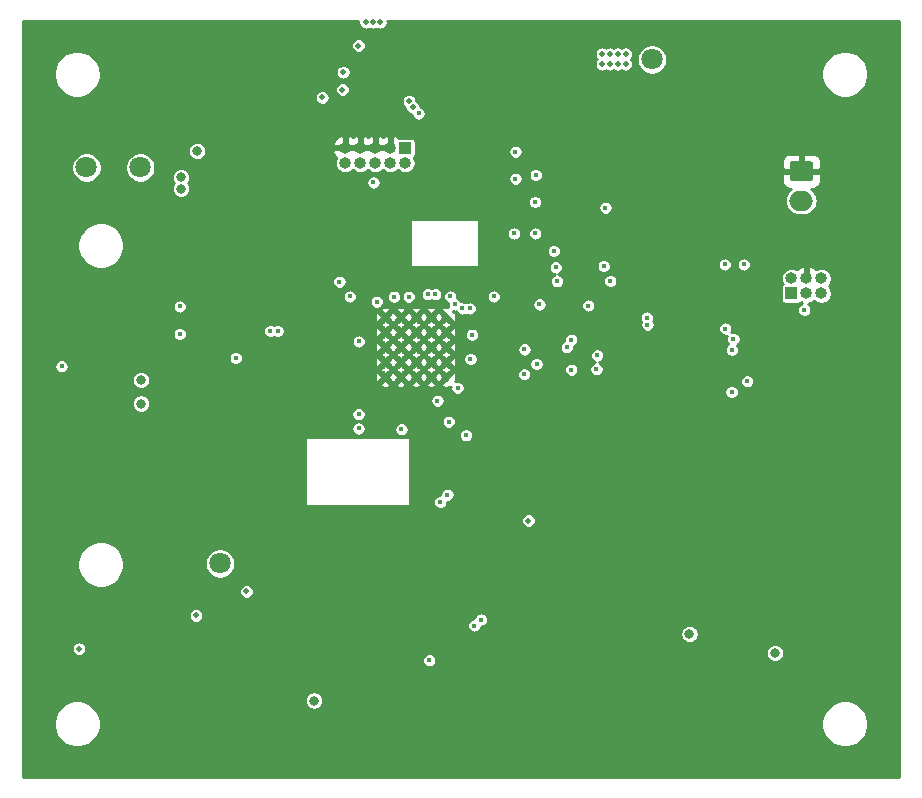
<source format=gbr>
G04 #@! TF.GenerationSoftware,KiCad,Pcbnew,5.1.9-73d0e3b20d~88~ubuntu20.04.1*
G04 #@! TF.CreationDate,2020-12-28T11:38:45+01:00*
G04 #@! TF.ProjectId,cam,63616d2e-6b69-4636-9164-5f7063625858,rev?*
G04 #@! TF.SameCoordinates,Original*
G04 #@! TF.FileFunction,Copper,L2,Inr*
G04 #@! TF.FilePolarity,Positive*
%FSLAX46Y46*%
G04 Gerber Fmt 4.6, Leading zero omitted, Abs format (unit mm)*
G04 Created by KiCad (PCBNEW 5.1.9-73d0e3b20d~88~ubuntu20.04.1) date 2020-12-28 11:38:45*
%MOMM*%
%LPD*%
G01*
G04 APERTURE LIST*
G04 #@! TA.AperFunction,ComponentPad*
%ADD10O,1.000000X1.000000*%
G04 #@! TD*
G04 #@! TA.AperFunction,ComponentPad*
%ADD11R,1.000000X1.000000*%
G04 #@! TD*
G04 #@! TA.AperFunction,ComponentPad*
%ADD12C,0.500000*%
G04 #@! TD*
G04 #@! TA.AperFunction,ComponentPad*
%ADD13C,1.800000*%
G04 #@! TD*
G04 #@! TA.AperFunction,ComponentPad*
%ADD14O,2.000000X1.700000*%
G04 #@! TD*
G04 #@! TA.AperFunction,ViaPad*
%ADD15C,0.500000*%
G04 #@! TD*
G04 #@! TA.AperFunction,ViaPad*
%ADD16C,0.450000*%
G04 #@! TD*
G04 #@! TA.AperFunction,ViaPad*
%ADD17C,0.800000*%
G04 #@! TD*
G04 #@! TA.AperFunction,Conductor*
%ADD18C,0.254000*%
G04 #@! TD*
G04 #@! TA.AperFunction,Conductor*
%ADD19C,0.100000*%
G04 #@! TD*
G04 APERTURE END LIST*
D10*
X127698500Y-64516000D03*
X127698500Y-63246000D03*
X128968500Y-64516000D03*
X128968500Y-63246000D03*
X130238500Y-64516000D03*
X130238500Y-63246000D03*
X131508500Y-64516000D03*
X131508500Y-63246000D03*
X132778500Y-64516000D03*
D11*
X132778500Y-63246000D03*
D10*
X168021000Y-74295000D03*
X168021000Y-75565000D03*
X166751000Y-74295000D03*
X166751000Y-75565000D03*
X165481000Y-74295000D03*
D11*
X165481000Y-75565000D03*
D12*
X136204800Y-82661600D03*
X134929800Y-82661600D03*
X133654800Y-82661600D03*
X132379800Y-82661600D03*
X131104800Y-82661600D03*
X136204800Y-81386600D03*
X134929800Y-81386600D03*
X133654800Y-81386600D03*
X132379800Y-81386600D03*
X131104800Y-81386600D03*
X136204800Y-80111600D03*
X134929800Y-80111600D03*
X133654800Y-80111600D03*
X132379800Y-80111600D03*
X131104800Y-80111600D03*
X136204800Y-78836600D03*
X134929800Y-78836600D03*
X133654800Y-78836600D03*
X132379800Y-78836600D03*
X131104800Y-78836600D03*
X136204800Y-77561600D03*
X134929800Y-77561600D03*
X133654800Y-77561600D03*
X132379800Y-77561600D03*
X131104800Y-77561600D03*
D13*
X117094000Y-98425000D03*
X153670000Y-55753000D03*
X105791000Y-64897000D03*
X110337600Y-64897000D03*
D14*
X166319200Y-67701800D03*
G04 #@! TA.AperFunction,ComponentPad*
G36*
G01*
X165569200Y-64351800D02*
X167069200Y-64351800D01*
G75*
G02*
X167319200Y-64601800I0J-250000D01*
G01*
X167319200Y-65801800D01*
G75*
G02*
X167069200Y-66051800I-250000J0D01*
G01*
X165569200Y-66051800D01*
G75*
G02*
X165319200Y-65801800I0J250000D01*
G01*
X165319200Y-64601800D01*
G75*
G02*
X165569200Y-64351800I250000J0D01*
G01*
G37*
G04 #@! TD.AperFunction*
D15*
X116382800Y-110490000D03*
X118110000Y-110490000D03*
X117246400Y-110490000D03*
X116382800Y-109626400D03*
X117246400Y-109626400D03*
X118110000Y-109626400D03*
X117246400Y-108762800D03*
X118110000Y-108762800D03*
X116382800Y-108762800D03*
X117246400Y-107899200D03*
X118110000Y-107899200D03*
X116382800Y-107899200D03*
X112115600Y-101803200D03*
X112979200Y-101803200D03*
X112979200Y-100939600D03*
X111252000Y-100939600D03*
X112115600Y-100939600D03*
X111252000Y-101803200D03*
X113792000Y-100939600D03*
X113792000Y-101803200D03*
X114655600Y-100939600D03*
X114655600Y-101803200D03*
X122844400Y-54595200D03*
X131543900Y-56208100D03*
X130845400Y-56208100D03*
X130146900Y-56208100D03*
X131543900Y-56843100D03*
X130845400Y-56843100D03*
X130146900Y-56843100D03*
X130146900Y-57478100D03*
X130845400Y-57478100D03*
X131543900Y-57478100D03*
X130146900Y-58113100D03*
X130845400Y-58113100D03*
X131543900Y-58113100D03*
X150098600Y-58075000D03*
X150759000Y-58938600D03*
X150759000Y-58075000D03*
X149438200Y-58075000D03*
X150098600Y-58938600D03*
X149438200Y-58938600D03*
X127822800Y-54112600D03*
X127822800Y-53467000D03*
X125028800Y-53467000D03*
X125028800Y-54112600D03*
X139106000Y-96251200D03*
X140874000Y-96276600D03*
X140045800Y-92568200D03*
X140045800Y-93152400D03*
X140045800Y-93762000D03*
X147234000Y-95184400D03*
X153787200Y-110932400D03*
X141574000Y-96275200D03*
X142274000Y-96275200D03*
X160731200Y-113436400D03*
X131622800Y-111963200D03*
X134213600Y-103987600D03*
X133654800Y-103987600D03*
X133096000Y-103987600D03*
X132537200Y-103987600D03*
X131978400Y-103987600D03*
X131419600Y-103987600D03*
X130860800Y-103987600D03*
X130302000Y-103987600D03*
X112395100Y-103809700D03*
D16*
X136194800Y-68453000D03*
D15*
X111620100Y-54648300D03*
X113995200Y-54559200D03*
X116230400Y-54610000D03*
X111594700Y-58686900D03*
X113880500Y-58737900D03*
X116256000Y-58750400D03*
X116281200Y-66141600D03*
D16*
X149887400Y-64869600D03*
X145324000Y-63369600D03*
X136906000Y-62738000D03*
X136906000Y-63246000D03*
D15*
X129743200Y-103987600D03*
D16*
X124333000Y-74650600D03*
X124968000Y-74650600D03*
X124968000Y-74015600D03*
X124333000Y-74015600D03*
X124968000Y-72745600D03*
X124333000Y-72745600D03*
X124333000Y-73380600D03*
X124968000Y-73380600D03*
X124333000Y-69316600D03*
X124968000Y-69316600D03*
X124333000Y-69951600D03*
X124968000Y-69951600D03*
X122047000Y-68935600D03*
X122047000Y-69570600D03*
X121412000Y-68935600D03*
X121412000Y-69570600D03*
X103683000Y-79749500D03*
X103683000Y-86233000D03*
X162306000Y-75946000D03*
X129235200Y-73050400D03*
X127254000Y-73050400D03*
X113665000Y-81280000D03*
X133604000Y-89662000D03*
X123825000Y-89598500D03*
X130873500Y-87058500D03*
X137668000Y-86423500D03*
X126492000Y-75819000D03*
X122237500Y-80645000D03*
X124523500Y-80518000D03*
X126555500Y-80518000D03*
X140208000Y-77343000D03*
X139306500Y-72320000D03*
X103238500Y-75241000D03*
X110001100Y-112420400D03*
D17*
X154483000Y-93656000D03*
X159405600Y-93975200D03*
D16*
X165150800Y-110947200D03*
D17*
X164084000Y-110236000D03*
X146609000Y-111944000D03*
X152324000Y-101085500D03*
X152324000Y-103308000D03*
X145529500Y-99117000D03*
D16*
X139014400Y-83953200D03*
X142570400Y-83953200D03*
X151816000Y-79482800D03*
X152781200Y-71964400D03*
X148158400Y-68306800D03*
X113665200Y-83699200D03*
X113665200Y-85731200D03*
X113665200Y-88982400D03*
D15*
X127518000Y-56830400D03*
X127467200Y-58303600D03*
D17*
X125069600Y-110032800D03*
D15*
X133400800Y-59791600D03*
X133096000Y-59283600D03*
X130657600Y-52583010D03*
X130048000Y-52583010D03*
X129433390Y-52583010D03*
D16*
X133909000Y-60318500D03*
D17*
X110414000Y-84893000D03*
X115170000Y-63500000D03*
X110414000Y-82886400D03*
D15*
X149438200Y-55281000D03*
X149438200Y-56144600D03*
X150098600Y-56144600D03*
X150098600Y-55281000D03*
X150759000Y-55281000D03*
X150759000Y-56144600D03*
X128813400Y-54569800D03*
X125740000Y-58964000D03*
X143205200Y-94792800D03*
X105156000Y-105638600D03*
D16*
X161442400Y-73101200D03*
X121970800Y-78740000D03*
X121361200Y-78740000D03*
X133080216Y-75836899D03*
X131829384Y-75844400D03*
X127203200Y-74574400D03*
X132461000Y-87058500D03*
X136461500Y-86423500D03*
X160439100Y-80352900D03*
X160413700Y-83908900D03*
X128079500Y-75819000D03*
X140271500Y-75819000D03*
X142113000Y-63563500D03*
X142113000Y-65849500D03*
X113690400Y-78994000D03*
X113690400Y-76657200D03*
X159867600Y-78536800D03*
D15*
X151435000Y-56144600D03*
X151435000Y-55281000D03*
D17*
X113792000Y-66700400D03*
X113792000Y-65728500D03*
D16*
X149733200Y-68306800D03*
X142843500Y-82397500D03*
X144145200Y-76485600D03*
D15*
X115062000Y-102819200D03*
X119329200Y-100787200D03*
D17*
X156845000Y-104394000D03*
X164084000Y-106019600D03*
D16*
X130365500Y-76263500D03*
X159829500Y-73101200D03*
X141986000Y-70485000D03*
X143789600Y-70485000D03*
X103683000Y-81724500D03*
X137211000Y-83559500D03*
X138633200Y-103682800D03*
X135737600Y-93218000D03*
X135509000Y-84645500D03*
X118427500Y-81026000D03*
X142875200Y-80295600D03*
X150139600Y-74504400D03*
X148971200Y-81972000D03*
X146837600Y-79482800D03*
X145364400Y-71964400D03*
X146837600Y-82022800D03*
X145624867Y-74527391D03*
X143902490Y-81533816D03*
X149022000Y-80803600D03*
X149580800Y-73234400D03*
X139192000Y-103174800D03*
X136353584Y-92608400D03*
X138430000Y-79057500D03*
X134810500Y-106616500D03*
X128841500Y-79629000D03*
X137922000Y-87566500D03*
X166560500Y-76962000D03*
X128829000Y-85782000D03*
X128829000Y-86988500D03*
X135324013Y-75628500D03*
X136588500Y-75819000D03*
X136982529Y-76485925D03*
X134683500Y-75628500D03*
X130090938Y-66167000D03*
X138303200Y-81108400D03*
X148260000Y-76587200D03*
X137604500Y-76835000D03*
X143827500Y-65532000D03*
X138239500Y-76835000D03*
X143764000Y-67818000D03*
X161722000Y-82988000D03*
X153238400Y-77603200D03*
X160559916Y-79412916D03*
X153289200Y-78212800D03*
X145516800Y-73336000D03*
X146460585Y-80121785D03*
D18*
X128802390Y-52520862D02*
X128802390Y-52645158D01*
X128826639Y-52767066D01*
X128874205Y-52881901D01*
X128943260Y-52985249D01*
X129031151Y-53073140D01*
X129134499Y-53142195D01*
X129249334Y-53189761D01*
X129371242Y-53214010D01*
X129495538Y-53214010D01*
X129617446Y-53189761D01*
X129732281Y-53142195D01*
X129740695Y-53136573D01*
X129749109Y-53142195D01*
X129863944Y-53189761D01*
X129985852Y-53214010D01*
X130110148Y-53214010D01*
X130232056Y-53189761D01*
X130346891Y-53142195D01*
X130352800Y-53138247D01*
X130358709Y-53142195D01*
X130473544Y-53189761D01*
X130595452Y-53214010D01*
X130719748Y-53214010D01*
X130841656Y-53189761D01*
X130956491Y-53142195D01*
X131059839Y-53073140D01*
X131147730Y-52985249D01*
X131216785Y-52881901D01*
X131264351Y-52767066D01*
X131288600Y-52645158D01*
X131288600Y-52520862D01*
X131275698Y-52456000D01*
X174544000Y-52456000D01*
X174544001Y-116544000D01*
X100456000Y-116544000D01*
X100456000Y-111804889D01*
X103019000Y-111804889D01*
X103019000Y-112195111D01*
X103095129Y-112577836D01*
X103244461Y-112938355D01*
X103461257Y-113262814D01*
X103737186Y-113538743D01*
X104061645Y-113755539D01*
X104422164Y-113904871D01*
X104804889Y-113981000D01*
X105195111Y-113981000D01*
X105577836Y-113904871D01*
X105938355Y-113755539D01*
X106262814Y-113538743D01*
X106538743Y-113262814D01*
X106755539Y-112938355D01*
X106904871Y-112577836D01*
X106981000Y-112195111D01*
X106981000Y-111804889D01*
X168019000Y-111804889D01*
X168019000Y-112195111D01*
X168095129Y-112577836D01*
X168244461Y-112938355D01*
X168461257Y-113262814D01*
X168737186Y-113538743D01*
X169061645Y-113755539D01*
X169422164Y-113904871D01*
X169804889Y-113981000D01*
X170195111Y-113981000D01*
X170577836Y-113904871D01*
X170938355Y-113755539D01*
X171262814Y-113538743D01*
X171538743Y-113262814D01*
X171755539Y-112938355D01*
X171904871Y-112577836D01*
X171981000Y-112195111D01*
X171981000Y-111804889D01*
X171904871Y-111422164D01*
X171755539Y-111061645D01*
X171538743Y-110737186D01*
X171262814Y-110461257D01*
X170938355Y-110244461D01*
X170577836Y-110095129D01*
X170195111Y-110019000D01*
X169804889Y-110019000D01*
X169422164Y-110095129D01*
X169061645Y-110244461D01*
X168737186Y-110461257D01*
X168461257Y-110737186D01*
X168244461Y-111061645D01*
X168095129Y-111422164D01*
X168019000Y-111804889D01*
X106981000Y-111804889D01*
X106904871Y-111422164D01*
X106755539Y-111061645D01*
X106538743Y-110737186D01*
X106262814Y-110461257D01*
X105938355Y-110244461D01*
X105577836Y-110095129D01*
X105195111Y-110019000D01*
X104804889Y-110019000D01*
X104422164Y-110095129D01*
X104061645Y-110244461D01*
X103737186Y-110461257D01*
X103461257Y-110737186D01*
X103244461Y-111061645D01*
X103095129Y-111422164D01*
X103019000Y-111804889D01*
X100456000Y-111804889D01*
X100456000Y-109955878D01*
X124288600Y-109955878D01*
X124288600Y-110109722D01*
X124318613Y-110260609D01*
X124377487Y-110402742D01*
X124462958Y-110530659D01*
X124571741Y-110639442D01*
X124699658Y-110724913D01*
X124841791Y-110783787D01*
X124992678Y-110813800D01*
X125146522Y-110813800D01*
X125297409Y-110783787D01*
X125439542Y-110724913D01*
X125567459Y-110639442D01*
X125676242Y-110530659D01*
X125761713Y-110402742D01*
X125820587Y-110260609D01*
X125850600Y-110109722D01*
X125850600Y-109955878D01*
X125820587Y-109804991D01*
X125761713Y-109662858D01*
X125676242Y-109534941D01*
X125567459Y-109426158D01*
X125439542Y-109340687D01*
X125297409Y-109281813D01*
X125146522Y-109251800D01*
X124992678Y-109251800D01*
X124841791Y-109281813D01*
X124699658Y-109340687D01*
X124571741Y-109426158D01*
X124462958Y-109534941D01*
X124377487Y-109662858D01*
X124318613Y-109804991D01*
X124288600Y-109955878D01*
X100456000Y-109955878D01*
X100456000Y-106556814D01*
X134204500Y-106556814D01*
X134204500Y-106676186D01*
X134227788Y-106793264D01*
X134273470Y-106903549D01*
X134339789Y-107002802D01*
X134424198Y-107087211D01*
X134523451Y-107153530D01*
X134633736Y-107199212D01*
X134750814Y-107222500D01*
X134870186Y-107222500D01*
X134987264Y-107199212D01*
X135097549Y-107153530D01*
X135196802Y-107087211D01*
X135281211Y-107002802D01*
X135347530Y-106903549D01*
X135393212Y-106793264D01*
X135416500Y-106676186D01*
X135416500Y-106556814D01*
X135393212Y-106439736D01*
X135347530Y-106329451D01*
X135281211Y-106230198D01*
X135196802Y-106145789D01*
X135097549Y-106079470D01*
X134987264Y-106033788D01*
X134870186Y-106010500D01*
X134750814Y-106010500D01*
X134633736Y-106033788D01*
X134523451Y-106079470D01*
X134424198Y-106145789D01*
X134339789Y-106230198D01*
X134273470Y-106329451D01*
X134227788Y-106439736D01*
X134204500Y-106556814D01*
X100456000Y-106556814D01*
X100456000Y-105576452D01*
X104525000Y-105576452D01*
X104525000Y-105700748D01*
X104549249Y-105822656D01*
X104596815Y-105937491D01*
X104665870Y-106040839D01*
X104753761Y-106128730D01*
X104857109Y-106197785D01*
X104971944Y-106245351D01*
X105093852Y-106269600D01*
X105218148Y-106269600D01*
X105340056Y-106245351D01*
X105454891Y-106197785D01*
X105558239Y-106128730D01*
X105646130Y-106040839D01*
X105711719Y-105942678D01*
X163303000Y-105942678D01*
X163303000Y-106096522D01*
X163333013Y-106247409D01*
X163391887Y-106389542D01*
X163477358Y-106517459D01*
X163586141Y-106626242D01*
X163714058Y-106711713D01*
X163856191Y-106770587D01*
X164007078Y-106800600D01*
X164160922Y-106800600D01*
X164311809Y-106770587D01*
X164453942Y-106711713D01*
X164581859Y-106626242D01*
X164690642Y-106517459D01*
X164776113Y-106389542D01*
X164834987Y-106247409D01*
X164865000Y-106096522D01*
X164865000Y-105942678D01*
X164834987Y-105791791D01*
X164776113Y-105649658D01*
X164690642Y-105521741D01*
X164581859Y-105412958D01*
X164453942Y-105327487D01*
X164311809Y-105268613D01*
X164160922Y-105238600D01*
X164007078Y-105238600D01*
X163856191Y-105268613D01*
X163714058Y-105327487D01*
X163586141Y-105412958D01*
X163477358Y-105521741D01*
X163391887Y-105649658D01*
X163333013Y-105791791D01*
X163303000Y-105942678D01*
X105711719Y-105942678D01*
X105715185Y-105937491D01*
X105762751Y-105822656D01*
X105787000Y-105700748D01*
X105787000Y-105576452D01*
X105762751Y-105454544D01*
X105715185Y-105339709D01*
X105646130Y-105236361D01*
X105558239Y-105148470D01*
X105454891Y-105079415D01*
X105340056Y-105031849D01*
X105218148Y-105007600D01*
X105093852Y-105007600D01*
X104971944Y-105031849D01*
X104857109Y-105079415D01*
X104753761Y-105148470D01*
X104665870Y-105236361D01*
X104596815Y-105339709D01*
X104549249Y-105454544D01*
X104525000Y-105576452D01*
X100456000Y-105576452D01*
X100456000Y-104317078D01*
X156064000Y-104317078D01*
X156064000Y-104470922D01*
X156094013Y-104621809D01*
X156152887Y-104763942D01*
X156238358Y-104891859D01*
X156347141Y-105000642D01*
X156475058Y-105086113D01*
X156617191Y-105144987D01*
X156768078Y-105175000D01*
X156921922Y-105175000D01*
X157072809Y-105144987D01*
X157214942Y-105086113D01*
X157342859Y-105000642D01*
X157451642Y-104891859D01*
X157537113Y-104763942D01*
X157595987Y-104621809D01*
X157626000Y-104470922D01*
X157626000Y-104317078D01*
X157595987Y-104166191D01*
X157537113Y-104024058D01*
X157451642Y-103896141D01*
X157342859Y-103787358D01*
X157214942Y-103701887D01*
X157072809Y-103643013D01*
X156921922Y-103613000D01*
X156768078Y-103613000D01*
X156617191Y-103643013D01*
X156475058Y-103701887D01*
X156347141Y-103787358D01*
X156238358Y-103896141D01*
X156152887Y-104024058D01*
X156094013Y-104166191D01*
X156064000Y-104317078D01*
X100456000Y-104317078D01*
X100456000Y-103623114D01*
X138027200Y-103623114D01*
X138027200Y-103742486D01*
X138050488Y-103859564D01*
X138096170Y-103969849D01*
X138162489Y-104069102D01*
X138246898Y-104153511D01*
X138346151Y-104219830D01*
X138456436Y-104265512D01*
X138573514Y-104288800D01*
X138692886Y-104288800D01*
X138809964Y-104265512D01*
X138920249Y-104219830D01*
X139019502Y-104153511D01*
X139103911Y-104069102D01*
X139170230Y-103969849D01*
X139215912Y-103859564D01*
X139231579Y-103780800D01*
X139251686Y-103780800D01*
X139368764Y-103757512D01*
X139479049Y-103711830D01*
X139578302Y-103645511D01*
X139662711Y-103561102D01*
X139729030Y-103461849D01*
X139774712Y-103351564D01*
X139798000Y-103234486D01*
X139798000Y-103115114D01*
X139774712Y-102998036D01*
X139729030Y-102887751D01*
X139662711Y-102788498D01*
X139578302Y-102704089D01*
X139479049Y-102637770D01*
X139368764Y-102592088D01*
X139251686Y-102568800D01*
X139132314Y-102568800D01*
X139015236Y-102592088D01*
X138904951Y-102637770D01*
X138805698Y-102704089D01*
X138721289Y-102788498D01*
X138654970Y-102887751D01*
X138609288Y-102998036D01*
X138593621Y-103076800D01*
X138573514Y-103076800D01*
X138456436Y-103100088D01*
X138346151Y-103145770D01*
X138246898Y-103212089D01*
X138162489Y-103296498D01*
X138096170Y-103395751D01*
X138050488Y-103506036D01*
X138027200Y-103623114D01*
X100456000Y-103623114D01*
X100456000Y-102757052D01*
X114431000Y-102757052D01*
X114431000Y-102881348D01*
X114455249Y-103003256D01*
X114502815Y-103118091D01*
X114571870Y-103221439D01*
X114659761Y-103309330D01*
X114763109Y-103378385D01*
X114877944Y-103425951D01*
X114999852Y-103450200D01*
X115124148Y-103450200D01*
X115246056Y-103425951D01*
X115360891Y-103378385D01*
X115464239Y-103309330D01*
X115552130Y-103221439D01*
X115621185Y-103118091D01*
X115668751Y-103003256D01*
X115693000Y-102881348D01*
X115693000Y-102757052D01*
X115668751Y-102635144D01*
X115621185Y-102520309D01*
X115552130Y-102416961D01*
X115464239Y-102329070D01*
X115360891Y-102260015D01*
X115246056Y-102212449D01*
X115124148Y-102188200D01*
X114999852Y-102188200D01*
X114877944Y-102212449D01*
X114763109Y-102260015D01*
X114659761Y-102329070D01*
X114571870Y-102416961D01*
X114502815Y-102520309D01*
X114455249Y-102635144D01*
X114431000Y-102757052D01*
X100456000Y-102757052D01*
X100456000Y-100725052D01*
X118698200Y-100725052D01*
X118698200Y-100849348D01*
X118722449Y-100971256D01*
X118770015Y-101086091D01*
X118839070Y-101189439D01*
X118926961Y-101277330D01*
X119030309Y-101346385D01*
X119145144Y-101393951D01*
X119267052Y-101418200D01*
X119391348Y-101418200D01*
X119513256Y-101393951D01*
X119628091Y-101346385D01*
X119731439Y-101277330D01*
X119819330Y-101189439D01*
X119888385Y-101086091D01*
X119935951Y-100971256D01*
X119960200Y-100849348D01*
X119960200Y-100725052D01*
X119935951Y-100603144D01*
X119888385Y-100488309D01*
X119819330Y-100384961D01*
X119731439Y-100297070D01*
X119628091Y-100228015D01*
X119513256Y-100180449D01*
X119391348Y-100156200D01*
X119267052Y-100156200D01*
X119145144Y-100180449D01*
X119030309Y-100228015D01*
X118926961Y-100297070D01*
X118839070Y-100384961D01*
X118770015Y-100488309D01*
X118722449Y-100603144D01*
X118698200Y-100725052D01*
X100456000Y-100725052D01*
X100456000Y-98304889D01*
X105019000Y-98304889D01*
X105019000Y-98695111D01*
X105095129Y-99077836D01*
X105244461Y-99438355D01*
X105461257Y-99762814D01*
X105737186Y-100038743D01*
X106061645Y-100255539D01*
X106422164Y-100404871D01*
X106804889Y-100481000D01*
X107195111Y-100481000D01*
X107577836Y-100404871D01*
X107938355Y-100255539D01*
X108262814Y-100038743D01*
X108538743Y-99762814D01*
X108755539Y-99438355D01*
X108904871Y-99077836D01*
X108981000Y-98695111D01*
X108981000Y-98304889D01*
X108979796Y-98298833D01*
X115813000Y-98298833D01*
X115813000Y-98551167D01*
X115862228Y-98798654D01*
X115958793Y-99031781D01*
X116098982Y-99241590D01*
X116277410Y-99420018D01*
X116487219Y-99560207D01*
X116720346Y-99656772D01*
X116967833Y-99706000D01*
X117220167Y-99706000D01*
X117467654Y-99656772D01*
X117700781Y-99560207D01*
X117910590Y-99420018D01*
X118089018Y-99241590D01*
X118229207Y-99031781D01*
X118325772Y-98798654D01*
X118375000Y-98551167D01*
X118375000Y-98298833D01*
X118325772Y-98051346D01*
X118229207Y-97818219D01*
X118089018Y-97608410D01*
X117910590Y-97429982D01*
X117700781Y-97289793D01*
X117467654Y-97193228D01*
X117220167Y-97144000D01*
X116967833Y-97144000D01*
X116720346Y-97193228D01*
X116487219Y-97289793D01*
X116277410Y-97429982D01*
X116098982Y-97608410D01*
X115958793Y-97818219D01*
X115862228Y-98051346D01*
X115813000Y-98298833D01*
X108979796Y-98298833D01*
X108904871Y-97922164D01*
X108755539Y-97561645D01*
X108538743Y-97237186D01*
X108262814Y-96961257D01*
X107938355Y-96744461D01*
X107577836Y-96595129D01*
X107195111Y-96519000D01*
X106804889Y-96519000D01*
X106422164Y-96595129D01*
X106061645Y-96744461D01*
X105737186Y-96961257D01*
X105461257Y-97237186D01*
X105244461Y-97561645D01*
X105095129Y-97922164D01*
X105019000Y-98304889D01*
X100456000Y-98304889D01*
X100456000Y-94730652D01*
X142574200Y-94730652D01*
X142574200Y-94854948D01*
X142598449Y-94976856D01*
X142646015Y-95091691D01*
X142715070Y-95195039D01*
X142802961Y-95282930D01*
X142906309Y-95351985D01*
X143021144Y-95399551D01*
X143143052Y-95423800D01*
X143267348Y-95423800D01*
X143389256Y-95399551D01*
X143504091Y-95351985D01*
X143607439Y-95282930D01*
X143695330Y-95195039D01*
X143764385Y-95091691D01*
X143811951Y-94976856D01*
X143836200Y-94854948D01*
X143836200Y-94730652D01*
X143811951Y-94608744D01*
X143764385Y-94493909D01*
X143695330Y-94390561D01*
X143607439Y-94302670D01*
X143504091Y-94233615D01*
X143389256Y-94186049D01*
X143267348Y-94161800D01*
X143143052Y-94161800D01*
X143021144Y-94186049D01*
X142906309Y-94233615D01*
X142802961Y-94302670D01*
X142715070Y-94390561D01*
X142646015Y-94493909D01*
X142598449Y-94608744D01*
X142574200Y-94730652D01*
X100456000Y-94730652D01*
X100456000Y-87820500D01*
X124333000Y-87820500D01*
X124333000Y-93408500D01*
X124335440Y-93433276D01*
X124342667Y-93457101D01*
X124354403Y-93479057D01*
X124370197Y-93498303D01*
X124389443Y-93514097D01*
X124411399Y-93525833D01*
X124435224Y-93533060D01*
X124460000Y-93535500D01*
X133096000Y-93535500D01*
X133122190Y-93532770D01*
X133145931Y-93525273D01*
X133167753Y-93513288D01*
X133186817Y-93497276D01*
X133202392Y-93477853D01*
X133213877Y-93455764D01*
X133220833Y-93431860D01*
X133222992Y-93407057D01*
X133220166Y-93158314D01*
X135131600Y-93158314D01*
X135131600Y-93277686D01*
X135154888Y-93394764D01*
X135200570Y-93505049D01*
X135266889Y-93604302D01*
X135351298Y-93688711D01*
X135450551Y-93755030D01*
X135560836Y-93800712D01*
X135677914Y-93824000D01*
X135797286Y-93824000D01*
X135914364Y-93800712D01*
X136024649Y-93755030D01*
X136123902Y-93688711D01*
X136208311Y-93604302D01*
X136274630Y-93505049D01*
X136320312Y-93394764D01*
X136343600Y-93277686D01*
X136343600Y-93214400D01*
X136413270Y-93214400D01*
X136530348Y-93191112D01*
X136640633Y-93145430D01*
X136739886Y-93079111D01*
X136824295Y-92994702D01*
X136890614Y-92895449D01*
X136936296Y-92785164D01*
X136959584Y-92668086D01*
X136959584Y-92548714D01*
X136936296Y-92431636D01*
X136890614Y-92321351D01*
X136824295Y-92222098D01*
X136739886Y-92137689D01*
X136640633Y-92071370D01*
X136530348Y-92025688D01*
X136413270Y-92002400D01*
X136293898Y-92002400D01*
X136176820Y-92025688D01*
X136066535Y-92071370D01*
X135967282Y-92137689D01*
X135882873Y-92222098D01*
X135816554Y-92321351D01*
X135770872Y-92431636D01*
X135747584Y-92548714D01*
X135747584Y-92612000D01*
X135677914Y-92612000D01*
X135560836Y-92635288D01*
X135450551Y-92680970D01*
X135351298Y-92747289D01*
X135266889Y-92831698D01*
X135200570Y-92930951D01*
X135154888Y-93041236D01*
X135131600Y-93158314D01*
X133220166Y-93158314D01*
X133159492Y-87819057D01*
X133157060Y-87795724D01*
X133149833Y-87771899D01*
X133138097Y-87749943D01*
X133122303Y-87730697D01*
X133103057Y-87714903D01*
X133081101Y-87703167D01*
X133057276Y-87695940D01*
X133032500Y-87693500D01*
X124460000Y-87693500D01*
X124435224Y-87695940D01*
X124411399Y-87703167D01*
X124389443Y-87714903D01*
X124370197Y-87730697D01*
X124354403Y-87749943D01*
X124342667Y-87771899D01*
X124335440Y-87795724D01*
X124333000Y-87820500D01*
X100456000Y-87820500D01*
X100456000Y-85722314D01*
X128223000Y-85722314D01*
X128223000Y-85841686D01*
X128246288Y-85958764D01*
X128291970Y-86069049D01*
X128358289Y-86168302D01*
X128442698Y-86252711D01*
X128541951Y-86319030D01*
X128652236Y-86364712D01*
X128755489Y-86385250D01*
X128652236Y-86405788D01*
X128541951Y-86451470D01*
X128442698Y-86517789D01*
X128358289Y-86602198D01*
X128291970Y-86701451D01*
X128246288Y-86811736D01*
X128223000Y-86928814D01*
X128223000Y-87048186D01*
X128246288Y-87165264D01*
X128291970Y-87275549D01*
X128358289Y-87374802D01*
X128442698Y-87459211D01*
X128541951Y-87525530D01*
X128652236Y-87571212D01*
X128769314Y-87594500D01*
X128888686Y-87594500D01*
X129005764Y-87571212D01*
X129116049Y-87525530D01*
X129215302Y-87459211D01*
X129299711Y-87374802D01*
X129366030Y-87275549D01*
X129411712Y-87165264D01*
X129435000Y-87048186D01*
X129435000Y-86998814D01*
X131855000Y-86998814D01*
X131855000Y-87118186D01*
X131878288Y-87235264D01*
X131923970Y-87345549D01*
X131990289Y-87444802D01*
X132074698Y-87529211D01*
X132173951Y-87595530D01*
X132284236Y-87641212D01*
X132401314Y-87664500D01*
X132520686Y-87664500D01*
X132637764Y-87641212D01*
X132748049Y-87595530D01*
X132847302Y-87529211D01*
X132869699Y-87506814D01*
X137316000Y-87506814D01*
X137316000Y-87626186D01*
X137339288Y-87743264D01*
X137384970Y-87853549D01*
X137451289Y-87952802D01*
X137535698Y-88037211D01*
X137634951Y-88103530D01*
X137745236Y-88149212D01*
X137862314Y-88172500D01*
X137981686Y-88172500D01*
X138098764Y-88149212D01*
X138209049Y-88103530D01*
X138308302Y-88037211D01*
X138392711Y-87952802D01*
X138459030Y-87853549D01*
X138504712Y-87743264D01*
X138528000Y-87626186D01*
X138528000Y-87506814D01*
X138504712Y-87389736D01*
X138459030Y-87279451D01*
X138392711Y-87180198D01*
X138308302Y-87095789D01*
X138209049Y-87029470D01*
X138098764Y-86983788D01*
X137981686Y-86960500D01*
X137862314Y-86960500D01*
X137745236Y-86983788D01*
X137634951Y-87029470D01*
X137535698Y-87095789D01*
X137451289Y-87180198D01*
X137384970Y-87279451D01*
X137339288Y-87389736D01*
X137316000Y-87506814D01*
X132869699Y-87506814D01*
X132931711Y-87444802D01*
X132998030Y-87345549D01*
X133043712Y-87235264D01*
X133067000Y-87118186D01*
X133067000Y-86998814D01*
X133043712Y-86881736D01*
X132998030Y-86771451D01*
X132931711Y-86672198D01*
X132847302Y-86587789D01*
X132748049Y-86521470D01*
X132637764Y-86475788D01*
X132520686Y-86452500D01*
X132401314Y-86452500D01*
X132284236Y-86475788D01*
X132173951Y-86521470D01*
X132074698Y-86587789D01*
X131990289Y-86672198D01*
X131923970Y-86771451D01*
X131878288Y-86881736D01*
X131855000Y-86998814D01*
X129435000Y-86998814D01*
X129435000Y-86928814D01*
X129411712Y-86811736D01*
X129366030Y-86701451D01*
X129299711Y-86602198D01*
X129215302Y-86517789D01*
X129116049Y-86451470D01*
X129005764Y-86405788D01*
X128902511Y-86385250D01*
X129005764Y-86364712D01*
X129007931Y-86363814D01*
X135855500Y-86363814D01*
X135855500Y-86483186D01*
X135878788Y-86600264D01*
X135924470Y-86710549D01*
X135990789Y-86809802D01*
X136075198Y-86894211D01*
X136174451Y-86960530D01*
X136284736Y-87006212D01*
X136401814Y-87029500D01*
X136521186Y-87029500D01*
X136638264Y-87006212D01*
X136748549Y-86960530D01*
X136847802Y-86894211D01*
X136932211Y-86809802D01*
X136998530Y-86710549D01*
X137044212Y-86600264D01*
X137067500Y-86483186D01*
X137067500Y-86363814D01*
X137044212Y-86246736D01*
X136998530Y-86136451D01*
X136932211Y-86037198D01*
X136847802Y-85952789D01*
X136748549Y-85886470D01*
X136638264Y-85840788D01*
X136521186Y-85817500D01*
X136401814Y-85817500D01*
X136284736Y-85840788D01*
X136174451Y-85886470D01*
X136075198Y-85952789D01*
X135990789Y-86037198D01*
X135924470Y-86136451D01*
X135878788Y-86246736D01*
X135855500Y-86363814D01*
X129007931Y-86363814D01*
X129116049Y-86319030D01*
X129215302Y-86252711D01*
X129299711Y-86168302D01*
X129366030Y-86069049D01*
X129411712Y-85958764D01*
X129435000Y-85841686D01*
X129435000Y-85722314D01*
X129411712Y-85605236D01*
X129366030Y-85494951D01*
X129299711Y-85395698D01*
X129215302Y-85311289D01*
X129116049Y-85244970D01*
X129005764Y-85199288D01*
X128888686Y-85176000D01*
X128769314Y-85176000D01*
X128652236Y-85199288D01*
X128541951Y-85244970D01*
X128442698Y-85311289D01*
X128358289Y-85395698D01*
X128291970Y-85494951D01*
X128246288Y-85605236D01*
X128223000Y-85722314D01*
X100456000Y-85722314D01*
X100456000Y-84816078D01*
X109633000Y-84816078D01*
X109633000Y-84969922D01*
X109663013Y-85120809D01*
X109721887Y-85262942D01*
X109807358Y-85390859D01*
X109916141Y-85499642D01*
X110044058Y-85585113D01*
X110186191Y-85643987D01*
X110337078Y-85674000D01*
X110490922Y-85674000D01*
X110641809Y-85643987D01*
X110783942Y-85585113D01*
X110911859Y-85499642D01*
X111020642Y-85390859D01*
X111106113Y-85262942D01*
X111164987Y-85120809D01*
X111195000Y-84969922D01*
X111195000Y-84816078D01*
X111164987Y-84665191D01*
X111132108Y-84585814D01*
X134903000Y-84585814D01*
X134903000Y-84705186D01*
X134926288Y-84822264D01*
X134971970Y-84932549D01*
X135038289Y-85031802D01*
X135122698Y-85116211D01*
X135221951Y-85182530D01*
X135332236Y-85228212D01*
X135449314Y-85251500D01*
X135568686Y-85251500D01*
X135685764Y-85228212D01*
X135796049Y-85182530D01*
X135895302Y-85116211D01*
X135979711Y-85031802D01*
X136046030Y-84932549D01*
X136091712Y-84822264D01*
X136115000Y-84705186D01*
X136115000Y-84585814D01*
X136091712Y-84468736D01*
X136046030Y-84358451D01*
X135979711Y-84259198D01*
X135895302Y-84174789D01*
X135796049Y-84108470D01*
X135685764Y-84062788D01*
X135568686Y-84039500D01*
X135449314Y-84039500D01*
X135332236Y-84062788D01*
X135221951Y-84108470D01*
X135122698Y-84174789D01*
X135038289Y-84259198D01*
X134971970Y-84358451D01*
X134926288Y-84468736D01*
X134903000Y-84585814D01*
X111132108Y-84585814D01*
X111106113Y-84523058D01*
X111020642Y-84395141D01*
X110911859Y-84286358D01*
X110783942Y-84200887D01*
X110641809Y-84142013D01*
X110490922Y-84112000D01*
X110337078Y-84112000D01*
X110186191Y-84142013D01*
X110044058Y-84200887D01*
X109916141Y-84286358D01*
X109807358Y-84395141D01*
X109721887Y-84523058D01*
X109663013Y-84665191D01*
X109633000Y-84816078D01*
X100456000Y-84816078D01*
X100456000Y-82809478D01*
X109633000Y-82809478D01*
X109633000Y-82963322D01*
X109663013Y-83114209D01*
X109721887Y-83256342D01*
X109807358Y-83384259D01*
X109916141Y-83493042D01*
X110044058Y-83578513D01*
X110186191Y-83637387D01*
X110337078Y-83667400D01*
X110490922Y-83667400D01*
X110641809Y-83637387D01*
X110783942Y-83578513D01*
X110911859Y-83493042D01*
X111020642Y-83384259D01*
X111105162Y-83257764D01*
X130682584Y-83257764D01*
X130686626Y-83446427D01*
X130847774Y-83512928D01*
X131018798Y-83546713D01*
X131193128Y-83546484D01*
X131364064Y-83512249D01*
X131522974Y-83446427D01*
X131527016Y-83257764D01*
X131957584Y-83257764D01*
X131961626Y-83446427D01*
X132122774Y-83512928D01*
X132293798Y-83546713D01*
X132468128Y-83546484D01*
X132639064Y-83512249D01*
X132797974Y-83446427D01*
X132802016Y-83257764D01*
X133232584Y-83257764D01*
X133236626Y-83446427D01*
X133397774Y-83512928D01*
X133568798Y-83546713D01*
X133743128Y-83546484D01*
X133914064Y-83512249D01*
X134072974Y-83446427D01*
X134077016Y-83257764D01*
X134507584Y-83257764D01*
X134511626Y-83446427D01*
X134672774Y-83512928D01*
X134843798Y-83546713D01*
X135018128Y-83546484D01*
X135189064Y-83512249D01*
X135347974Y-83446427D01*
X135352016Y-83257764D01*
X135782584Y-83257764D01*
X135786626Y-83446427D01*
X135947774Y-83512928D01*
X136118798Y-83546713D01*
X136293128Y-83546484D01*
X136464064Y-83512249D01*
X136614959Y-83449747D01*
X136605000Y-83499814D01*
X136605000Y-83619186D01*
X136628288Y-83736264D01*
X136673970Y-83846549D01*
X136740289Y-83945802D01*
X136824698Y-84030211D01*
X136923951Y-84096530D01*
X137034236Y-84142212D01*
X137151314Y-84165500D01*
X137270686Y-84165500D01*
X137387764Y-84142212D01*
X137498049Y-84096530D01*
X137597302Y-84030211D01*
X137681711Y-83945802D01*
X137746249Y-83849214D01*
X159807700Y-83849214D01*
X159807700Y-83968586D01*
X159830988Y-84085664D01*
X159876670Y-84195949D01*
X159942989Y-84295202D01*
X160027398Y-84379611D01*
X160126651Y-84445930D01*
X160236936Y-84491612D01*
X160354014Y-84514900D01*
X160473386Y-84514900D01*
X160590464Y-84491612D01*
X160700749Y-84445930D01*
X160800002Y-84379611D01*
X160884411Y-84295202D01*
X160950730Y-84195949D01*
X160996412Y-84085664D01*
X161019700Y-83968586D01*
X161019700Y-83849214D01*
X160996412Y-83732136D01*
X160950730Y-83621851D01*
X160884411Y-83522598D01*
X160800002Y-83438189D01*
X160700749Y-83371870D01*
X160590464Y-83326188D01*
X160473386Y-83302900D01*
X160354014Y-83302900D01*
X160236936Y-83326188D01*
X160126651Y-83371870D01*
X160027398Y-83438189D01*
X159942989Y-83522598D01*
X159876670Y-83621851D01*
X159830988Y-83732136D01*
X159807700Y-83849214D01*
X137746249Y-83849214D01*
X137748030Y-83846549D01*
X137793712Y-83736264D01*
X137817000Y-83619186D01*
X137817000Y-83499814D01*
X137793712Y-83382736D01*
X137748030Y-83272451D01*
X137681711Y-83173198D01*
X137597302Y-83088789D01*
X137498049Y-83022470D01*
X137387764Y-82976788D01*
X137270686Y-82953500D01*
X137151314Y-82953500D01*
X137034236Y-82976788D01*
X137031691Y-82977842D01*
X137056128Y-82918626D01*
X137089913Y-82747602D01*
X137089684Y-82573272D01*
X137055449Y-82402336D01*
X137028724Y-82337814D01*
X142237500Y-82337814D01*
X142237500Y-82457186D01*
X142260788Y-82574264D01*
X142306470Y-82684549D01*
X142372789Y-82783802D01*
X142457198Y-82868211D01*
X142556451Y-82934530D01*
X142666736Y-82980212D01*
X142783814Y-83003500D01*
X142903186Y-83003500D01*
X143020264Y-82980212D01*
X143130549Y-82934530D01*
X143139851Y-82928314D01*
X161116000Y-82928314D01*
X161116000Y-83047686D01*
X161139288Y-83164764D01*
X161184970Y-83275049D01*
X161251289Y-83374302D01*
X161335698Y-83458711D01*
X161434951Y-83525030D01*
X161545236Y-83570712D01*
X161662314Y-83594000D01*
X161781686Y-83594000D01*
X161898764Y-83570712D01*
X162009049Y-83525030D01*
X162108302Y-83458711D01*
X162192711Y-83374302D01*
X162259030Y-83275049D01*
X162304712Y-83164764D01*
X162328000Y-83047686D01*
X162328000Y-82928314D01*
X162304712Y-82811236D01*
X162259030Y-82700951D01*
X162192711Y-82601698D01*
X162108302Y-82517289D01*
X162009049Y-82450970D01*
X161898764Y-82405288D01*
X161781686Y-82382000D01*
X161662314Y-82382000D01*
X161545236Y-82405288D01*
X161434951Y-82450970D01*
X161335698Y-82517289D01*
X161251289Y-82601698D01*
X161184970Y-82700951D01*
X161139288Y-82811236D01*
X161116000Y-82928314D01*
X143139851Y-82928314D01*
X143229802Y-82868211D01*
X143314211Y-82783802D01*
X143380530Y-82684549D01*
X143426212Y-82574264D01*
X143449500Y-82457186D01*
X143449500Y-82337814D01*
X143426212Y-82220736D01*
X143380530Y-82110451D01*
X143314211Y-82011198D01*
X143229802Y-81926789D01*
X143130549Y-81860470D01*
X143020264Y-81814788D01*
X142903186Y-81791500D01*
X142783814Y-81791500D01*
X142666736Y-81814788D01*
X142556451Y-81860470D01*
X142457198Y-81926789D01*
X142372789Y-82011198D01*
X142306470Y-82110451D01*
X142260788Y-82220736D01*
X142237500Y-82337814D01*
X137028724Y-82337814D01*
X136989627Y-82243426D01*
X136800964Y-82239384D01*
X136378748Y-82661600D01*
X136395719Y-82678571D01*
X136221771Y-82852519D01*
X136204800Y-82835548D01*
X135782584Y-83257764D01*
X135352016Y-83257764D01*
X134929800Y-82835548D01*
X134507584Y-83257764D01*
X134077016Y-83257764D01*
X133654800Y-82835548D01*
X133232584Y-83257764D01*
X132802016Y-83257764D01*
X132379800Y-82835548D01*
X131957584Y-83257764D01*
X131527016Y-83257764D01*
X131104800Y-82835548D01*
X130682584Y-83257764D01*
X111105162Y-83257764D01*
X111106113Y-83256342D01*
X111164987Y-83114209D01*
X111195000Y-82963322D01*
X111195000Y-82809478D01*
X111164987Y-82658591D01*
X111130610Y-82575598D01*
X130219687Y-82575598D01*
X130219916Y-82749928D01*
X130254151Y-82920864D01*
X130319973Y-83079774D01*
X130508636Y-83083816D01*
X130930852Y-82661600D01*
X131278748Y-82661600D01*
X131526932Y-82909784D01*
X131529151Y-82920864D01*
X131594973Y-83079774D01*
X131699154Y-83082006D01*
X131700964Y-83083816D01*
X131742300Y-83082930D01*
X131783636Y-83083816D01*
X131785446Y-83082006D01*
X131889627Y-83079774D01*
X131956128Y-82918626D01*
X131957926Y-82909526D01*
X132205852Y-82661600D01*
X132553748Y-82661600D01*
X132801932Y-82909784D01*
X132804151Y-82920864D01*
X132869973Y-83079774D01*
X132974154Y-83082006D01*
X132975964Y-83083816D01*
X133017300Y-83082930D01*
X133058636Y-83083816D01*
X133060446Y-83082006D01*
X133164627Y-83079774D01*
X133231128Y-82918626D01*
X133232926Y-82909526D01*
X133480852Y-82661600D01*
X133828748Y-82661600D01*
X134076932Y-82909784D01*
X134079151Y-82920864D01*
X134144973Y-83079774D01*
X134249154Y-83082006D01*
X134250964Y-83083816D01*
X134292300Y-83082930D01*
X134333636Y-83083816D01*
X134335446Y-83082006D01*
X134439627Y-83079774D01*
X134506128Y-82918626D01*
X134507926Y-82909526D01*
X134755852Y-82661600D01*
X135103748Y-82661600D01*
X135351932Y-82909784D01*
X135354151Y-82920864D01*
X135419973Y-83079774D01*
X135524154Y-83082006D01*
X135525964Y-83083816D01*
X135567300Y-83082930D01*
X135608636Y-83083816D01*
X135610446Y-83082006D01*
X135714627Y-83079774D01*
X135781128Y-82918626D01*
X135782926Y-82909526D01*
X136030852Y-82661600D01*
X135782668Y-82413416D01*
X135780449Y-82402336D01*
X135714627Y-82243426D01*
X135610446Y-82241194D01*
X135608636Y-82239384D01*
X135567300Y-82240270D01*
X135525964Y-82239384D01*
X135524154Y-82241194D01*
X135419973Y-82243426D01*
X135353472Y-82404574D01*
X135351674Y-82413674D01*
X135103748Y-82661600D01*
X134755852Y-82661600D01*
X134507668Y-82413416D01*
X134505449Y-82402336D01*
X134439627Y-82243426D01*
X134335446Y-82241194D01*
X134333636Y-82239384D01*
X134292300Y-82240270D01*
X134250964Y-82239384D01*
X134249154Y-82241194D01*
X134144973Y-82243426D01*
X134078472Y-82404574D01*
X134076674Y-82413674D01*
X133828748Y-82661600D01*
X133480852Y-82661600D01*
X133232668Y-82413416D01*
X133230449Y-82402336D01*
X133164627Y-82243426D01*
X133060446Y-82241194D01*
X133058636Y-82239384D01*
X133017300Y-82240270D01*
X132975964Y-82239384D01*
X132974154Y-82241194D01*
X132869973Y-82243426D01*
X132803472Y-82404574D01*
X132801674Y-82413674D01*
X132553748Y-82661600D01*
X132205852Y-82661600D01*
X131957668Y-82413416D01*
X131955449Y-82402336D01*
X131889627Y-82243426D01*
X131785446Y-82241194D01*
X131783636Y-82239384D01*
X131742300Y-82240270D01*
X131700964Y-82239384D01*
X131699154Y-82241194D01*
X131594973Y-82243426D01*
X131528472Y-82404574D01*
X131526674Y-82413674D01*
X131278748Y-82661600D01*
X130930852Y-82661600D01*
X130508636Y-82239384D01*
X130319973Y-82243426D01*
X130253472Y-82404574D01*
X130219687Y-82575598D01*
X111130610Y-82575598D01*
X111106113Y-82516458D01*
X111020642Y-82388541D01*
X110911859Y-82279758D01*
X110783942Y-82194287D01*
X110641809Y-82135413D01*
X110490922Y-82105400D01*
X110337078Y-82105400D01*
X110186191Y-82135413D01*
X110044058Y-82194287D01*
X109916141Y-82279758D01*
X109807358Y-82388541D01*
X109721887Y-82516458D01*
X109663013Y-82658591D01*
X109633000Y-82809478D01*
X100456000Y-82809478D01*
X100456000Y-81664814D01*
X103077000Y-81664814D01*
X103077000Y-81784186D01*
X103100288Y-81901264D01*
X103145970Y-82011549D01*
X103212289Y-82110802D01*
X103296698Y-82195211D01*
X103395951Y-82261530D01*
X103506236Y-82307212D01*
X103623314Y-82330500D01*
X103742686Y-82330500D01*
X103859764Y-82307212D01*
X103970049Y-82261530D01*
X104069302Y-82195211D01*
X104153711Y-82110802D01*
X104220030Y-82011549D01*
X104231953Y-81982764D01*
X130682584Y-81982764D01*
X130683470Y-82024100D01*
X130682584Y-82065436D01*
X130684394Y-82067246D01*
X130686626Y-82171427D01*
X130847774Y-82237928D01*
X130856874Y-82239726D01*
X131104800Y-82487652D01*
X131352984Y-82239468D01*
X131364064Y-82237249D01*
X131522974Y-82171427D01*
X131525206Y-82067246D01*
X131527016Y-82065436D01*
X131526130Y-82024100D01*
X131527016Y-81982764D01*
X131957584Y-81982764D01*
X131958470Y-82024100D01*
X131957584Y-82065436D01*
X131959394Y-82067246D01*
X131961626Y-82171427D01*
X132122774Y-82237928D01*
X132131874Y-82239726D01*
X132379800Y-82487652D01*
X132627984Y-82239468D01*
X132639064Y-82237249D01*
X132797974Y-82171427D01*
X132800206Y-82067246D01*
X132802016Y-82065436D01*
X132801130Y-82024100D01*
X132802016Y-81982764D01*
X133232584Y-81982764D01*
X133233470Y-82024100D01*
X133232584Y-82065436D01*
X133234394Y-82067246D01*
X133236626Y-82171427D01*
X133397774Y-82237928D01*
X133406874Y-82239726D01*
X133654800Y-82487652D01*
X133902984Y-82239468D01*
X133914064Y-82237249D01*
X134072974Y-82171427D01*
X134075206Y-82067246D01*
X134077016Y-82065436D01*
X134076130Y-82024100D01*
X134077016Y-81982764D01*
X134507584Y-81982764D01*
X134508470Y-82024100D01*
X134507584Y-82065436D01*
X134509394Y-82067246D01*
X134511626Y-82171427D01*
X134672774Y-82237928D01*
X134681874Y-82239726D01*
X134929800Y-82487652D01*
X135177984Y-82239468D01*
X135189064Y-82237249D01*
X135347974Y-82171427D01*
X135350206Y-82067246D01*
X135352016Y-82065436D01*
X135351130Y-82024100D01*
X135352016Y-81982764D01*
X135782584Y-81982764D01*
X135783470Y-82024100D01*
X135782584Y-82065436D01*
X135784394Y-82067246D01*
X135786626Y-82171427D01*
X135947774Y-82237928D01*
X135956874Y-82239726D01*
X136204800Y-82487652D01*
X136452984Y-82239468D01*
X136464064Y-82237249D01*
X136622974Y-82171427D01*
X136625206Y-82067246D01*
X136627016Y-82065436D01*
X136626130Y-82024100D01*
X136627016Y-81982764D01*
X136625206Y-81980954D01*
X136622974Y-81876773D01*
X136461826Y-81810272D01*
X136452726Y-81808474D01*
X136204800Y-81560548D01*
X135956616Y-81808732D01*
X135945536Y-81810951D01*
X135786626Y-81876773D01*
X135784394Y-81980954D01*
X135782584Y-81982764D01*
X135352016Y-81982764D01*
X135350206Y-81980954D01*
X135347974Y-81876773D01*
X135186826Y-81810272D01*
X135177726Y-81808474D01*
X134929800Y-81560548D01*
X134681616Y-81808732D01*
X134670536Y-81810951D01*
X134511626Y-81876773D01*
X134509394Y-81980954D01*
X134507584Y-81982764D01*
X134077016Y-81982764D01*
X134075206Y-81980954D01*
X134072974Y-81876773D01*
X133911826Y-81810272D01*
X133902726Y-81808474D01*
X133654800Y-81560548D01*
X133406616Y-81808732D01*
X133395536Y-81810951D01*
X133236626Y-81876773D01*
X133234394Y-81980954D01*
X133232584Y-81982764D01*
X132802016Y-81982764D01*
X132800206Y-81980954D01*
X132797974Y-81876773D01*
X132636826Y-81810272D01*
X132627726Y-81808474D01*
X132379800Y-81560548D01*
X132131616Y-81808732D01*
X132120536Y-81810951D01*
X131961626Y-81876773D01*
X131959394Y-81980954D01*
X131957584Y-81982764D01*
X131527016Y-81982764D01*
X131525206Y-81980954D01*
X131522974Y-81876773D01*
X131361826Y-81810272D01*
X131352726Y-81808474D01*
X131104800Y-81560548D01*
X130856616Y-81808732D01*
X130845536Y-81810951D01*
X130686626Y-81876773D01*
X130684394Y-81980954D01*
X130682584Y-81982764D01*
X104231953Y-81982764D01*
X104265712Y-81901264D01*
X104289000Y-81784186D01*
X104289000Y-81664814D01*
X104265712Y-81547736D01*
X104220030Y-81437451D01*
X104153711Y-81338198D01*
X104069302Y-81253789D01*
X103970049Y-81187470D01*
X103859764Y-81141788D01*
X103742686Y-81118500D01*
X103623314Y-81118500D01*
X103506236Y-81141788D01*
X103395951Y-81187470D01*
X103296698Y-81253789D01*
X103212289Y-81338198D01*
X103145970Y-81437451D01*
X103100288Y-81547736D01*
X103077000Y-81664814D01*
X100456000Y-81664814D01*
X100456000Y-80966314D01*
X117821500Y-80966314D01*
X117821500Y-81085686D01*
X117844788Y-81202764D01*
X117890470Y-81313049D01*
X117956789Y-81412302D01*
X118041198Y-81496711D01*
X118140451Y-81563030D01*
X118250736Y-81608712D01*
X118367814Y-81632000D01*
X118487186Y-81632000D01*
X118604264Y-81608712D01*
X118714549Y-81563030D01*
X118813802Y-81496711D01*
X118898211Y-81412302D01*
X118964530Y-81313049D01*
X118969687Y-81300598D01*
X130219687Y-81300598D01*
X130219916Y-81474928D01*
X130254151Y-81645864D01*
X130319973Y-81804774D01*
X130508636Y-81808816D01*
X130930852Y-81386600D01*
X131278748Y-81386600D01*
X131526932Y-81634784D01*
X131529151Y-81645864D01*
X131594973Y-81804774D01*
X131699154Y-81807006D01*
X131700964Y-81808816D01*
X131742300Y-81807930D01*
X131783636Y-81808816D01*
X131785446Y-81807006D01*
X131889627Y-81804774D01*
X131956128Y-81643626D01*
X131957926Y-81634526D01*
X132205852Y-81386600D01*
X132553748Y-81386600D01*
X132801932Y-81634784D01*
X132804151Y-81645864D01*
X132869973Y-81804774D01*
X132974154Y-81807006D01*
X132975964Y-81808816D01*
X133017300Y-81807930D01*
X133058636Y-81808816D01*
X133060446Y-81807006D01*
X133164627Y-81804774D01*
X133231128Y-81643626D01*
X133232926Y-81634526D01*
X133480852Y-81386600D01*
X133828748Y-81386600D01*
X134076932Y-81634784D01*
X134079151Y-81645864D01*
X134144973Y-81804774D01*
X134249154Y-81807006D01*
X134250964Y-81808816D01*
X134292300Y-81807930D01*
X134333636Y-81808816D01*
X134335446Y-81807006D01*
X134439627Y-81804774D01*
X134506128Y-81643626D01*
X134507926Y-81634526D01*
X134755852Y-81386600D01*
X135103748Y-81386600D01*
X135351932Y-81634784D01*
X135354151Y-81645864D01*
X135419973Y-81804774D01*
X135524154Y-81807006D01*
X135525964Y-81808816D01*
X135567300Y-81807930D01*
X135608636Y-81808816D01*
X135610446Y-81807006D01*
X135714627Y-81804774D01*
X135781128Y-81643626D01*
X135782926Y-81634526D01*
X136030852Y-81386600D01*
X136378748Y-81386600D01*
X136800964Y-81808816D01*
X136989627Y-81804774D01*
X137056128Y-81643626D01*
X137089913Y-81472602D01*
X137089684Y-81298272D01*
X137055449Y-81127336D01*
X137022884Y-81048714D01*
X137697200Y-81048714D01*
X137697200Y-81168086D01*
X137720488Y-81285164D01*
X137766170Y-81395449D01*
X137832489Y-81494702D01*
X137916898Y-81579111D01*
X138016151Y-81645430D01*
X138126436Y-81691112D01*
X138243514Y-81714400D01*
X138362886Y-81714400D01*
X138479964Y-81691112D01*
X138590249Y-81645430D01*
X138689502Y-81579111D01*
X138773911Y-81494702D01*
X138787656Y-81474130D01*
X143296490Y-81474130D01*
X143296490Y-81593502D01*
X143319778Y-81710580D01*
X143365460Y-81820865D01*
X143431779Y-81920118D01*
X143516188Y-82004527D01*
X143615441Y-82070846D01*
X143725726Y-82116528D01*
X143842804Y-82139816D01*
X143962176Y-82139816D01*
X144079254Y-82116528D01*
X144189539Y-82070846D01*
X144288792Y-82004527D01*
X144330205Y-81963114D01*
X146231600Y-81963114D01*
X146231600Y-82082486D01*
X146254888Y-82199564D01*
X146300570Y-82309849D01*
X146366889Y-82409102D01*
X146451298Y-82493511D01*
X146550551Y-82559830D01*
X146660836Y-82605512D01*
X146777914Y-82628800D01*
X146897286Y-82628800D01*
X147014364Y-82605512D01*
X147124649Y-82559830D01*
X147223902Y-82493511D01*
X147308311Y-82409102D01*
X147374630Y-82309849D01*
X147420312Y-82199564D01*
X147443600Y-82082486D01*
X147443600Y-81963114D01*
X147433496Y-81912314D01*
X148365200Y-81912314D01*
X148365200Y-82031686D01*
X148388488Y-82148764D01*
X148434170Y-82259049D01*
X148500489Y-82358302D01*
X148584898Y-82442711D01*
X148684151Y-82509030D01*
X148794436Y-82554712D01*
X148911514Y-82578000D01*
X149030886Y-82578000D01*
X149147964Y-82554712D01*
X149258249Y-82509030D01*
X149357502Y-82442711D01*
X149441911Y-82358302D01*
X149508230Y-82259049D01*
X149553912Y-82148764D01*
X149577200Y-82031686D01*
X149577200Y-81912314D01*
X149553912Y-81795236D01*
X149508230Y-81684951D01*
X149441911Y-81585698D01*
X149357502Y-81501289D01*
X149258249Y-81434970D01*
X149159591Y-81394104D01*
X149198764Y-81386312D01*
X149309049Y-81340630D01*
X149408302Y-81274311D01*
X149492711Y-81189902D01*
X149559030Y-81090649D01*
X149604712Y-80980364D01*
X149628000Y-80863286D01*
X149628000Y-80743914D01*
X149604712Y-80626836D01*
X149559030Y-80516551D01*
X149492711Y-80417298D01*
X149408302Y-80332889D01*
X149309049Y-80266570D01*
X149198764Y-80220888D01*
X149081686Y-80197600D01*
X148962314Y-80197600D01*
X148845236Y-80220888D01*
X148734951Y-80266570D01*
X148635698Y-80332889D01*
X148551289Y-80417298D01*
X148484970Y-80516551D01*
X148439288Y-80626836D01*
X148416000Y-80743914D01*
X148416000Y-80863286D01*
X148439288Y-80980364D01*
X148484970Y-81090649D01*
X148551289Y-81189902D01*
X148635698Y-81274311D01*
X148734951Y-81340630D01*
X148833609Y-81381496D01*
X148794436Y-81389288D01*
X148684151Y-81434970D01*
X148584898Y-81501289D01*
X148500489Y-81585698D01*
X148434170Y-81684951D01*
X148388488Y-81795236D01*
X148365200Y-81912314D01*
X147433496Y-81912314D01*
X147420312Y-81846036D01*
X147374630Y-81735751D01*
X147308311Y-81636498D01*
X147223902Y-81552089D01*
X147124649Y-81485770D01*
X147014364Y-81440088D01*
X146897286Y-81416800D01*
X146777914Y-81416800D01*
X146660836Y-81440088D01*
X146550551Y-81485770D01*
X146451298Y-81552089D01*
X146366889Y-81636498D01*
X146300570Y-81735751D01*
X146254888Y-81846036D01*
X146231600Y-81963114D01*
X144330205Y-81963114D01*
X144373201Y-81920118D01*
X144439520Y-81820865D01*
X144485202Y-81710580D01*
X144508490Y-81593502D01*
X144508490Y-81474130D01*
X144485202Y-81357052D01*
X144439520Y-81246767D01*
X144373201Y-81147514D01*
X144288792Y-81063105D01*
X144189539Y-80996786D01*
X144079254Y-80951104D01*
X143962176Y-80927816D01*
X143842804Y-80927816D01*
X143725726Y-80951104D01*
X143615441Y-80996786D01*
X143516188Y-81063105D01*
X143431779Y-81147514D01*
X143365460Y-81246767D01*
X143319778Y-81357052D01*
X143296490Y-81474130D01*
X138787656Y-81474130D01*
X138840230Y-81395449D01*
X138885912Y-81285164D01*
X138909200Y-81168086D01*
X138909200Y-81048714D01*
X138885912Y-80931636D01*
X138840230Y-80821351D01*
X138773911Y-80722098D01*
X138689502Y-80637689D01*
X138590249Y-80571370D01*
X138479964Y-80525688D01*
X138362886Y-80502400D01*
X138243514Y-80502400D01*
X138126436Y-80525688D01*
X138016151Y-80571370D01*
X137916898Y-80637689D01*
X137832489Y-80722098D01*
X137766170Y-80821351D01*
X137720488Y-80931636D01*
X137697200Y-81048714D01*
X137022884Y-81048714D01*
X136989627Y-80968426D01*
X136800964Y-80964384D01*
X136378748Y-81386600D01*
X136030852Y-81386600D01*
X135782668Y-81138416D01*
X135780449Y-81127336D01*
X135714627Y-80968426D01*
X135610446Y-80966194D01*
X135608636Y-80964384D01*
X135567300Y-80965270D01*
X135525964Y-80964384D01*
X135524154Y-80966194D01*
X135419973Y-80968426D01*
X135353472Y-81129574D01*
X135351674Y-81138674D01*
X135103748Y-81386600D01*
X134755852Y-81386600D01*
X134507668Y-81138416D01*
X134505449Y-81127336D01*
X134439627Y-80968426D01*
X134335446Y-80966194D01*
X134333636Y-80964384D01*
X134292300Y-80965270D01*
X134250964Y-80964384D01*
X134249154Y-80966194D01*
X134144973Y-80968426D01*
X134078472Y-81129574D01*
X134076674Y-81138674D01*
X133828748Y-81386600D01*
X133480852Y-81386600D01*
X133232668Y-81138416D01*
X133230449Y-81127336D01*
X133164627Y-80968426D01*
X133060446Y-80966194D01*
X133058636Y-80964384D01*
X133017300Y-80965270D01*
X132975964Y-80964384D01*
X132974154Y-80966194D01*
X132869973Y-80968426D01*
X132803472Y-81129574D01*
X132801674Y-81138674D01*
X132553748Y-81386600D01*
X132205852Y-81386600D01*
X131957668Y-81138416D01*
X131955449Y-81127336D01*
X131889627Y-80968426D01*
X131785446Y-80966194D01*
X131783636Y-80964384D01*
X131742300Y-80965270D01*
X131700964Y-80964384D01*
X131699154Y-80966194D01*
X131594973Y-80968426D01*
X131528472Y-81129574D01*
X131526674Y-81138674D01*
X131278748Y-81386600D01*
X130930852Y-81386600D01*
X130508636Y-80964384D01*
X130319973Y-80968426D01*
X130253472Y-81129574D01*
X130219687Y-81300598D01*
X118969687Y-81300598D01*
X119010212Y-81202764D01*
X119033500Y-81085686D01*
X119033500Y-80966314D01*
X119010212Y-80849236D01*
X118964530Y-80738951D01*
X118943692Y-80707764D01*
X130682584Y-80707764D01*
X130683470Y-80749100D01*
X130682584Y-80790436D01*
X130684394Y-80792246D01*
X130686626Y-80896427D01*
X130847774Y-80962928D01*
X130856874Y-80964726D01*
X131104800Y-81212652D01*
X131352984Y-80964468D01*
X131364064Y-80962249D01*
X131522974Y-80896427D01*
X131525206Y-80792246D01*
X131527016Y-80790436D01*
X131526130Y-80749100D01*
X131527016Y-80707764D01*
X131957584Y-80707764D01*
X131958470Y-80749100D01*
X131957584Y-80790436D01*
X131959394Y-80792246D01*
X131961626Y-80896427D01*
X132122774Y-80962928D01*
X132131874Y-80964726D01*
X132379800Y-81212652D01*
X132627984Y-80964468D01*
X132639064Y-80962249D01*
X132797974Y-80896427D01*
X132800206Y-80792246D01*
X132802016Y-80790436D01*
X132801130Y-80749100D01*
X132802016Y-80707764D01*
X133232584Y-80707764D01*
X133233470Y-80749100D01*
X133232584Y-80790436D01*
X133234394Y-80792246D01*
X133236626Y-80896427D01*
X133397774Y-80962928D01*
X133406874Y-80964726D01*
X133654800Y-81212652D01*
X133902984Y-80964468D01*
X133914064Y-80962249D01*
X134072974Y-80896427D01*
X134075206Y-80792246D01*
X134077016Y-80790436D01*
X134076130Y-80749100D01*
X134077016Y-80707764D01*
X134507584Y-80707764D01*
X134508470Y-80749100D01*
X134507584Y-80790436D01*
X134509394Y-80792246D01*
X134511626Y-80896427D01*
X134672774Y-80962928D01*
X134681874Y-80964726D01*
X134929800Y-81212652D01*
X135177984Y-80964468D01*
X135189064Y-80962249D01*
X135347974Y-80896427D01*
X135350206Y-80792246D01*
X135352016Y-80790436D01*
X135351130Y-80749100D01*
X135352016Y-80707764D01*
X135782584Y-80707764D01*
X135783470Y-80749100D01*
X135782584Y-80790436D01*
X135784394Y-80792246D01*
X135786626Y-80896427D01*
X135947774Y-80962928D01*
X135956874Y-80964726D01*
X136204800Y-81212652D01*
X136452984Y-80964468D01*
X136464064Y-80962249D01*
X136622974Y-80896427D01*
X136625206Y-80792246D01*
X136627016Y-80790436D01*
X136626130Y-80749100D01*
X136627016Y-80707764D01*
X136625206Y-80705954D01*
X136622974Y-80601773D01*
X136461826Y-80535272D01*
X136452726Y-80533474D01*
X136204800Y-80285548D01*
X135956616Y-80533732D01*
X135945536Y-80535951D01*
X135786626Y-80601773D01*
X135784394Y-80705954D01*
X135782584Y-80707764D01*
X135352016Y-80707764D01*
X135350206Y-80705954D01*
X135347974Y-80601773D01*
X135186826Y-80535272D01*
X135177726Y-80533474D01*
X134929800Y-80285548D01*
X134681616Y-80533732D01*
X134670536Y-80535951D01*
X134511626Y-80601773D01*
X134509394Y-80705954D01*
X134507584Y-80707764D01*
X134077016Y-80707764D01*
X134075206Y-80705954D01*
X134072974Y-80601773D01*
X133911826Y-80535272D01*
X133902726Y-80533474D01*
X133654800Y-80285548D01*
X133406616Y-80533732D01*
X133395536Y-80535951D01*
X133236626Y-80601773D01*
X133234394Y-80705954D01*
X133232584Y-80707764D01*
X132802016Y-80707764D01*
X132800206Y-80705954D01*
X132797974Y-80601773D01*
X132636826Y-80535272D01*
X132627726Y-80533474D01*
X132379800Y-80285548D01*
X132131616Y-80533732D01*
X132120536Y-80535951D01*
X131961626Y-80601773D01*
X131959394Y-80705954D01*
X131957584Y-80707764D01*
X131527016Y-80707764D01*
X131525206Y-80705954D01*
X131522974Y-80601773D01*
X131361826Y-80535272D01*
X131352726Y-80533474D01*
X131104800Y-80285548D01*
X130856616Y-80533732D01*
X130845536Y-80535951D01*
X130686626Y-80601773D01*
X130684394Y-80705954D01*
X130682584Y-80707764D01*
X118943692Y-80707764D01*
X118898211Y-80639698D01*
X118813802Y-80555289D01*
X118714549Y-80488970D01*
X118604264Y-80443288D01*
X118487186Y-80420000D01*
X118367814Y-80420000D01*
X118250736Y-80443288D01*
X118140451Y-80488970D01*
X118041198Y-80555289D01*
X117956789Y-80639698D01*
X117890470Y-80738951D01*
X117844788Y-80849236D01*
X117821500Y-80966314D01*
X100456000Y-80966314D01*
X100456000Y-78934314D01*
X113084400Y-78934314D01*
X113084400Y-79053686D01*
X113107688Y-79170764D01*
X113153370Y-79281049D01*
X113219689Y-79380302D01*
X113304098Y-79464711D01*
X113403351Y-79531030D01*
X113513636Y-79576712D01*
X113630714Y-79600000D01*
X113750086Y-79600000D01*
X113867164Y-79576712D01*
X113885024Y-79569314D01*
X128235500Y-79569314D01*
X128235500Y-79688686D01*
X128258788Y-79805764D01*
X128304470Y-79916049D01*
X128370789Y-80015302D01*
X128455198Y-80099711D01*
X128554451Y-80166030D01*
X128664736Y-80211712D01*
X128781814Y-80235000D01*
X128901186Y-80235000D01*
X129018264Y-80211712D01*
X129128549Y-80166030D01*
X129227802Y-80099711D01*
X129301915Y-80025598D01*
X130219687Y-80025598D01*
X130219916Y-80199928D01*
X130254151Y-80370864D01*
X130319973Y-80529774D01*
X130508636Y-80533816D01*
X130930852Y-80111600D01*
X131278748Y-80111600D01*
X131526932Y-80359784D01*
X131529151Y-80370864D01*
X131594973Y-80529774D01*
X131699154Y-80532006D01*
X131700964Y-80533816D01*
X131742300Y-80532930D01*
X131783636Y-80533816D01*
X131785446Y-80532006D01*
X131889627Y-80529774D01*
X131956128Y-80368626D01*
X131957926Y-80359526D01*
X132205852Y-80111600D01*
X132553748Y-80111600D01*
X132801932Y-80359784D01*
X132804151Y-80370864D01*
X132869973Y-80529774D01*
X132974154Y-80532006D01*
X132975964Y-80533816D01*
X133017300Y-80532930D01*
X133058636Y-80533816D01*
X133060446Y-80532006D01*
X133164627Y-80529774D01*
X133231128Y-80368626D01*
X133232926Y-80359526D01*
X133480852Y-80111600D01*
X133828748Y-80111600D01*
X134076932Y-80359784D01*
X134079151Y-80370864D01*
X134144973Y-80529774D01*
X134249154Y-80532006D01*
X134250964Y-80533816D01*
X134292300Y-80532930D01*
X134333636Y-80533816D01*
X134335446Y-80532006D01*
X134439627Y-80529774D01*
X134506128Y-80368626D01*
X134507926Y-80359526D01*
X134755852Y-80111600D01*
X135103748Y-80111600D01*
X135351932Y-80359784D01*
X135354151Y-80370864D01*
X135419973Y-80529774D01*
X135524154Y-80532006D01*
X135525964Y-80533816D01*
X135567300Y-80532930D01*
X135608636Y-80533816D01*
X135610446Y-80532006D01*
X135714627Y-80529774D01*
X135781128Y-80368626D01*
X135782926Y-80359526D01*
X136030852Y-80111600D01*
X136378748Y-80111600D01*
X136800964Y-80533816D01*
X136989627Y-80529774D01*
X137056128Y-80368626D01*
X137082344Y-80235914D01*
X142269200Y-80235914D01*
X142269200Y-80355286D01*
X142292488Y-80472364D01*
X142338170Y-80582649D01*
X142404489Y-80681902D01*
X142488898Y-80766311D01*
X142588151Y-80832630D01*
X142698436Y-80878312D01*
X142815514Y-80901600D01*
X142934886Y-80901600D01*
X143051964Y-80878312D01*
X143162249Y-80832630D01*
X143261502Y-80766311D01*
X143345911Y-80681902D01*
X143412230Y-80582649D01*
X143457912Y-80472364D01*
X143481200Y-80355286D01*
X143481200Y-80235914D01*
X143457912Y-80118836D01*
X143434411Y-80062099D01*
X145854585Y-80062099D01*
X145854585Y-80181471D01*
X145877873Y-80298549D01*
X145923555Y-80408834D01*
X145989874Y-80508087D01*
X146074283Y-80592496D01*
X146173536Y-80658815D01*
X146283821Y-80704497D01*
X146400899Y-80727785D01*
X146520271Y-80727785D01*
X146637349Y-80704497D01*
X146747634Y-80658815D01*
X146846887Y-80592496D01*
X146931296Y-80508087D01*
X146997615Y-80408834D01*
X147043297Y-80298549D01*
X147066585Y-80181471D01*
X147066585Y-80062099D01*
X147063237Y-80045268D01*
X147124649Y-80019830D01*
X147223902Y-79953511D01*
X147308311Y-79869102D01*
X147374630Y-79769849D01*
X147420312Y-79659564D01*
X147443600Y-79542486D01*
X147443600Y-79423114D01*
X147420312Y-79306036D01*
X147374630Y-79195751D01*
X147308311Y-79096498D01*
X147223902Y-79012089D01*
X147124649Y-78945770D01*
X147014364Y-78900088D01*
X146897286Y-78876800D01*
X146777914Y-78876800D01*
X146660836Y-78900088D01*
X146550551Y-78945770D01*
X146451298Y-79012089D01*
X146366889Y-79096498D01*
X146300570Y-79195751D01*
X146254888Y-79306036D01*
X146231600Y-79423114D01*
X146231600Y-79542486D01*
X146234948Y-79559317D01*
X146173536Y-79584755D01*
X146074283Y-79651074D01*
X145989874Y-79735483D01*
X145923555Y-79834736D01*
X145877873Y-79945021D01*
X145854585Y-80062099D01*
X143434411Y-80062099D01*
X143412230Y-80008551D01*
X143345911Y-79909298D01*
X143261502Y-79824889D01*
X143162249Y-79758570D01*
X143051964Y-79712888D01*
X142934886Y-79689600D01*
X142815514Y-79689600D01*
X142698436Y-79712888D01*
X142588151Y-79758570D01*
X142488898Y-79824889D01*
X142404489Y-79909298D01*
X142338170Y-80008551D01*
X142292488Y-80118836D01*
X142269200Y-80235914D01*
X137082344Y-80235914D01*
X137089913Y-80197602D01*
X137089684Y-80023272D01*
X137055449Y-79852336D01*
X136989627Y-79693426D01*
X136800964Y-79689384D01*
X136378748Y-80111600D01*
X136030852Y-80111600D01*
X135782668Y-79863416D01*
X135780449Y-79852336D01*
X135714627Y-79693426D01*
X135610446Y-79691194D01*
X135608636Y-79689384D01*
X135567300Y-79690270D01*
X135525964Y-79689384D01*
X135524154Y-79691194D01*
X135419973Y-79693426D01*
X135353472Y-79854574D01*
X135351674Y-79863674D01*
X135103748Y-80111600D01*
X134755852Y-80111600D01*
X134507668Y-79863416D01*
X134505449Y-79852336D01*
X134439627Y-79693426D01*
X134335446Y-79691194D01*
X134333636Y-79689384D01*
X134292300Y-79690270D01*
X134250964Y-79689384D01*
X134249154Y-79691194D01*
X134144973Y-79693426D01*
X134078472Y-79854574D01*
X134076674Y-79863674D01*
X133828748Y-80111600D01*
X133480852Y-80111600D01*
X133232668Y-79863416D01*
X133230449Y-79852336D01*
X133164627Y-79693426D01*
X133060446Y-79691194D01*
X133058636Y-79689384D01*
X133017300Y-79690270D01*
X132975964Y-79689384D01*
X132974154Y-79691194D01*
X132869973Y-79693426D01*
X132803472Y-79854574D01*
X132801674Y-79863674D01*
X132553748Y-80111600D01*
X132205852Y-80111600D01*
X131957668Y-79863416D01*
X131955449Y-79852336D01*
X131889627Y-79693426D01*
X131785446Y-79691194D01*
X131783636Y-79689384D01*
X131742300Y-79690270D01*
X131700964Y-79689384D01*
X131699154Y-79691194D01*
X131594973Y-79693426D01*
X131528472Y-79854574D01*
X131526674Y-79863674D01*
X131278748Y-80111600D01*
X130930852Y-80111600D01*
X130508636Y-79689384D01*
X130319973Y-79693426D01*
X130253472Y-79854574D01*
X130219687Y-80025598D01*
X129301915Y-80025598D01*
X129312211Y-80015302D01*
X129378530Y-79916049D01*
X129424212Y-79805764D01*
X129447500Y-79688686D01*
X129447500Y-79569314D01*
X129424212Y-79452236D01*
X129416147Y-79432764D01*
X130682584Y-79432764D01*
X130683470Y-79474100D01*
X130682584Y-79515436D01*
X130684394Y-79517246D01*
X130686626Y-79621427D01*
X130847774Y-79687928D01*
X130856874Y-79689726D01*
X131104800Y-79937652D01*
X131352984Y-79689468D01*
X131364064Y-79687249D01*
X131522974Y-79621427D01*
X131525206Y-79517246D01*
X131527016Y-79515436D01*
X131526130Y-79474100D01*
X131527016Y-79432764D01*
X131957584Y-79432764D01*
X131958470Y-79474100D01*
X131957584Y-79515436D01*
X131959394Y-79517246D01*
X131961626Y-79621427D01*
X132122774Y-79687928D01*
X132131874Y-79689726D01*
X132379800Y-79937652D01*
X132627984Y-79689468D01*
X132639064Y-79687249D01*
X132797974Y-79621427D01*
X132800206Y-79517246D01*
X132802016Y-79515436D01*
X132801130Y-79474100D01*
X132802016Y-79432764D01*
X133232584Y-79432764D01*
X133233470Y-79474100D01*
X133232584Y-79515436D01*
X133234394Y-79517246D01*
X133236626Y-79621427D01*
X133397774Y-79687928D01*
X133406874Y-79689726D01*
X133654800Y-79937652D01*
X133902984Y-79689468D01*
X133914064Y-79687249D01*
X134072974Y-79621427D01*
X134075206Y-79517246D01*
X134077016Y-79515436D01*
X134076130Y-79474100D01*
X134077016Y-79432764D01*
X134507584Y-79432764D01*
X134508470Y-79474100D01*
X134507584Y-79515436D01*
X134509394Y-79517246D01*
X134511626Y-79621427D01*
X134672774Y-79687928D01*
X134681874Y-79689726D01*
X134929800Y-79937652D01*
X135177984Y-79689468D01*
X135189064Y-79687249D01*
X135347974Y-79621427D01*
X135350206Y-79517246D01*
X135352016Y-79515436D01*
X135351130Y-79474100D01*
X135352016Y-79432764D01*
X135782584Y-79432764D01*
X135783470Y-79474100D01*
X135782584Y-79515436D01*
X135784394Y-79517246D01*
X135786626Y-79621427D01*
X135947774Y-79687928D01*
X135956874Y-79689726D01*
X136204800Y-79937652D01*
X136452984Y-79689468D01*
X136464064Y-79687249D01*
X136622974Y-79621427D01*
X136625206Y-79517246D01*
X136627016Y-79515436D01*
X136626130Y-79474100D01*
X136627016Y-79432764D01*
X136625206Y-79430954D01*
X136622974Y-79326773D01*
X136461826Y-79260272D01*
X136452726Y-79258474D01*
X136204800Y-79010548D01*
X135956616Y-79258732D01*
X135945536Y-79260951D01*
X135786626Y-79326773D01*
X135784394Y-79430954D01*
X135782584Y-79432764D01*
X135352016Y-79432764D01*
X135350206Y-79430954D01*
X135347974Y-79326773D01*
X135186826Y-79260272D01*
X135177726Y-79258474D01*
X134929800Y-79010548D01*
X134681616Y-79258732D01*
X134670536Y-79260951D01*
X134511626Y-79326773D01*
X134509394Y-79430954D01*
X134507584Y-79432764D01*
X134077016Y-79432764D01*
X134075206Y-79430954D01*
X134072974Y-79326773D01*
X133911826Y-79260272D01*
X133902726Y-79258474D01*
X133654800Y-79010548D01*
X133406616Y-79258732D01*
X133395536Y-79260951D01*
X133236626Y-79326773D01*
X133234394Y-79430954D01*
X133232584Y-79432764D01*
X132802016Y-79432764D01*
X132800206Y-79430954D01*
X132797974Y-79326773D01*
X132636826Y-79260272D01*
X132627726Y-79258474D01*
X132379800Y-79010548D01*
X132131616Y-79258732D01*
X132120536Y-79260951D01*
X131961626Y-79326773D01*
X131959394Y-79430954D01*
X131957584Y-79432764D01*
X131527016Y-79432764D01*
X131525206Y-79430954D01*
X131522974Y-79326773D01*
X131361826Y-79260272D01*
X131352726Y-79258474D01*
X131104800Y-79010548D01*
X130856616Y-79258732D01*
X130845536Y-79260951D01*
X130686626Y-79326773D01*
X130684394Y-79430954D01*
X130682584Y-79432764D01*
X129416147Y-79432764D01*
X129378530Y-79341951D01*
X129312211Y-79242698D01*
X129227802Y-79158289D01*
X129128549Y-79091970D01*
X129018264Y-79046288D01*
X128901186Y-79023000D01*
X128781814Y-79023000D01*
X128664736Y-79046288D01*
X128554451Y-79091970D01*
X128455198Y-79158289D01*
X128370789Y-79242698D01*
X128304470Y-79341951D01*
X128258788Y-79452236D01*
X128235500Y-79569314D01*
X113885024Y-79569314D01*
X113977449Y-79531030D01*
X114076702Y-79464711D01*
X114161111Y-79380302D01*
X114227430Y-79281049D01*
X114273112Y-79170764D01*
X114296400Y-79053686D01*
X114296400Y-78934314D01*
X114273112Y-78817236D01*
X114227430Y-78706951D01*
X114209632Y-78680314D01*
X120755200Y-78680314D01*
X120755200Y-78799686D01*
X120778488Y-78916764D01*
X120824170Y-79027049D01*
X120890489Y-79126302D01*
X120974898Y-79210711D01*
X121074151Y-79277030D01*
X121184436Y-79322712D01*
X121301514Y-79346000D01*
X121420886Y-79346000D01*
X121537964Y-79322712D01*
X121648249Y-79277030D01*
X121666000Y-79265169D01*
X121683751Y-79277030D01*
X121794036Y-79322712D01*
X121911114Y-79346000D01*
X122030486Y-79346000D01*
X122147564Y-79322712D01*
X122257849Y-79277030D01*
X122357102Y-79210711D01*
X122441511Y-79126302D01*
X122507830Y-79027049D01*
X122553512Y-78916764D01*
X122576800Y-78799686D01*
X122576800Y-78750598D01*
X130219687Y-78750598D01*
X130219916Y-78924928D01*
X130254151Y-79095864D01*
X130319973Y-79254774D01*
X130508636Y-79258816D01*
X130930852Y-78836600D01*
X131278748Y-78836600D01*
X131526932Y-79084784D01*
X131529151Y-79095864D01*
X131594973Y-79254774D01*
X131699154Y-79257006D01*
X131700964Y-79258816D01*
X131742300Y-79257930D01*
X131783636Y-79258816D01*
X131785446Y-79257006D01*
X131889627Y-79254774D01*
X131956128Y-79093626D01*
X131957926Y-79084526D01*
X132205852Y-78836600D01*
X132553748Y-78836600D01*
X132801932Y-79084784D01*
X132804151Y-79095864D01*
X132869973Y-79254774D01*
X132974154Y-79257006D01*
X132975964Y-79258816D01*
X133017300Y-79257930D01*
X133058636Y-79258816D01*
X133060446Y-79257006D01*
X133164627Y-79254774D01*
X133231128Y-79093626D01*
X133232926Y-79084526D01*
X133480852Y-78836600D01*
X133828748Y-78836600D01*
X134076932Y-79084784D01*
X134079151Y-79095864D01*
X134144973Y-79254774D01*
X134249154Y-79257006D01*
X134250964Y-79258816D01*
X134292300Y-79257930D01*
X134333636Y-79258816D01*
X134335446Y-79257006D01*
X134439627Y-79254774D01*
X134506128Y-79093626D01*
X134507926Y-79084526D01*
X134755852Y-78836600D01*
X135103748Y-78836600D01*
X135351932Y-79084784D01*
X135354151Y-79095864D01*
X135419973Y-79254774D01*
X135524154Y-79257006D01*
X135525964Y-79258816D01*
X135567300Y-79257930D01*
X135608636Y-79258816D01*
X135610446Y-79257006D01*
X135714627Y-79254774D01*
X135781128Y-79093626D01*
X135782926Y-79084526D01*
X136030852Y-78836600D01*
X136378748Y-78836600D01*
X136800964Y-79258816D01*
X136989627Y-79254774D01*
X137056128Y-79093626D01*
X137075055Y-78997814D01*
X137824000Y-78997814D01*
X137824000Y-79117186D01*
X137847288Y-79234264D01*
X137892970Y-79344549D01*
X137959289Y-79443802D01*
X138043698Y-79528211D01*
X138142951Y-79594530D01*
X138253236Y-79640212D01*
X138370314Y-79663500D01*
X138489686Y-79663500D01*
X138606764Y-79640212D01*
X138717049Y-79594530D01*
X138816302Y-79528211D01*
X138900711Y-79443802D01*
X138967030Y-79344549D01*
X139012712Y-79234264D01*
X139036000Y-79117186D01*
X139036000Y-78997814D01*
X139012712Y-78880736D01*
X138967030Y-78770451D01*
X138900711Y-78671198D01*
X138816302Y-78586789D01*
X138717049Y-78520470D01*
X138606764Y-78474788D01*
X138489686Y-78451500D01*
X138370314Y-78451500D01*
X138253236Y-78474788D01*
X138142951Y-78520470D01*
X138043698Y-78586789D01*
X137959289Y-78671198D01*
X137892970Y-78770451D01*
X137847288Y-78880736D01*
X137824000Y-78997814D01*
X137075055Y-78997814D01*
X137089913Y-78922602D01*
X137089684Y-78748272D01*
X137055449Y-78577336D01*
X136989627Y-78418426D01*
X136800964Y-78414384D01*
X136378748Y-78836600D01*
X136030852Y-78836600D01*
X135782668Y-78588416D01*
X135780449Y-78577336D01*
X135714627Y-78418426D01*
X135610446Y-78416194D01*
X135608636Y-78414384D01*
X135567300Y-78415270D01*
X135525964Y-78414384D01*
X135524154Y-78416194D01*
X135419973Y-78418426D01*
X135353472Y-78579574D01*
X135351674Y-78588674D01*
X135103748Y-78836600D01*
X134755852Y-78836600D01*
X134507668Y-78588416D01*
X134505449Y-78577336D01*
X134439627Y-78418426D01*
X134335446Y-78416194D01*
X134333636Y-78414384D01*
X134292300Y-78415270D01*
X134250964Y-78414384D01*
X134249154Y-78416194D01*
X134144973Y-78418426D01*
X134078472Y-78579574D01*
X134076674Y-78588674D01*
X133828748Y-78836600D01*
X133480852Y-78836600D01*
X133232668Y-78588416D01*
X133230449Y-78577336D01*
X133164627Y-78418426D01*
X133060446Y-78416194D01*
X133058636Y-78414384D01*
X133017300Y-78415270D01*
X132975964Y-78414384D01*
X132974154Y-78416194D01*
X132869973Y-78418426D01*
X132803472Y-78579574D01*
X132801674Y-78588674D01*
X132553748Y-78836600D01*
X132205852Y-78836600D01*
X131957668Y-78588416D01*
X131955449Y-78577336D01*
X131889627Y-78418426D01*
X131785446Y-78416194D01*
X131783636Y-78414384D01*
X131742300Y-78415270D01*
X131700964Y-78414384D01*
X131699154Y-78416194D01*
X131594973Y-78418426D01*
X131528472Y-78579574D01*
X131526674Y-78588674D01*
X131278748Y-78836600D01*
X130930852Y-78836600D01*
X130508636Y-78414384D01*
X130319973Y-78418426D01*
X130253472Y-78579574D01*
X130219687Y-78750598D01*
X122576800Y-78750598D01*
X122576800Y-78680314D01*
X122553512Y-78563236D01*
X122507830Y-78452951D01*
X122441511Y-78353698D01*
X122357102Y-78269289D01*
X122257849Y-78202970D01*
X122148714Y-78157764D01*
X130682584Y-78157764D01*
X130683470Y-78199100D01*
X130682584Y-78240436D01*
X130684394Y-78242246D01*
X130686626Y-78346427D01*
X130847774Y-78412928D01*
X130856874Y-78414726D01*
X131104800Y-78662652D01*
X131352984Y-78414468D01*
X131364064Y-78412249D01*
X131522974Y-78346427D01*
X131525206Y-78242246D01*
X131527016Y-78240436D01*
X131526130Y-78199100D01*
X131527016Y-78157764D01*
X131957584Y-78157764D01*
X131958470Y-78199100D01*
X131957584Y-78240436D01*
X131959394Y-78242246D01*
X131961626Y-78346427D01*
X132122774Y-78412928D01*
X132131874Y-78414726D01*
X132379800Y-78662652D01*
X132627984Y-78414468D01*
X132639064Y-78412249D01*
X132797974Y-78346427D01*
X132800206Y-78242246D01*
X132802016Y-78240436D01*
X132801130Y-78199100D01*
X132802016Y-78157764D01*
X133232584Y-78157764D01*
X133233470Y-78199100D01*
X133232584Y-78240436D01*
X133234394Y-78242246D01*
X133236626Y-78346427D01*
X133397774Y-78412928D01*
X133406874Y-78414726D01*
X133654800Y-78662652D01*
X133902984Y-78414468D01*
X133914064Y-78412249D01*
X134072974Y-78346427D01*
X134075206Y-78242246D01*
X134077016Y-78240436D01*
X134076130Y-78199100D01*
X134077016Y-78157764D01*
X134507584Y-78157764D01*
X134508470Y-78199100D01*
X134507584Y-78240436D01*
X134509394Y-78242246D01*
X134511626Y-78346427D01*
X134672774Y-78412928D01*
X134681874Y-78414726D01*
X134929800Y-78662652D01*
X135177984Y-78414468D01*
X135189064Y-78412249D01*
X135347974Y-78346427D01*
X135350206Y-78242246D01*
X135352016Y-78240436D01*
X135351130Y-78199100D01*
X135352016Y-78157764D01*
X135782584Y-78157764D01*
X135783470Y-78199100D01*
X135782584Y-78240436D01*
X135784394Y-78242246D01*
X135786626Y-78346427D01*
X135947774Y-78412928D01*
X135956874Y-78414726D01*
X136204800Y-78662652D01*
X136452984Y-78414468D01*
X136464064Y-78412249D01*
X136622974Y-78346427D01*
X136625206Y-78242246D01*
X136627016Y-78240436D01*
X136626130Y-78199100D01*
X136627016Y-78157764D01*
X136625206Y-78155954D01*
X136622974Y-78051773D01*
X136461826Y-77985272D01*
X136452726Y-77983474D01*
X136204800Y-77735548D01*
X135956616Y-77983732D01*
X135945536Y-77985951D01*
X135786626Y-78051773D01*
X135784394Y-78155954D01*
X135782584Y-78157764D01*
X135352016Y-78157764D01*
X135350206Y-78155954D01*
X135347974Y-78051773D01*
X135186826Y-77985272D01*
X135177726Y-77983474D01*
X134929800Y-77735548D01*
X134681616Y-77983732D01*
X134670536Y-77985951D01*
X134511626Y-78051773D01*
X134509394Y-78155954D01*
X134507584Y-78157764D01*
X134077016Y-78157764D01*
X134075206Y-78155954D01*
X134072974Y-78051773D01*
X133911826Y-77985272D01*
X133902726Y-77983474D01*
X133654800Y-77735548D01*
X133406616Y-77983732D01*
X133395536Y-77985951D01*
X133236626Y-78051773D01*
X133234394Y-78155954D01*
X133232584Y-78157764D01*
X132802016Y-78157764D01*
X132800206Y-78155954D01*
X132797974Y-78051773D01*
X132636826Y-77985272D01*
X132627726Y-77983474D01*
X132379800Y-77735548D01*
X132131616Y-77983732D01*
X132120536Y-77985951D01*
X131961626Y-78051773D01*
X131959394Y-78155954D01*
X131957584Y-78157764D01*
X131527016Y-78157764D01*
X131525206Y-78155954D01*
X131522974Y-78051773D01*
X131361826Y-77985272D01*
X131352726Y-77983474D01*
X131104800Y-77735548D01*
X130856616Y-77983732D01*
X130845536Y-77985951D01*
X130686626Y-78051773D01*
X130684394Y-78155954D01*
X130682584Y-78157764D01*
X122148714Y-78157764D01*
X122147564Y-78157288D01*
X122030486Y-78134000D01*
X121911114Y-78134000D01*
X121794036Y-78157288D01*
X121683751Y-78202970D01*
X121666000Y-78214831D01*
X121648249Y-78202970D01*
X121537964Y-78157288D01*
X121420886Y-78134000D01*
X121301514Y-78134000D01*
X121184436Y-78157288D01*
X121074151Y-78202970D01*
X120974898Y-78269289D01*
X120890489Y-78353698D01*
X120824170Y-78452951D01*
X120778488Y-78563236D01*
X120755200Y-78680314D01*
X114209632Y-78680314D01*
X114161111Y-78607698D01*
X114076702Y-78523289D01*
X113977449Y-78456970D01*
X113867164Y-78411288D01*
X113750086Y-78388000D01*
X113630714Y-78388000D01*
X113513636Y-78411288D01*
X113403351Y-78456970D01*
X113304098Y-78523289D01*
X113219689Y-78607698D01*
X113153370Y-78706951D01*
X113107688Y-78817236D01*
X113084400Y-78934314D01*
X100456000Y-78934314D01*
X100456000Y-77475598D01*
X130219687Y-77475598D01*
X130219916Y-77649928D01*
X130254151Y-77820864D01*
X130319973Y-77979774D01*
X130508636Y-77983816D01*
X130930852Y-77561600D01*
X131278748Y-77561600D01*
X131526932Y-77809784D01*
X131529151Y-77820864D01*
X131594973Y-77979774D01*
X131699154Y-77982006D01*
X131700964Y-77983816D01*
X131742300Y-77982930D01*
X131783636Y-77983816D01*
X131785446Y-77982006D01*
X131889627Y-77979774D01*
X131956128Y-77818626D01*
X131957926Y-77809526D01*
X132205852Y-77561600D01*
X132553748Y-77561600D01*
X132801932Y-77809784D01*
X132804151Y-77820864D01*
X132869973Y-77979774D01*
X132974154Y-77982006D01*
X132975964Y-77983816D01*
X133017300Y-77982930D01*
X133058636Y-77983816D01*
X133060446Y-77982006D01*
X133164627Y-77979774D01*
X133231128Y-77818626D01*
X133232926Y-77809526D01*
X133480852Y-77561600D01*
X133828748Y-77561600D01*
X134076932Y-77809784D01*
X134079151Y-77820864D01*
X134144973Y-77979774D01*
X134249154Y-77982006D01*
X134250964Y-77983816D01*
X134292300Y-77982930D01*
X134333636Y-77983816D01*
X134335446Y-77982006D01*
X134439627Y-77979774D01*
X134506128Y-77818626D01*
X134507926Y-77809526D01*
X134755852Y-77561600D01*
X135103748Y-77561600D01*
X135351932Y-77809784D01*
X135354151Y-77820864D01*
X135419973Y-77979774D01*
X135524154Y-77982006D01*
X135525964Y-77983816D01*
X135567300Y-77982930D01*
X135608636Y-77983816D01*
X135610446Y-77982006D01*
X135714627Y-77979774D01*
X135781128Y-77818626D01*
X135782926Y-77809526D01*
X136030852Y-77561600D01*
X135782668Y-77313416D01*
X135780449Y-77302336D01*
X135714627Y-77143426D01*
X135610446Y-77141194D01*
X135608636Y-77139384D01*
X135567300Y-77140270D01*
X135525964Y-77139384D01*
X135524154Y-77141194D01*
X135419973Y-77143426D01*
X135353472Y-77304574D01*
X135351674Y-77313674D01*
X135103748Y-77561600D01*
X134755852Y-77561600D01*
X134507668Y-77313416D01*
X134505449Y-77302336D01*
X134439627Y-77143426D01*
X134335446Y-77141194D01*
X134333636Y-77139384D01*
X134292300Y-77140270D01*
X134250964Y-77139384D01*
X134249154Y-77141194D01*
X134144973Y-77143426D01*
X134078472Y-77304574D01*
X134076674Y-77313674D01*
X133828748Y-77561600D01*
X133480852Y-77561600D01*
X133232668Y-77313416D01*
X133230449Y-77302336D01*
X133164627Y-77143426D01*
X133060446Y-77141194D01*
X133058636Y-77139384D01*
X133017300Y-77140270D01*
X132975964Y-77139384D01*
X132974154Y-77141194D01*
X132869973Y-77143426D01*
X132803472Y-77304574D01*
X132801674Y-77313674D01*
X132553748Y-77561600D01*
X132205852Y-77561600D01*
X131957668Y-77313416D01*
X131955449Y-77302336D01*
X131889627Y-77143426D01*
X131785446Y-77141194D01*
X131783636Y-77139384D01*
X131742300Y-77140270D01*
X131700964Y-77139384D01*
X131699154Y-77141194D01*
X131594973Y-77143426D01*
X131528472Y-77304574D01*
X131526674Y-77313674D01*
X131278748Y-77561600D01*
X130930852Y-77561600D01*
X130508636Y-77139384D01*
X130319973Y-77143426D01*
X130253472Y-77304574D01*
X130219687Y-77475598D01*
X100456000Y-77475598D01*
X100456000Y-76597514D01*
X113084400Y-76597514D01*
X113084400Y-76716886D01*
X113107688Y-76833964D01*
X113153370Y-76944249D01*
X113219689Y-77043502D01*
X113304098Y-77127911D01*
X113403351Y-77194230D01*
X113513636Y-77239912D01*
X113630714Y-77263200D01*
X113750086Y-77263200D01*
X113867164Y-77239912D01*
X113977449Y-77194230D01*
X114076702Y-77127911D01*
X114161111Y-77043502D01*
X114227430Y-76944249D01*
X114273112Y-76833964D01*
X114296400Y-76716886D01*
X114296400Y-76597514D01*
X114273112Y-76480436D01*
X114227430Y-76370151D01*
X114161111Y-76270898D01*
X114076702Y-76186489D01*
X113977449Y-76120170D01*
X113867164Y-76074488D01*
X113750086Y-76051200D01*
X113630714Y-76051200D01*
X113513636Y-76074488D01*
X113403351Y-76120170D01*
X113304098Y-76186489D01*
X113219689Y-76270898D01*
X113153370Y-76370151D01*
X113107688Y-76480436D01*
X113084400Y-76597514D01*
X100456000Y-76597514D01*
X100456000Y-75759314D01*
X127473500Y-75759314D01*
X127473500Y-75878686D01*
X127496788Y-75995764D01*
X127542470Y-76106049D01*
X127608789Y-76205302D01*
X127693198Y-76289711D01*
X127792451Y-76356030D01*
X127902736Y-76401712D01*
X128019814Y-76425000D01*
X128139186Y-76425000D01*
X128256264Y-76401712D01*
X128366549Y-76356030D01*
X128465802Y-76289711D01*
X128550211Y-76205302D01*
X128551205Y-76203814D01*
X129759500Y-76203814D01*
X129759500Y-76323186D01*
X129782788Y-76440264D01*
X129828470Y-76550549D01*
X129894789Y-76649802D01*
X129979198Y-76734211D01*
X130078451Y-76800530D01*
X130188736Y-76846212D01*
X130305814Y-76869500D01*
X130425186Y-76869500D01*
X130542264Y-76846212D01*
X130652549Y-76800530D01*
X130686605Y-76777775D01*
X130682584Y-76965436D01*
X131104800Y-77387652D01*
X131527016Y-76965436D01*
X131957584Y-76965436D01*
X132379800Y-77387652D01*
X132802016Y-76965436D01*
X133232584Y-76965436D01*
X133654800Y-77387652D01*
X134077016Y-76965436D01*
X134507584Y-76965436D01*
X134929800Y-77387652D01*
X135352016Y-76965436D01*
X135782584Y-76965436D01*
X136204800Y-77387652D01*
X136221771Y-77370681D01*
X136395719Y-77544629D01*
X136378748Y-77561600D01*
X136800964Y-77983816D01*
X136989627Y-77979774D01*
X137056128Y-77818626D01*
X137089913Y-77647602D01*
X137089777Y-77543514D01*
X152632400Y-77543514D01*
X152632400Y-77662886D01*
X152655688Y-77779964D01*
X152701370Y-77890249D01*
X152741808Y-77950768D01*
X152706488Y-78036036D01*
X152683200Y-78153114D01*
X152683200Y-78272486D01*
X152706488Y-78389564D01*
X152752170Y-78499849D01*
X152818489Y-78599102D01*
X152902898Y-78683511D01*
X153002151Y-78749830D01*
X153112436Y-78795512D01*
X153229514Y-78818800D01*
X153348886Y-78818800D01*
X153465964Y-78795512D01*
X153576249Y-78749830D01*
X153675502Y-78683511D01*
X153759911Y-78599102D01*
X153826230Y-78499849D01*
X153835647Y-78477114D01*
X159261600Y-78477114D01*
X159261600Y-78596486D01*
X159284888Y-78713564D01*
X159330570Y-78823849D01*
X159396889Y-78923102D01*
X159481298Y-79007511D01*
X159580551Y-79073830D01*
X159690836Y-79119512D01*
X159807914Y-79142800D01*
X159927286Y-79142800D01*
X160024491Y-79123465D01*
X160022886Y-79125867D01*
X159977204Y-79236152D01*
X159953916Y-79353230D01*
X159953916Y-79472602D01*
X159977204Y-79589680D01*
X160022886Y-79699965D01*
X160089205Y-79799218D01*
X160124360Y-79834373D01*
X160052798Y-79882189D01*
X159968389Y-79966598D01*
X159902070Y-80065851D01*
X159856388Y-80176136D01*
X159833100Y-80293214D01*
X159833100Y-80412586D01*
X159856388Y-80529664D01*
X159902070Y-80639949D01*
X159968389Y-80739202D01*
X160052798Y-80823611D01*
X160152051Y-80889930D01*
X160262336Y-80935612D01*
X160379414Y-80958900D01*
X160498786Y-80958900D01*
X160615864Y-80935612D01*
X160726149Y-80889930D01*
X160825402Y-80823611D01*
X160909811Y-80739202D01*
X160976130Y-80639949D01*
X161021812Y-80529664D01*
X161045100Y-80412586D01*
X161045100Y-80293214D01*
X161021812Y-80176136D01*
X160976130Y-80065851D01*
X160909811Y-79966598D01*
X160874656Y-79931443D01*
X160946218Y-79883627D01*
X161030627Y-79799218D01*
X161096946Y-79699965D01*
X161142628Y-79589680D01*
X161165916Y-79472602D01*
X161165916Y-79353230D01*
X161142628Y-79236152D01*
X161096946Y-79125867D01*
X161030627Y-79026614D01*
X160946218Y-78942205D01*
X160846965Y-78875886D01*
X160736680Y-78830204D01*
X160619602Y-78806916D01*
X160500230Y-78806916D01*
X160403025Y-78826251D01*
X160404630Y-78823849D01*
X160450312Y-78713564D01*
X160473600Y-78596486D01*
X160473600Y-78477114D01*
X160450312Y-78360036D01*
X160404630Y-78249751D01*
X160338311Y-78150498D01*
X160253902Y-78066089D01*
X160154649Y-77999770D01*
X160044364Y-77954088D01*
X159927286Y-77930800D01*
X159807914Y-77930800D01*
X159690836Y-77954088D01*
X159580551Y-77999770D01*
X159481298Y-78066089D01*
X159396889Y-78150498D01*
X159330570Y-78249751D01*
X159284888Y-78360036D01*
X159261600Y-78477114D01*
X153835647Y-78477114D01*
X153871912Y-78389564D01*
X153895200Y-78272486D01*
X153895200Y-78153114D01*
X153871912Y-78036036D01*
X153826230Y-77925751D01*
X153785792Y-77865232D01*
X153821112Y-77779964D01*
X153844400Y-77662886D01*
X153844400Y-77543514D01*
X153821112Y-77426436D01*
X153775430Y-77316151D01*
X153709111Y-77216898D01*
X153624702Y-77132489D01*
X153525449Y-77066170D01*
X153415164Y-77020488D01*
X153298086Y-76997200D01*
X153178714Y-76997200D01*
X153061636Y-77020488D01*
X152951351Y-77066170D01*
X152852098Y-77132489D01*
X152767689Y-77216898D01*
X152701370Y-77316151D01*
X152655688Y-77426436D01*
X152632400Y-77543514D01*
X137089777Y-77543514D01*
X137089684Y-77473272D01*
X137055449Y-77302336D01*
X136989627Y-77143426D01*
X136806505Y-77139503D01*
X136865491Y-77080517D01*
X136922843Y-77091925D01*
X137042215Y-77091925D01*
X137054020Y-77089577D01*
X137067470Y-77122049D01*
X137133789Y-77221302D01*
X137218198Y-77305711D01*
X137317451Y-77372030D01*
X137427736Y-77417712D01*
X137544814Y-77441000D01*
X137664186Y-77441000D01*
X137781264Y-77417712D01*
X137891549Y-77372030D01*
X137922000Y-77351683D01*
X137952451Y-77372030D01*
X138062736Y-77417712D01*
X138179814Y-77441000D01*
X138299186Y-77441000D01*
X138416264Y-77417712D01*
X138526549Y-77372030D01*
X138625802Y-77305711D01*
X138710211Y-77221302D01*
X138776530Y-77122049D01*
X138822212Y-77011764D01*
X138845500Y-76894686D01*
X138845500Y-76775314D01*
X138822212Y-76658236D01*
X138776530Y-76547951D01*
X138710211Y-76448698D01*
X138687427Y-76425914D01*
X143539200Y-76425914D01*
X143539200Y-76545286D01*
X143562488Y-76662364D01*
X143608170Y-76772649D01*
X143674489Y-76871902D01*
X143758898Y-76956311D01*
X143858151Y-77022630D01*
X143968436Y-77068312D01*
X144085514Y-77091600D01*
X144204886Y-77091600D01*
X144321964Y-77068312D01*
X144432249Y-77022630D01*
X144531502Y-76956311D01*
X144615911Y-76871902D01*
X144682230Y-76772649D01*
X144727912Y-76662364D01*
X144751200Y-76545286D01*
X144751200Y-76527514D01*
X147654000Y-76527514D01*
X147654000Y-76646886D01*
X147677288Y-76763964D01*
X147722970Y-76874249D01*
X147789289Y-76973502D01*
X147873698Y-77057911D01*
X147972951Y-77124230D01*
X148083236Y-77169912D01*
X148200314Y-77193200D01*
X148319686Y-77193200D01*
X148436764Y-77169912D01*
X148547049Y-77124230D01*
X148646302Y-77057911D01*
X148730711Y-76973502D01*
X148797030Y-76874249D01*
X148842712Y-76763964D01*
X148866000Y-76646886D01*
X148866000Y-76527514D01*
X148842712Y-76410436D01*
X148797030Y-76300151D01*
X148730711Y-76200898D01*
X148646302Y-76116489D01*
X148547049Y-76050170D01*
X148436764Y-76004488D01*
X148319686Y-75981200D01*
X148200314Y-75981200D01*
X148083236Y-76004488D01*
X147972951Y-76050170D01*
X147873698Y-76116489D01*
X147789289Y-76200898D01*
X147722970Y-76300151D01*
X147677288Y-76410436D01*
X147654000Y-76527514D01*
X144751200Y-76527514D01*
X144751200Y-76425914D01*
X144727912Y-76308836D01*
X144682230Y-76198551D01*
X144615911Y-76099298D01*
X144531502Y-76014889D01*
X144432249Y-75948570D01*
X144321964Y-75902888D01*
X144204886Y-75879600D01*
X144085514Y-75879600D01*
X143968436Y-75902888D01*
X143858151Y-75948570D01*
X143758898Y-76014889D01*
X143674489Y-76099298D01*
X143608170Y-76198551D01*
X143562488Y-76308836D01*
X143539200Y-76425914D01*
X138687427Y-76425914D01*
X138625802Y-76364289D01*
X138526549Y-76297970D01*
X138416264Y-76252288D01*
X138299186Y-76229000D01*
X138179814Y-76229000D01*
X138062736Y-76252288D01*
X137952451Y-76297970D01*
X137922000Y-76318317D01*
X137891549Y-76297970D01*
X137781264Y-76252288D01*
X137664186Y-76229000D01*
X137544814Y-76229000D01*
X137533009Y-76231348D01*
X137519559Y-76198876D01*
X137453240Y-76099623D01*
X137368831Y-76015214D01*
X137269578Y-75948895D01*
X137187313Y-75914819D01*
X137194500Y-75878686D01*
X137194500Y-75759314D01*
X139665500Y-75759314D01*
X139665500Y-75878686D01*
X139688788Y-75995764D01*
X139734470Y-76106049D01*
X139800789Y-76205302D01*
X139885198Y-76289711D01*
X139984451Y-76356030D01*
X140094736Y-76401712D01*
X140211814Y-76425000D01*
X140331186Y-76425000D01*
X140448264Y-76401712D01*
X140558549Y-76356030D01*
X140657802Y-76289711D01*
X140742211Y-76205302D01*
X140808530Y-76106049D01*
X140854212Y-75995764D01*
X140877500Y-75878686D01*
X140877500Y-75759314D01*
X140854212Y-75642236D01*
X140808530Y-75531951D01*
X140742211Y-75432698D01*
X140657802Y-75348289D01*
X140558549Y-75281970D01*
X140448264Y-75236288D01*
X140331186Y-75213000D01*
X140211814Y-75213000D01*
X140094736Y-75236288D01*
X139984451Y-75281970D01*
X139885198Y-75348289D01*
X139800789Y-75432698D01*
X139734470Y-75531951D01*
X139688788Y-75642236D01*
X139665500Y-75759314D01*
X137194500Y-75759314D01*
X137171212Y-75642236D01*
X137125530Y-75531951D01*
X137059211Y-75432698D01*
X136974802Y-75348289D01*
X136875549Y-75281970D01*
X136765264Y-75236288D01*
X136648186Y-75213000D01*
X136528814Y-75213000D01*
X136411736Y-75236288D01*
X136301451Y-75281970D01*
X136202198Y-75348289D01*
X136117789Y-75432698D01*
X136051470Y-75531951D01*
X136005788Y-75642236D01*
X135982500Y-75759314D01*
X135982500Y-75878686D01*
X136005788Y-75995764D01*
X136051470Y-76106049D01*
X136117789Y-76205302D01*
X136202198Y-76289711D01*
X136301451Y-76356030D01*
X136383716Y-76390106D01*
X136376529Y-76426239D01*
X136376529Y-76545611D01*
X136399817Y-76662689D01*
X136415757Y-76701171D01*
X136290802Y-76676487D01*
X136116472Y-76676716D01*
X135945536Y-76710951D01*
X135786626Y-76776773D01*
X135782584Y-76965436D01*
X135352016Y-76965436D01*
X135347974Y-76776773D01*
X135186826Y-76710272D01*
X135015802Y-76676487D01*
X134841472Y-76676716D01*
X134670536Y-76710951D01*
X134511626Y-76776773D01*
X134507584Y-76965436D01*
X134077016Y-76965436D01*
X134072974Y-76776773D01*
X133911826Y-76710272D01*
X133740802Y-76676487D01*
X133566472Y-76676716D01*
X133395536Y-76710951D01*
X133236626Y-76776773D01*
X133232584Y-76965436D01*
X132802016Y-76965436D01*
X132797974Y-76776773D01*
X132636826Y-76710272D01*
X132465802Y-76676487D01*
X132291472Y-76676716D01*
X132120536Y-76710951D01*
X131961626Y-76776773D01*
X131957584Y-76965436D01*
X131527016Y-76965436D01*
X131522974Y-76776773D01*
X131361826Y-76710272D01*
X131190802Y-76676487D01*
X131016472Y-76676716D01*
X130845536Y-76710951D01*
X130690514Y-76775163D01*
X130751802Y-76734211D01*
X130836211Y-76649802D01*
X130902530Y-76550549D01*
X130948212Y-76440264D01*
X130971500Y-76323186D01*
X130971500Y-76203814D01*
X130948212Y-76086736D01*
X130902530Y-75976451D01*
X130836211Y-75877198D01*
X130751802Y-75792789D01*
X130739717Y-75784714D01*
X131223384Y-75784714D01*
X131223384Y-75904086D01*
X131246672Y-76021164D01*
X131292354Y-76131449D01*
X131358673Y-76230702D01*
X131443082Y-76315111D01*
X131542335Y-76381430D01*
X131652620Y-76427112D01*
X131769698Y-76450400D01*
X131889070Y-76450400D01*
X132006148Y-76427112D01*
X132116433Y-76381430D01*
X132215686Y-76315111D01*
X132300095Y-76230702D01*
X132366414Y-76131449D01*
X132412096Y-76021164D01*
X132435384Y-75904086D01*
X132435384Y-75784714D01*
X132433892Y-75777213D01*
X132474216Y-75777213D01*
X132474216Y-75896585D01*
X132497504Y-76013663D01*
X132543186Y-76123948D01*
X132609505Y-76223201D01*
X132693914Y-76307610D01*
X132793167Y-76373929D01*
X132903452Y-76419611D01*
X133020530Y-76442899D01*
X133139902Y-76442899D01*
X133256980Y-76419611D01*
X133367265Y-76373929D01*
X133466518Y-76307610D01*
X133550927Y-76223201D01*
X133617246Y-76123948D01*
X133662928Y-76013663D01*
X133686216Y-75896585D01*
X133686216Y-75777213D01*
X133662928Y-75660135D01*
X133625102Y-75568814D01*
X134077500Y-75568814D01*
X134077500Y-75688186D01*
X134100788Y-75805264D01*
X134146470Y-75915549D01*
X134212789Y-76014802D01*
X134297198Y-76099211D01*
X134396451Y-76165530D01*
X134506736Y-76211212D01*
X134623814Y-76234500D01*
X134743186Y-76234500D01*
X134860264Y-76211212D01*
X134970549Y-76165530D01*
X135003757Y-76143341D01*
X135036964Y-76165530D01*
X135147249Y-76211212D01*
X135264327Y-76234500D01*
X135383699Y-76234500D01*
X135500777Y-76211212D01*
X135611062Y-76165530D01*
X135710315Y-76099211D01*
X135794724Y-76014802D01*
X135861043Y-75915549D01*
X135906725Y-75805264D01*
X135930013Y-75688186D01*
X135930013Y-75568814D01*
X135906725Y-75451736D01*
X135861043Y-75341451D01*
X135794724Y-75242198D01*
X135710315Y-75157789D01*
X135611062Y-75091470D01*
X135500777Y-75045788D01*
X135383699Y-75022500D01*
X135264327Y-75022500D01*
X135147249Y-75045788D01*
X135036964Y-75091470D01*
X135003757Y-75113659D01*
X134970549Y-75091470D01*
X134860264Y-75045788D01*
X134743186Y-75022500D01*
X134623814Y-75022500D01*
X134506736Y-75045788D01*
X134396451Y-75091470D01*
X134297198Y-75157789D01*
X134212789Y-75242198D01*
X134146470Y-75341451D01*
X134100788Y-75451736D01*
X134077500Y-75568814D01*
X133625102Y-75568814D01*
X133617246Y-75549850D01*
X133550927Y-75450597D01*
X133466518Y-75366188D01*
X133367265Y-75299869D01*
X133256980Y-75254187D01*
X133139902Y-75230899D01*
X133020530Y-75230899D01*
X132903452Y-75254187D01*
X132793167Y-75299869D01*
X132693914Y-75366188D01*
X132609505Y-75450597D01*
X132543186Y-75549850D01*
X132497504Y-75660135D01*
X132474216Y-75777213D01*
X132433892Y-75777213D01*
X132412096Y-75667636D01*
X132366414Y-75557351D01*
X132300095Y-75458098D01*
X132215686Y-75373689D01*
X132116433Y-75307370D01*
X132006148Y-75261688D01*
X131889070Y-75238400D01*
X131769698Y-75238400D01*
X131652620Y-75261688D01*
X131542335Y-75307370D01*
X131443082Y-75373689D01*
X131358673Y-75458098D01*
X131292354Y-75557351D01*
X131246672Y-75667636D01*
X131223384Y-75784714D01*
X130739717Y-75784714D01*
X130652549Y-75726470D01*
X130542264Y-75680788D01*
X130425186Y-75657500D01*
X130305814Y-75657500D01*
X130188736Y-75680788D01*
X130078451Y-75726470D01*
X129979198Y-75792789D01*
X129894789Y-75877198D01*
X129828470Y-75976451D01*
X129782788Y-76086736D01*
X129759500Y-76203814D01*
X128551205Y-76203814D01*
X128616530Y-76106049D01*
X128662212Y-75995764D01*
X128685500Y-75878686D01*
X128685500Y-75759314D01*
X128662212Y-75642236D01*
X128616530Y-75531951D01*
X128550211Y-75432698D01*
X128465802Y-75348289D01*
X128366549Y-75281970D01*
X128256264Y-75236288D01*
X128139186Y-75213000D01*
X128019814Y-75213000D01*
X127902736Y-75236288D01*
X127792451Y-75281970D01*
X127693198Y-75348289D01*
X127608789Y-75432698D01*
X127542470Y-75531951D01*
X127496788Y-75642236D01*
X127473500Y-75759314D01*
X100456000Y-75759314D01*
X100456000Y-74514714D01*
X126597200Y-74514714D01*
X126597200Y-74634086D01*
X126620488Y-74751164D01*
X126666170Y-74861449D01*
X126732489Y-74960702D01*
X126816898Y-75045111D01*
X126916151Y-75111430D01*
X127026436Y-75157112D01*
X127143514Y-75180400D01*
X127262886Y-75180400D01*
X127379964Y-75157112D01*
X127490249Y-75111430D01*
X127589502Y-75045111D01*
X127673911Y-74960702D01*
X127740230Y-74861449D01*
X127785912Y-74751164D01*
X127809200Y-74634086D01*
X127809200Y-74514714D01*
X127785912Y-74397636D01*
X127740230Y-74287351D01*
X127673911Y-74188098D01*
X127589502Y-74103689D01*
X127490249Y-74037370D01*
X127379964Y-73991688D01*
X127262886Y-73968400D01*
X127143514Y-73968400D01*
X127026436Y-73991688D01*
X126916151Y-74037370D01*
X126816898Y-74103689D01*
X126732489Y-74188098D01*
X126666170Y-74287351D01*
X126620488Y-74397636D01*
X126597200Y-74514714D01*
X100456000Y-74514714D01*
X100456000Y-71304889D01*
X105019000Y-71304889D01*
X105019000Y-71695111D01*
X105095129Y-72077836D01*
X105244461Y-72438355D01*
X105461257Y-72762814D01*
X105737186Y-73038743D01*
X106061645Y-73255539D01*
X106422164Y-73404871D01*
X106804889Y-73481000D01*
X107195111Y-73481000D01*
X107577836Y-73404871D01*
X107938355Y-73255539D01*
X108262814Y-73038743D01*
X108538743Y-72762814D01*
X108755539Y-72438355D01*
X108904871Y-72077836D01*
X108981000Y-71695111D01*
X108981000Y-71304889D01*
X108904871Y-70922164D01*
X108755539Y-70561645D01*
X108538743Y-70237186D01*
X108262814Y-69961257D01*
X107938355Y-69744461D01*
X107577836Y-69595129D01*
X107195111Y-69519000D01*
X106804889Y-69519000D01*
X106422164Y-69595129D01*
X106061645Y-69744461D01*
X105737186Y-69961257D01*
X105461257Y-70237186D01*
X105244461Y-70561645D01*
X105095129Y-70922164D01*
X105019000Y-71304889D01*
X100456000Y-71304889D01*
X100456000Y-69405500D01*
X133223000Y-69405500D01*
X133223000Y-73215500D01*
X133225440Y-73240276D01*
X133232667Y-73264101D01*
X133244403Y-73286057D01*
X133260197Y-73305303D01*
X133279443Y-73321097D01*
X133301399Y-73332833D01*
X133325224Y-73340060D01*
X133350000Y-73342500D01*
X138938000Y-73342500D01*
X138962776Y-73340060D01*
X138986601Y-73332833D01*
X139008557Y-73321097D01*
X139027803Y-73305303D01*
X139043597Y-73286057D01*
X139048804Y-73276314D01*
X144910800Y-73276314D01*
X144910800Y-73395686D01*
X144934088Y-73512764D01*
X144979770Y-73623049D01*
X145046089Y-73722302D01*
X145130498Y-73806711D01*
X145229751Y-73873030D01*
X145340036Y-73918712D01*
X145457114Y-73942000D01*
X145461571Y-73942000D01*
X145448103Y-73944679D01*
X145337818Y-73990361D01*
X145238565Y-74056680D01*
X145154156Y-74141089D01*
X145087837Y-74240342D01*
X145042155Y-74350627D01*
X145018867Y-74467705D01*
X145018867Y-74587077D01*
X145042155Y-74704155D01*
X145087837Y-74814440D01*
X145154156Y-74913693D01*
X145238565Y-74998102D01*
X145337818Y-75064421D01*
X145448103Y-75110103D01*
X145565181Y-75133391D01*
X145684553Y-75133391D01*
X145801631Y-75110103D01*
X145911916Y-75064421D01*
X146011169Y-74998102D01*
X146095578Y-74913693D01*
X146161897Y-74814440D01*
X146207579Y-74704155D01*
X146230867Y-74587077D01*
X146230867Y-74467705D01*
X146226294Y-74444714D01*
X149533600Y-74444714D01*
X149533600Y-74564086D01*
X149556888Y-74681164D01*
X149602570Y-74791449D01*
X149668889Y-74890702D01*
X149753298Y-74975111D01*
X149852551Y-75041430D01*
X149962836Y-75087112D01*
X150079914Y-75110400D01*
X150199286Y-75110400D01*
X150316364Y-75087112D01*
X150369746Y-75065000D01*
X164598157Y-75065000D01*
X164598157Y-76065000D01*
X164605513Y-76139689D01*
X164627299Y-76211508D01*
X164662678Y-76277696D01*
X164710289Y-76335711D01*
X164768304Y-76383322D01*
X164834492Y-76418701D01*
X164906311Y-76440487D01*
X164981000Y-76447843D01*
X165981000Y-76447843D01*
X166055689Y-76440487D01*
X166127508Y-76418701D01*
X166193696Y-76383322D01*
X166251711Y-76335711D01*
X166275432Y-76306806D01*
X166333690Y-76345732D01*
X166404655Y-76375127D01*
X166383736Y-76379288D01*
X166273451Y-76424970D01*
X166174198Y-76491289D01*
X166089789Y-76575698D01*
X166023470Y-76674951D01*
X165977788Y-76785236D01*
X165954500Y-76902314D01*
X165954500Y-77021686D01*
X165977788Y-77138764D01*
X166023470Y-77249049D01*
X166089789Y-77348302D01*
X166174198Y-77432711D01*
X166273451Y-77499030D01*
X166383736Y-77544712D01*
X166500814Y-77568000D01*
X166620186Y-77568000D01*
X166737264Y-77544712D01*
X166847549Y-77499030D01*
X166946802Y-77432711D01*
X167031211Y-77348302D01*
X167097530Y-77249049D01*
X167143212Y-77138764D01*
X167166500Y-77021686D01*
X167166500Y-76902314D01*
X167143212Y-76785236D01*
X167097530Y-76674951D01*
X167031211Y-76575698D01*
X166946802Y-76491289D01*
X166869559Y-76439677D01*
X167007978Y-76412144D01*
X167168310Y-76345732D01*
X167312605Y-76249318D01*
X167386000Y-76175923D01*
X167459395Y-76249318D01*
X167603690Y-76345732D01*
X167764022Y-76412144D01*
X167934229Y-76446000D01*
X168107771Y-76446000D01*
X168277978Y-76412144D01*
X168438310Y-76345732D01*
X168582605Y-76249318D01*
X168705318Y-76126605D01*
X168801732Y-75982310D01*
X168868144Y-75821978D01*
X168902000Y-75651771D01*
X168902000Y-75478229D01*
X168868144Y-75308022D01*
X168801732Y-75147690D01*
X168705318Y-75003395D01*
X168631923Y-74930000D01*
X168705318Y-74856605D01*
X168801732Y-74712310D01*
X168868144Y-74551978D01*
X168902000Y-74381771D01*
X168902000Y-74208229D01*
X168868144Y-74038022D01*
X168801732Y-73877690D01*
X168705318Y-73733395D01*
X168582605Y-73610682D01*
X168438310Y-73514268D01*
X168277978Y-73447856D01*
X168107771Y-73414000D01*
X167934229Y-73414000D01*
X167764022Y-73447856D01*
X167603690Y-73514268D01*
X167581431Y-73529141D01*
X167493020Y-73436135D01*
X167311206Y-73307877D01*
X167107864Y-73217554D01*
X167052874Y-73200881D01*
X166878000Y-73327046D01*
X166878000Y-74168000D01*
X166898000Y-74168000D01*
X166898000Y-74422000D01*
X166878000Y-74422000D01*
X166878000Y-74442000D01*
X166624000Y-74442000D01*
X166624000Y-74422000D01*
X166604000Y-74422000D01*
X166604000Y-74168000D01*
X166624000Y-74168000D01*
X166624000Y-73327046D01*
X166449126Y-73200881D01*
X166394136Y-73217554D01*
X166190794Y-73307877D01*
X166008980Y-73436135D01*
X165920569Y-73529141D01*
X165898310Y-73514268D01*
X165737978Y-73447856D01*
X165567771Y-73414000D01*
X165394229Y-73414000D01*
X165224022Y-73447856D01*
X165063690Y-73514268D01*
X164919395Y-73610682D01*
X164796682Y-73733395D01*
X164700268Y-73877690D01*
X164633856Y-74038022D01*
X164600000Y-74208229D01*
X164600000Y-74381771D01*
X164633856Y-74551978D01*
X164700268Y-74712310D01*
X164739194Y-74770568D01*
X164710289Y-74794289D01*
X164662678Y-74852304D01*
X164627299Y-74918492D01*
X164605513Y-74990311D01*
X164598157Y-75065000D01*
X150369746Y-75065000D01*
X150426649Y-75041430D01*
X150525902Y-74975111D01*
X150610311Y-74890702D01*
X150676630Y-74791449D01*
X150722312Y-74681164D01*
X150745600Y-74564086D01*
X150745600Y-74444714D01*
X150722312Y-74327636D01*
X150676630Y-74217351D01*
X150610311Y-74118098D01*
X150525902Y-74033689D01*
X150426649Y-73967370D01*
X150316364Y-73921688D01*
X150199286Y-73898400D01*
X150079914Y-73898400D01*
X149962836Y-73921688D01*
X149852551Y-73967370D01*
X149753298Y-74033689D01*
X149668889Y-74118098D01*
X149602570Y-74217351D01*
X149556888Y-74327636D01*
X149533600Y-74444714D01*
X146226294Y-74444714D01*
X146207579Y-74350627D01*
X146161897Y-74240342D01*
X146095578Y-74141089D01*
X146011169Y-74056680D01*
X145911916Y-73990361D01*
X145801631Y-73944679D01*
X145684553Y-73921391D01*
X145680096Y-73921391D01*
X145693564Y-73918712D01*
X145803849Y-73873030D01*
X145903102Y-73806711D01*
X145987511Y-73722302D01*
X146053830Y-73623049D01*
X146099512Y-73512764D01*
X146122800Y-73395686D01*
X146122800Y-73276314D01*
X146102591Y-73174714D01*
X148974800Y-73174714D01*
X148974800Y-73294086D01*
X148998088Y-73411164D01*
X149043770Y-73521449D01*
X149110089Y-73620702D01*
X149194498Y-73705111D01*
X149293751Y-73771430D01*
X149404036Y-73817112D01*
X149521114Y-73840400D01*
X149640486Y-73840400D01*
X149757564Y-73817112D01*
X149867849Y-73771430D01*
X149967102Y-73705111D01*
X150051511Y-73620702D01*
X150117830Y-73521449D01*
X150163512Y-73411164D01*
X150186800Y-73294086D01*
X150186800Y-73174714D01*
X150163512Y-73057636D01*
X150156834Y-73041514D01*
X159223500Y-73041514D01*
X159223500Y-73160886D01*
X159246788Y-73277964D01*
X159292470Y-73388249D01*
X159358789Y-73487502D01*
X159443198Y-73571911D01*
X159542451Y-73638230D01*
X159652736Y-73683912D01*
X159769814Y-73707200D01*
X159889186Y-73707200D01*
X160006264Y-73683912D01*
X160116549Y-73638230D01*
X160215802Y-73571911D01*
X160300211Y-73487502D01*
X160366530Y-73388249D01*
X160412212Y-73277964D01*
X160435500Y-73160886D01*
X160435500Y-73041514D01*
X160836400Y-73041514D01*
X160836400Y-73160886D01*
X160859688Y-73277964D01*
X160905370Y-73388249D01*
X160971689Y-73487502D01*
X161056098Y-73571911D01*
X161155351Y-73638230D01*
X161265636Y-73683912D01*
X161382714Y-73707200D01*
X161502086Y-73707200D01*
X161619164Y-73683912D01*
X161729449Y-73638230D01*
X161828702Y-73571911D01*
X161913111Y-73487502D01*
X161979430Y-73388249D01*
X162025112Y-73277964D01*
X162048400Y-73160886D01*
X162048400Y-73041514D01*
X162025112Y-72924436D01*
X161979430Y-72814151D01*
X161913111Y-72714898D01*
X161828702Y-72630489D01*
X161729449Y-72564170D01*
X161619164Y-72518488D01*
X161502086Y-72495200D01*
X161382714Y-72495200D01*
X161265636Y-72518488D01*
X161155351Y-72564170D01*
X161056098Y-72630489D01*
X160971689Y-72714898D01*
X160905370Y-72814151D01*
X160859688Y-72924436D01*
X160836400Y-73041514D01*
X160435500Y-73041514D01*
X160412212Y-72924436D01*
X160366530Y-72814151D01*
X160300211Y-72714898D01*
X160215802Y-72630489D01*
X160116549Y-72564170D01*
X160006264Y-72518488D01*
X159889186Y-72495200D01*
X159769814Y-72495200D01*
X159652736Y-72518488D01*
X159542451Y-72564170D01*
X159443198Y-72630489D01*
X159358789Y-72714898D01*
X159292470Y-72814151D01*
X159246788Y-72924436D01*
X159223500Y-73041514D01*
X150156834Y-73041514D01*
X150117830Y-72947351D01*
X150051511Y-72848098D01*
X149967102Y-72763689D01*
X149867849Y-72697370D01*
X149757564Y-72651688D01*
X149640486Y-72628400D01*
X149521114Y-72628400D01*
X149404036Y-72651688D01*
X149293751Y-72697370D01*
X149194498Y-72763689D01*
X149110089Y-72848098D01*
X149043770Y-72947351D01*
X148998088Y-73057636D01*
X148974800Y-73174714D01*
X146102591Y-73174714D01*
X146099512Y-73159236D01*
X146053830Y-73048951D01*
X145987511Y-72949698D01*
X145903102Y-72865289D01*
X145803849Y-72798970D01*
X145693564Y-72753288D01*
X145576486Y-72730000D01*
X145457114Y-72730000D01*
X145340036Y-72753288D01*
X145229751Y-72798970D01*
X145130498Y-72865289D01*
X145046089Y-72949698D01*
X144979770Y-73048951D01*
X144934088Y-73159236D01*
X144910800Y-73276314D01*
X139048804Y-73276314D01*
X139055333Y-73264101D01*
X139062560Y-73240276D01*
X139065000Y-73215500D01*
X139065000Y-71904714D01*
X144758400Y-71904714D01*
X144758400Y-72024086D01*
X144781688Y-72141164D01*
X144827370Y-72251449D01*
X144893689Y-72350702D01*
X144978098Y-72435111D01*
X145077351Y-72501430D01*
X145187636Y-72547112D01*
X145304714Y-72570400D01*
X145424086Y-72570400D01*
X145541164Y-72547112D01*
X145651449Y-72501430D01*
X145750702Y-72435111D01*
X145835111Y-72350702D01*
X145901430Y-72251449D01*
X145947112Y-72141164D01*
X145970400Y-72024086D01*
X145970400Y-71904714D01*
X145947112Y-71787636D01*
X145901430Y-71677351D01*
X145835111Y-71578098D01*
X145750702Y-71493689D01*
X145651449Y-71427370D01*
X145541164Y-71381688D01*
X145424086Y-71358400D01*
X145304714Y-71358400D01*
X145187636Y-71381688D01*
X145077351Y-71427370D01*
X144978098Y-71493689D01*
X144893689Y-71578098D01*
X144827370Y-71677351D01*
X144781688Y-71787636D01*
X144758400Y-71904714D01*
X139065000Y-71904714D01*
X139065000Y-70425314D01*
X141380000Y-70425314D01*
X141380000Y-70544686D01*
X141403288Y-70661764D01*
X141448970Y-70772049D01*
X141515289Y-70871302D01*
X141599698Y-70955711D01*
X141698951Y-71022030D01*
X141809236Y-71067712D01*
X141926314Y-71091000D01*
X142045686Y-71091000D01*
X142162764Y-71067712D01*
X142273049Y-71022030D01*
X142372302Y-70955711D01*
X142456711Y-70871302D01*
X142523030Y-70772049D01*
X142568712Y-70661764D01*
X142592000Y-70544686D01*
X142592000Y-70425314D01*
X143183600Y-70425314D01*
X143183600Y-70544686D01*
X143206888Y-70661764D01*
X143252570Y-70772049D01*
X143318889Y-70871302D01*
X143403298Y-70955711D01*
X143502551Y-71022030D01*
X143612836Y-71067712D01*
X143729914Y-71091000D01*
X143849286Y-71091000D01*
X143966364Y-71067712D01*
X144076649Y-71022030D01*
X144175902Y-70955711D01*
X144260311Y-70871302D01*
X144326630Y-70772049D01*
X144372312Y-70661764D01*
X144395600Y-70544686D01*
X144395600Y-70425314D01*
X144372312Y-70308236D01*
X144326630Y-70197951D01*
X144260311Y-70098698D01*
X144175902Y-70014289D01*
X144076649Y-69947970D01*
X143966364Y-69902288D01*
X143849286Y-69879000D01*
X143729914Y-69879000D01*
X143612836Y-69902288D01*
X143502551Y-69947970D01*
X143403298Y-70014289D01*
X143318889Y-70098698D01*
X143252570Y-70197951D01*
X143206888Y-70308236D01*
X143183600Y-70425314D01*
X142592000Y-70425314D01*
X142568712Y-70308236D01*
X142523030Y-70197951D01*
X142456711Y-70098698D01*
X142372302Y-70014289D01*
X142273049Y-69947970D01*
X142162764Y-69902288D01*
X142045686Y-69879000D01*
X141926314Y-69879000D01*
X141809236Y-69902288D01*
X141698951Y-69947970D01*
X141599698Y-70014289D01*
X141515289Y-70098698D01*
X141448970Y-70197951D01*
X141403288Y-70308236D01*
X141380000Y-70425314D01*
X139065000Y-70425314D01*
X139065000Y-69405500D01*
X139062560Y-69380724D01*
X139055333Y-69356899D01*
X139043597Y-69334943D01*
X139027803Y-69315697D01*
X139008557Y-69299903D01*
X138986601Y-69288167D01*
X138962776Y-69280940D01*
X138938000Y-69278500D01*
X133350000Y-69278500D01*
X133325224Y-69280940D01*
X133301399Y-69288167D01*
X133279443Y-69299903D01*
X133260197Y-69315697D01*
X133244403Y-69334943D01*
X133232667Y-69356899D01*
X133225440Y-69380724D01*
X133223000Y-69405500D01*
X100456000Y-69405500D01*
X100456000Y-67758314D01*
X143158000Y-67758314D01*
X143158000Y-67877686D01*
X143181288Y-67994764D01*
X143226970Y-68105049D01*
X143293289Y-68204302D01*
X143377698Y-68288711D01*
X143476951Y-68355030D01*
X143587236Y-68400712D01*
X143704314Y-68424000D01*
X143823686Y-68424000D01*
X143940764Y-68400712D01*
X144051049Y-68355030D01*
X144150302Y-68288711D01*
X144191899Y-68247114D01*
X149127200Y-68247114D01*
X149127200Y-68366486D01*
X149150488Y-68483564D01*
X149196170Y-68593849D01*
X149262489Y-68693102D01*
X149346898Y-68777511D01*
X149446151Y-68843830D01*
X149556436Y-68889512D01*
X149673514Y-68912800D01*
X149792886Y-68912800D01*
X149909964Y-68889512D01*
X150020249Y-68843830D01*
X150119502Y-68777511D01*
X150203911Y-68693102D01*
X150270230Y-68593849D01*
X150315912Y-68483564D01*
X150339200Y-68366486D01*
X150339200Y-68247114D01*
X150315912Y-68130036D01*
X150270230Y-68019751D01*
X150203911Y-67920498D01*
X150119502Y-67836089D01*
X150020249Y-67769770D01*
X149909964Y-67724088D01*
X149792886Y-67700800D01*
X149673514Y-67700800D01*
X149556436Y-67724088D01*
X149446151Y-67769770D01*
X149346898Y-67836089D01*
X149262489Y-67920498D01*
X149196170Y-68019751D01*
X149150488Y-68130036D01*
X149127200Y-68247114D01*
X144191899Y-68247114D01*
X144234711Y-68204302D01*
X144301030Y-68105049D01*
X144346712Y-67994764D01*
X144370000Y-67877686D01*
X144370000Y-67758314D01*
X144346712Y-67641236D01*
X144301030Y-67530951D01*
X144234711Y-67431698D01*
X144150302Y-67347289D01*
X144051049Y-67280970D01*
X143940764Y-67235288D01*
X143823686Y-67212000D01*
X143704314Y-67212000D01*
X143587236Y-67235288D01*
X143476951Y-67280970D01*
X143377698Y-67347289D01*
X143293289Y-67431698D01*
X143226970Y-67530951D01*
X143181288Y-67641236D01*
X143158000Y-67758314D01*
X100456000Y-67758314D01*
X100456000Y-64770833D01*
X104510000Y-64770833D01*
X104510000Y-65023167D01*
X104559228Y-65270654D01*
X104655793Y-65503781D01*
X104795982Y-65713590D01*
X104974410Y-65892018D01*
X105184219Y-66032207D01*
X105417346Y-66128772D01*
X105664833Y-66178000D01*
X105917167Y-66178000D01*
X106164654Y-66128772D01*
X106397781Y-66032207D01*
X106607590Y-65892018D01*
X106786018Y-65713590D01*
X106926207Y-65503781D01*
X107022772Y-65270654D01*
X107072000Y-65023167D01*
X107072000Y-64770833D01*
X109056600Y-64770833D01*
X109056600Y-65023167D01*
X109105828Y-65270654D01*
X109202393Y-65503781D01*
X109342582Y-65713590D01*
X109521010Y-65892018D01*
X109730819Y-66032207D01*
X109963946Y-66128772D01*
X110211433Y-66178000D01*
X110463767Y-66178000D01*
X110711254Y-66128772D01*
X110944381Y-66032207D01*
X111154190Y-65892018D01*
X111332618Y-65713590D01*
X111374052Y-65651578D01*
X113011000Y-65651578D01*
X113011000Y-65805422D01*
X113041013Y-65956309D01*
X113099887Y-66098442D01*
X113177401Y-66214450D01*
X113099887Y-66330458D01*
X113041013Y-66472591D01*
X113011000Y-66623478D01*
X113011000Y-66777322D01*
X113041013Y-66928209D01*
X113099887Y-67070342D01*
X113185358Y-67198259D01*
X113294141Y-67307042D01*
X113422058Y-67392513D01*
X113564191Y-67451387D01*
X113715078Y-67481400D01*
X113868922Y-67481400D01*
X114019809Y-67451387D01*
X114161942Y-67392513D01*
X114289859Y-67307042D01*
X114398642Y-67198259D01*
X114484113Y-67070342D01*
X114542987Y-66928209D01*
X114573000Y-66777322D01*
X114573000Y-66623478D01*
X114542987Y-66472591D01*
X114484113Y-66330458D01*
X114406599Y-66214450D01*
X114478184Y-66107314D01*
X129484938Y-66107314D01*
X129484938Y-66226686D01*
X129508226Y-66343764D01*
X129553908Y-66454049D01*
X129620227Y-66553302D01*
X129704636Y-66637711D01*
X129803889Y-66704030D01*
X129914174Y-66749712D01*
X130031252Y-66773000D01*
X130150624Y-66773000D01*
X130267702Y-66749712D01*
X130377987Y-66704030D01*
X130477240Y-66637711D01*
X130561649Y-66553302D01*
X130627968Y-66454049D01*
X130673650Y-66343764D01*
X130696938Y-66226686D01*
X130696938Y-66107314D01*
X130673650Y-65990236D01*
X130627968Y-65879951D01*
X130567741Y-65789814D01*
X141507000Y-65789814D01*
X141507000Y-65909186D01*
X141530288Y-66026264D01*
X141575970Y-66136549D01*
X141642289Y-66235802D01*
X141726698Y-66320211D01*
X141825951Y-66386530D01*
X141936236Y-66432212D01*
X142053314Y-66455500D01*
X142172686Y-66455500D01*
X142289764Y-66432212D01*
X142400049Y-66386530D01*
X142499302Y-66320211D01*
X142583711Y-66235802D01*
X142650030Y-66136549D01*
X142695712Y-66026264D01*
X142719000Y-65909186D01*
X142719000Y-65789814D01*
X142695712Y-65672736D01*
X142650030Y-65562451D01*
X142589803Y-65472314D01*
X143221500Y-65472314D01*
X143221500Y-65591686D01*
X143244788Y-65708764D01*
X143290470Y-65819049D01*
X143356789Y-65918302D01*
X143441198Y-66002711D01*
X143540451Y-66069030D01*
X143650736Y-66114712D01*
X143767814Y-66138000D01*
X143887186Y-66138000D01*
X144004264Y-66114712D01*
X144114549Y-66069030D01*
X144140335Y-66051800D01*
X164681128Y-66051800D01*
X164693388Y-66176282D01*
X164729698Y-66295980D01*
X164788663Y-66406294D01*
X164868015Y-66502985D01*
X164964706Y-66582337D01*
X165075020Y-66641302D01*
X165194718Y-66677612D01*
X165319200Y-66689872D01*
X165462553Y-66689255D01*
X165294540Y-66827140D01*
X165140709Y-67014584D01*
X165026402Y-67228437D01*
X164956012Y-67460482D01*
X164932244Y-67701800D01*
X164956012Y-67943118D01*
X165026402Y-68175163D01*
X165140709Y-68389016D01*
X165294540Y-68576460D01*
X165481984Y-68730291D01*
X165695837Y-68844598D01*
X165927882Y-68914988D01*
X166108728Y-68932800D01*
X166529672Y-68932800D01*
X166710518Y-68914988D01*
X166942563Y-68844598D01*
X167156416Y-68730291D01*
X167343860Y-68576460D01*
X167497691Y-68389016D01*
X167611998Y-68175163D01*
X167682388Y-67943118D01*
X167706156Y-67701800D01*
X167682388Y-67460482D01*
X167611998Y-67228437D01*
X167497691Y-67014584D01*
X167343860Y-66827140D01*
X167175847Y-66689255D01*
X167319200Y-66689872D01*
X167443682Y-66677612D01*
X167563380Y-66641302D01*
X167673694Y-66582337D01*
X167770385Y-66502985D01*
X167849737Y-66406294D01*
X167908702Y-66295980D01*
X167945012Y-66176282D01*
X167957272Y-66051800D01*
X167954200Y-65487550D01*
X167795450Y-65328800D01*
X166446200Y-65328800D01*
X166446200Y-65348800D01*
X166192200Y-65348800D01*
X166192200Y-65328800D01*
X164842950Y-65328800D01*
X164684200Y-65487550D01*
X164681128Y-66051800D01*
X144140335Y-66051800D01*
X144213802Y-66002711D01*
X144298211Y-65918302D01*
X144364530Y-65819049D01*
X144410212Y-65708764D01*
X144433500Y-65591686D01*
X144433500Y-65472314D01*
X144410212Y-65355236D01*
X144364530Y-65244951D01*
X144298211Y-65145698D01*
X144213802Y-65061289D01*
X144114549Y-64994970D01*
X144004264Y-64949288D01*
X143887186Y-64926000D01*
X143767814Y-64926000D01*
X143650736Y-64949288D01*
X143540451Y-64994970D01*
X143441198Y-65061289D01*
X143356789Y-65145698D01*
X143290470Y-65244951D01*
X143244788Y-65355236D01*
X143221500Y-65472314D01*
X142589803Y-65472314D01*
X142583711Y-65463198D01*
X142499302Y-65378789D01*
X142400049Y-65312470D01*
X142289764Y-65266788D01*
X142172686Y-65243500D01*
X142053314Y-65243500D01*
X141936236Y-65266788D01*
X141825951Y-65312470D01*
X141726698Y-65378789D01*
X141642289Y-65463198D01*
X141575970Y-65562451D01*
X141530288Y-65672736D01*
X141507000Y-65789814D01*
X130567741Y-65789814D01*
X130561649Y-65780698D01*
X130477240Y-65696289D01*
X130377987Y-65629970D01*
X130267702Y-65584288D01*
X130150624Y-65561000D01*
X130031252Y-65561000D01*
X129914174Y-65584288D01*
X129803889Y-65629970D01*
X129704636Y-65696289D01*
X129620227Y-65780698D01*
X129553908Y-65879951D01*
X129508226Y-65990236D01*
X129484938Y-66107314D01*
X114478184Y-66107314D01*
X114484113Y-66098442D01*
X114542987Y-65956309D01*
X114573000Y-65805422D01*
X114573000Y-65651578D01*
X114542987Y-65500691D01*
X114484113Y-65358558D01*
X114398642Y-65230641D01*
X114289859Y-65121858D01*
X114161942Y-65036387D01*
X114019809Y-64977513D01*
X113868922Y-64947500D01*
X113715078Y-64947500D01*
X113564191Y-64977513D01*
X113422058Y-65036387D01*
X113294141Y-65121858D01*
X113185358Y-65230641D01*
X113099887Y-65358558D01*
X113041013Y-65500691D01*
X113011000Y-65651578D01*
X111374052Y-65651578D01*
X111472807Y-65503781D01*
X111569372Y-65270654D01*
X111618600Y-65023167D01*
X111618600Y-64770833D01*
X111569372Y-64523346D01*
X111472807Y-64290219D01*
X111332618Y-64080410D01*
X111154190Y-63901982D01*
X110944381Y-63761793D01*
X110711254Y-63665228D01*
X110463767Y-63616000D01*
X110211433Y-63616000D01*
X109963946Y-63665228D01*
X109730819Y-63761793D01*
X109521010Y-63901982D01*
X109342582Y-64080410D01*
X109202393Y-64290219D01*
X109105828Y-64523346D01*
X109056600Y-64770833D01*
X107072000Y-64770833D01*
X107022772Y-64523346D01*
X106926207Y-64290219D01*
X106786018Y-64080410D01*
X106607590Y-63901982D01*
X106397781Y-63761793D01*
X106164654Y-63665228D01*
X105917167Y-63616000D01*
X105664833Y-63616000D01*
X105417346Y-63665228D01*
X105184219Y-63761793D01*
X104974410Y-63901982D01*
X104795982Y-64080410D01*
X104655793Y-64290219D01*
X104559228Y-64523346D01*
X104510000Y-64770833D01*
X100456000Y-64770833D01*
X100456000Y-63423078D01*
X114389000Y-63423078D01*
X114389000Y-63576922D01*
X114419013Y-63727809D01*
X114477887Y-63869942D01*
X114563358Y-63997859D01*
X114672141Y-64106642D01*
X114800058Y-64192113D01*
X114942191Y-64250987D01*
X115093078Y-64281000D01*
X115246922Y-64281000D01*
X115397809Y-64250987D01*
X115539942Y-64192113D01*
X115667859Y-64106642D01*
X115776642Y-63997859D01*
X115862113Y-63869942D01*
X115920987Y-63727809D01*
X115951000Y-63576922D01*
X115951000Y-63547876D01*
X126604374Y-63547876D01*
X126684290Y-63755529D01*
X126803182Y-63943601D01*
X126931324Y-64078402D01*
X126917768Y-64098690D01*
X126851356Y-64259022D01*
X126817500Y-64429229D01*
X126817500Y-64602771D01*
X126851356Y-64772978D01*
X126917768Y-64933310D01*
X127014182Y-65077605D01*
X127136895Y-65200318D01*
X127281190Y-65296732D01*
X127441522Y-65363144D01*
X127611729Y-65397000D01*
X127785271Y-65397000D01*
X127955478Y-65363144D01*
X128115810Y-65296732D01*
X128260105Y-65200318D01*
X128333500Y-65126923D01*
X128406895Y-65200318D01*
X128551190Y-65296732D01*
X128711522Y-65363144D01*
X128881729Y-65397000D01*
X129055271Y-65397000D01*
X129225478Y-65363144D01*
X129385810Y-65296732D01*
X129530105Y-65200318D01*
X129603500Y-65126923D01*
X129676895Y-65200318D01*
X129821190Y-65296732D01*
X129981522Y-65363144D01*
X130151729Y-65397000D01*
X130325271Y-65397000D01*
X130495478Y-65363144D01*
X130655810Y-65296732D01*
X130800105Y-65200318D01*
X130873500Y-65126923D01*
X130946895Y-65200318D01*
X131091190Y-65296732D01*
X131251522Y-65363144D01*
X131421729Y-65397000D01*
X131595271Y-65397000D01*
X131765478Y-65363144D01*
X131925810Y-65296732D01*
X132070105Y-65200318D01*
X132143500Y-65126923D01*
X132216895Y-65200318D01*
X132361190Y-65296732D01*
X132521522Y-65363144D01*
X132691729Y-65397000D01*
X132865271Y-65397000D01*
X133035478Y-65363144D01*
X133195810Y-65296732D01*
X133340105Y-65200318D01*
X133462818Y-65077605D01*
X133559232Y-64933310D01*
X133625644Y-64772978D01*
X133659500Y-64602771D01*
X133659500Y-64429229D01*
X133644099Y-64351800D01*
X164681128Y-64351800D01*
X164684200Y-64916050D01*
X164842950Y-65074800D01*
X166192200Y-65074800D01*
X166192200Y-63875550D01*
X166446200Y-63875550D01*
X166446200Y-65074800D01*
X167795450Y-65074800D01*
X167954200Y-64916050D01*
X167957272Y-64351800D01*
X167945012Y-64227318D01*
X167908702Y-64107620D01*
X167849737Y-63997306D01*
X167770385Y-63900615D01*
X167673694Y-63821263D01*
X167563380Y-63762298D01*
X167443682Y-63725988D01*
X167319200Y-63713728D01*
X166604950Y-63716800D01*
X166446200Y-63875550D01*
X166192200Y-63875550D01*
X166033450Y-63716800D01*
X165319200Y-63713728D01*
X165194718Y-63725988D01*
X165075020Y-63762298D01*
X164964706Y-63821263D01*
X164868015Y-63900615D01*
X164788663Y-63997306D01*
X164729698Y-64107620D01*
X164693388Y-64227318D01*
X164681128Y-64351800D01*
X133644099Y-64351800D01*
X133625644Y-64259022D01*
X133559232Y-64098690D01*
X133520306Y-64040432D01*
X133549211Y-64016711D01*
X133596822Y-63958696D01*
X133632201Y-63892508D01*
X133653987Y-63820689D01*
X133661343Y-63746000D01*
X133661343Y-63503814D01*
X141507000Y-63503814D01*
X141507000Y-63623186D01*
X141530288Y-63740264D01*
X141575970Y-63850549D01*
X141642289Y-63949802D01*
X141726698Y-64034211D01*
X141825951Y-64100530D01*
X141936236Y-64146212D01*
X142053314Y-64169500D01*
X142172686Y-64169500D01*
X142289764Y-64146212D01*
X142400049Y-64100530D01*
X142499302Y-64034211D01*
X142583711Y-63949802D01*
X142650030Y-63850549D01*
X142695712Y-63740264D01*
X142719000Y-63623186D01*
X142719000Y-63503814D01*
X142695712Y-63386736D01*
X142650030Y-63276451D01*
X142583711Y-63177198D01*
X142499302Y-63092789D01*
X142400049Y-63026470D01*
X142289764Y-62980788D01*
X142172686Y-62957500D01*
X142053314Y-62957500D01*
X141936236Y-62980788D01*
X141825951Y-63026470D01*
X141726698Y-63092789D01*
X141642289Y-63177198D01*
X141575970Y-63276451D01*
X141530288Y-63386736D01*
X141507000Y-63503814D01*
X133661343Y-63503814D01*
X133661343Y-62746000D01*
X133653987Y-62671311D01*
X133632201Y-62599492D01*
X133596822Y-62533304D01*
X133549211Y-62475289D01*
X133491196Y-62427678D01*
X133425008Y-62392299D01*
X133353189Y-62370513D01*
X133278500Y-62363157D01*
X132278500Y-62363157D01*
X132224122Y-62368513D01*
X132068706Y-62258877D01*
X131865364Y-62168554D01*
X131810374Y-62151881D01*
X131635500Y-62278046D01*
X131635500Y-63119000D01*
X131655500Y-63119000D01*
X131655500Y-63373000D01*
X131635500Y-63373000D01*
X131635500Y-63393000D01*
X131381500Y-63393000D01*
X131381500Y-63373000D01*
X130365500Y-63373000D01*
X130365500Y-63393000D01*
X130111500Y-63393000D01*
X130111500Y-63373000D01*
X129095500Y-63373000D01*
X129095500Y-63393000D01*
X128841500Y-63393000D01*
X128841500Y-63373000D01*
X127825500Y-63373000D01*
X127825500Y-63393000D01*
X127571500Y-63393000D01*
X127571500Y-63373000D01*
X126729371Y-63373000D01*
X126604374Y-63547876D01*
X115951000Y-63547876D01*
X115951000Y-63423078D01*
X115920987Y-63272191D01*
X115862113Y-63130058D01*
X115776642Y-63002141D01*
X115718625Y-62944124D01*
X126604374Y-62944124D01*
X126729371Y-63119000D01*
X127571500Y-63119000D01*
X127571500Y-62278046D01*
X127825500Y-62278046D01*
X127825500Y-63119000D01*
X128841500Y-63119000D01*
X128841500Y-62278046D01*
X129095500Y-62278046D01*
X129095500Y-63119000D01*
X130111500Y-63119000D01*
X130111500Y-62278046D01*
X130365500Y-62278046D01*
X130365500Y-63119000D01*
X131381500Y-63119000D01*
X131381500Y-62278046D01*
X131206626Y-62151881D01*
X131151636Y-62168554D01*
X130948294Y-62258877D01*
X130873500Y-62311639D01*
X130798706Y-62258877D01*
X130595364Y-62168554D01*
X130540374Y-62151881D01*
X130365500Y-62278046D01*
X130111500Y-62278046D01*
X129936626Y-62151881D01*
X129881636Y-62168554D01*
X129678294Y-62258877D01*
X129603500Y-62311639D01*
X129528706Y-62258877D01*
X129325364Y-62168554D01*
X129270374Y-62151881D01*
X129095500Y-62278046D01*
X128841500Y-62278046D01*
X128666626Y-62151881D01*
X128611636Y-62168554D01*
X128408294Y-62258877D01*
X128333500Y-62311639D01*
X128258706Y-62258877D01*
X128055364Y-62168554D01*
X128000374Y-62151881D01*
X127825500Y-62278046D01*
X127571500Y-62278046D01*
X127396626Y-62151881D01*
X127341636Y-62168554D01*
X127138294Y-62258877D01*
X126956480Y-62387135D01*
X126803182Y-62548399D01*
X126684290Y-62736471D01*
X126604374Y-62944124D01*
X115718625Y-62944124D01*
X115667859Y-62893358D01*
X115539942Y-62807887D01*
X115397809Y-62749013D01*
X115246922Y-62719000D01*
X115093078Y-62719000D01*
X114942191Y-62749013D01*
X114800058Y-62807887D01*
X114672141Y-62893358D01*
X114563358Y-63002141D01*
X114477887Y-63130058D01*
X114419013Y-63272191D01*
X114389000Y-63423078D01*
X100456000Y-63423078D01*
X100456000Y-56804889D01*
X103019000Y-56804889D01*
X103019000Y-57195111D01*
X103095129Y-57577836D01*
X103244461Y-57938355D01*
X103461257Y-58262814D01*
X103737186Y-58538743D01*
X104061645Y-58755539D01*
X104422164Y-58904871D01*
X104804889Y-58981000D01*
X105195111Y-58981000D01*
X105577836Y-58904871D01*
X105585124Y-58901852D01*
X125109000Y-58901852D01*
X125109000Y-59026148D01*
X125133249Y-59148056D01*
X125180815Y-59262891D01*
X125249870Y-59366239D01*
X125337761Y-59454130D01*
X125441109Y-59523185D01*
X125555944Y-59570751D01*
X125677852Y-59595000D01*
X125802148Y-59595000D01*
X125924056Y-59570751D01*
X126038891Y-59523185D01*
X126142239Y-59454130D01*
X126230130Y-59366239D01*
X126299185Y-59262891D01*
X126316349Y-59221452D01*
X132465000Y-59221452D01*
X132465000Y-59345748D01*
X132489249Y-59467656D01*
X132536815Y-59582491D01*
X132605870Y-59685839D01*
X132693761Y-59773730D01*
X132769800Y-59824538D01*
X132769800Y-59853748D01*
X132794049Y-59975656D01*
X132841615Y-60090491D01*
X132910670Y-60193839D01*
X132998561Y-60281730D01*
X133101909Y-60350785D01*
X133216744Y-60398351D01*
X133310730Y-60417046D01*
X133326288Y-60495264D01*
X133371970Y-60605549D01*
X133438289Y-60704802D01*
X133522698Y-60789211D01*
X133621951Y-60855530D01*
X133732236Y-60901212D01*
X133849314Y-60924500D01*
X133968686Y-60924500D01*
X134085764Y-60901212D01*
X134196049Y-60855530D01*
X134295302Y-60789211D01*
X134379711Y-60704802D01*
X134446030Y-60605549D01*
X134491712Y-60495264D01*
X134515000Y-60378186D01*
X134515000Y-60258814D01*
X134491712Y-60141736D01*
X134446030Y-60031451D01*
X134379711Y-59932198D01*
X134295302Y-59847789D01*
X134196049Y-59781470D01*
X134085764Y-59735788D01*
X134030889Y-59724873D01*
X134007551Y-59607544D01*
X133959985Y-59492709D01*
X133890930Y-59389361D01*
X133803039Y-59301470D01*
X133727000Y-59250662D01*
X133727000Y-59221452D01*
X133702751Y-59099544D01*
X133655185Y-58984709D01*
X133586130Y-58881361D01*
X133498239Y-58793470D01*
X133394891Y-58724415D01*
X133280056Y-58676849D01*
X133158148Y-58652600D01*
X133033852Y-58652600D01*
X132911944Y-58676849D01*
X132797109Y-58724415D01*
X132693761Y-58793470D01*
X132605870Y-58881361D01*
X132536815Y-58984709D01*
X132489249Y-59099544D01*
X132465000Y-59221452D01*
X126316349Y-59221452D01*
X126346751Y-59148056D01*
X126371000Y-59026148D01*
X126371000Y-58901852D01*
X126346751Y-58779944D01*
X126299185Y-58665109D01*
X126230130Y-58561761D01*
X126142239Y-58473870D01*
X126038891Y-58404815D01*
X125924056Y-58357249D01*
X125802148Y-58333000D01*
X125677852Y-58333000D01*
X125555944Y-58357249D01*
X125441109Y-58404815D01*
X125337761Y-58473870D01*
X125249870Y-58561761D01*
X125180815Y-58665109D01*
X125133249Y-58779944D01*
X125109000Y-58901852D01*
X105585124Y-58901852D01*
X105938355Y-58755539D01*
X106262814Y-58538743D01*
X106538743Y-58262814D01*
X106553016Y-58241452D01*
X126836200Y-58241452D01*
X126836200Y-58365748D01*
X126860449Y-58487656D01*
X126908015Y-58602491D01*
X126977070Y-58705839D01*
X127064961Y-58793730D01*
X127168309Y-58862785D01*
X127283144Y-58910351D01*
X127405052Y-58934600D01*
X127529348Y-58934600D01*
X127651256Y-58910351D01*
X127766091Y-58862785D01*
X127869439Y-58793730D01*
X127957330Y-58705839D01*
X128026385Y-58602491D01*
X128073951Y-58487656D01*
X128098200Y-58365748D01*
X128098200Y-58241452D01*
X128073951Y-58119544D01*
X128026385Y-58004709D01*
X127957330Y-57901361D01*
X127869439Y-57813470D01*
X127766091Y-57744415D01*
X127651256Y-57696849D01*
X127529348Y-57672600D01*
X127405052Y-57672600D01*
X127283144Y-57696849D01*
X127168309Y-57744415D01*
X127064961Y-57813470D01*
X126977070Y-57901361D01*
X126908015Y-58004709D01*
X126860449Y-58119544D01*
X126836200Y-58241452D01*
X106553016Y-58241452D01*
X106755539Y-57938355D01*
X106904871Y-57577836D01*
X106981000Y-57195111D01*
X106981000Y-56804889D01*
X106973713Y-56768252D01*
X126887000Y-56768252D01*
X126887000Y-56892548D01*
X126911249Y-57014456D01*
X126958815Y-57129291D01*
X127027870Y-57232639D01*
X127115761Y-57320530D01*
X127219109Y-57389585D01*
X127333944Y-57437151D01*
X127455852Y-57461400D01*
X127580148Y-57461400D01*
X127702056Y-57437151D01*
X127816891Y-57389585D01*
X127920239Y-57320530D01*
X128008130Y-57232639D01*
X128077185Y-57129291D01*
X128124751Y-57014456D01*
X128149000Y-56892548D01*
X128149000Y-56768252D01*
X128124751Y-56646344D01*
X128077185Y-56531509D01*
X128008130Y-56428161D01*
X127920239Y-56340270D01*
X127816891Y-56271215D01*
X127702056Y-56223649D01*
X127580148Y-56199400D01*
X127455852Y-56199400D01*
X127333944Y-56223649D01*
X127219109Y-56271215D01*
X127115761Y-56340270D01*
X127027870Y-56428161D01*
X126958815Y-56531509D01*
X126911249Y-56646344D01*
X126887000Y-56768252D01*
X106973713Y-56768252D01*
X106904871Y-56422164D01*
X106755539Y-56061645D01*
X106538743Y-55737186D01*
X106262814Y-55461257D01*
X105938355Y-55244461D01*
X105876530Y-55218852D01*
X148807200Y-55218852D01*
X148807200Y-55343148D01*
X148831449Y-55465056D01*
X148879015Y-55579891D01*
X148948070Y-55683239D01*
X148977631Y-55712800D01*
X148948070Y-55742361D01*
X148879015Y-55845709D01*
X148831449Y-55960544D01*
X148807200Y-56082452D01*
X148807200Y-56206748D01*
X148831449Y-56328656D01*
X148879015Y-56443491D01*
X148948070Y-56546839D01*
X149035961Y-56634730D01*
X149139309Y-56703785D01*
X149254144Y-56751351D01*
X149376052Y-56775600D01*
X149500348Y-56775600D01*
X149622256Y-56751351D01*
X149737091Y-56703785D01*
X149768400Y-56682865D01*
X149799709Y-56703785D01*
X149914544Y-56751351D01*
X150036452Y-56775600D01*
X150160748Y-56775600D01*
X150282656Y-56751351D01*
X150397491Y-56703785D01*
X150428800Y-56682865D01*
X150460109Y-56703785D01*
X150574944Y-56751351D01*
X150696852Y-56775600D01*
X150821148Y-56775600D01*
X150943056Y-56751351D01*
X151057891Y-56703785D01*
X151097000Y-56677653D01*
X151136109Y-56703785D01*
X151250944Y-56751351D01*
X151372852Y-56775600D01*
X151497148Y-56775600D01*
X151619056Y-56751351D01*
X151733891Y-56703785D01*
X151837239Y-56634730D01*
X151925130Y-56546839D01*
X151994185Y-56443491D01*
X152041751Y-56328656D01*
X152066000Y-56206748D01*
X152066000Y-56082452D01*
X152041751Y-55960544D01*
X151994185Y-55845709D01*
X151925130Y-55742361D01*
X151895569Y-55712800D01*
X151925130Y-55683239D01*
X151962819Y-55626833D01*
X152389000Y-55626833D01*
X152389000Y-55879167D01*
X152438228Y-56126654D01*
X152534793Y-56359781D01*
X152674982Y-56569590D01*
X152853410Y-56748018D01*
X153063219Y-56888207D01*
X153296346Y-56984772D01*
X153543833Y-57034000D01*
X153796167Y-57034000D01*
X154043654Y-56984772D01*
X154276781Y-56888207D01*
X154401475Y-56804889D01*
X168019000Y-56804889D01*
X168019000Y-57195111D01*
X168095129Y-57577836D01*
X168244461Y-57938355D01*
X168461257Y-58262814D01*
X168737186Y-58538743D01*
X169061645Y-58755539D01*
X169422164Y-58904871D01*
X169804889Y-58981000D01*
X170195111Y-58981000D01*
X170577836Y-58904871D01*
X170938355Y-58755539D01*
X171262814Y-58538743D01*
X171538743Y-58262814D01*
X171755539Y-57938355D01*
X171904871Y-57577836D01*
X171981000Y-57195111D01*
X171981000Y-56804889D01*
X171904871Y-56422164D01*
X171755539Y-56061645D01*
X171538743Y-55737186D01*
X171262814Y-55461257D01*
X170938355Y-55244461D01*
X170577836Y-55095129D01*
X170195111Y-55019000D01*
X169804889Y-55019000D01*
X169422164Y-55095129D01*
X169061645Y-55244461D01*
X168737186Y-55461257D01*
X168461257Y-55737186D01*
X168244461Y-56061645D01*
X168095129Y-56422164D01*
X168019000Y-56804889D01*
X154401475Y-56804889D01*
X154486590Y-56748018D01*
X154665018Y-56569590D01*
X154805207Y-56359781D01*
X154901772Y-56126654D01*
X154951000Y-55879167D01*
X154951000Y-55626833D01*
X154901772Y-55379346D01*
X154805207Y-55146219D01*
X154665018Y-54936410D01*
X154486590Y-54757982D01*
X154276781Y-54617793D01*
X154043654Y-54521228D01*
X153796167Y-54472000D01*
X153543833Y-54472000D01*
X153296346Y-54521228D01*
X153063219Y-54617793D01*
X152853410Y-54757982D01*
X152674982Y-54936410D01*
X152534793Y-55146219D01*
X152438228Y-55379346D01*
X152389000Y-55626833D01*
X151962819Y-55626833D01*
X151994185Y-55579891D01*
X152041751Y-55465056D01*
X152066000Y-55343148D01*
X152066000Y-55218852D01*
X152041751Y-55096944D01*
X151994185Y-54982109D01*
X151925130Y-54878761D01*
X151837239Y-54790870D01*
X151733891Y-54721815D01*
X151619056Y-54674249D01*
X151497148Y-54650000D01*
X151372852Y-54650000D01*
X151250944Y-54674249D01*
X151136109Y-54721815D01*
X151097000Y-54747947D01*
X151057891Y-54721815D01*
X150943056Y-54674249D01*
X150821148Y-54650000D01*
X150696852Y-54650000D01*
X150574944Y-54674249D01*
X150460109Y-54721815D01*
X150428800Y-54742735D01*
X150397491Y-54721815D01*
X150282656Y-54674249D01*
X150160748Y-54650000D01*
X150036452Y-54650000D01*
X149914544Y-54674249D01*
X149799709Y-54721815D01*
X149768400Y-54742735D01*
X149737091Y-54721815D01*
X149622256Y-54674249D01*
X149500348Y-54650000D01*
X149376052Y-54650000D01*
X149254144Y-54674249D01*
X149139309Y-54721815D01*
X149035961Y-54790870D01*
X148948070Y-54878761D01*
X148879015Y-54982109D01*
X148831449Y-55096944D01*
X148807200Y-55218852D01*
X105876530Y-55218852D01*
X105577836Y-55095129D01*
X105195111Y-55019000D01*
X104804889Y-55019000D01*
X104422164Y-55095129D01*
X104061645Y-55244461D01*
X103737186Y-55461257D01*
X103461257Y-55737186D01*
X103244461Y-56061645D01*
X103095129Y-56422164D01*
X103019000Y-56804889D01*
X100456000Y-56804889D01*
X100456000Y-54507652D01*
X128182400Y-54507652D01*
X128182400Y-54631948D01*
X128206649Y-54753856D01*
X128254215Y-54868691D01*
X128323270Y-54972039D01*
X128411161Y-55059930D01*
X128514509Y-55128985D01*
X128629344Y-55176551D01*
X128751252Y-55200800D01*
X128875548Y-55200800D01*
X128997456Y-55176551D01*
X129112291Y-55128985D01*
X129215639Y-55059930D01*
X129303530Y-54972039D01*
X129372585Y-54868691D01*
X129420151Y-54753856D01*
X129444400Y-54631948D01*
X129444400Y-54507652D01*
X129420151Y-54385744D01*
X129372585Y-54270909D01*
X129303530Y-54167561D01*
X129215639Y-54079670D01*
X129112291Y-54010615D01*
X128997456Y-53963049D01*
X128875548Y-53938800D01*
X128751252Y-53938800D01*
X128629344Y-53963049D01*
X128514509Y-54010615D01*
X128411161Y-54079670D01*
X128323270Y-54167561D01*
X128254215Y-54270909D01*
X128206649Y-54385744D01*
X128182400Y-54507652D01*
X100456000Y-54507652D01*
X100456000Y-52456000D01*
X128815292Y-52456000D01*
X128802390Y-52520862D01*
G04 #@! TA.AperFunction,Conductor*
D19*
G36*
X128802390Y-52520862D02*
G01*
X128802390Y-52645158D01*
X128826639Y-52767066D01*
X128874205Y-52881901D01*
X128943260Y-52985249D01*
X129031151Y-53073140D01*
X129134499Y-53142195D01*
X129249334Y-53189761D01*
X129371242Y-53214010D01*
X129495538Y-53214010D01*
X129617446Y-53189761D01*
X129732281Y-53142195D01*
X129740695Y-53136573D01*
X129749109Y-53142195D01*
X129863944Y-53189761D01*
X129985852Y-53214010D01*
X130110148Y-53214010D01*
X130232056Y-53189761D01*
X130346891Y-53142195D01*
X130352800Y-53138247D01*
X130358709Y-53142195D01*
X130473544Y-53189761D01*
X130595452Y-53214010D01*
X130719748Y-53214010D01*
X130841656Y-53189761D01*
X130956491Y-53142195D01*
X131059839Y-53073140D01*
X131147730Y-52985249D01*
X131216785Y-52881901D01*
X131264351Y-52767066D01*
X131288600Y-52645158D01*
X131288600Y-52520862D01*
X131275698Y-52456000D01*
X174544000Y-52456000D01*
X174544001Y-116544000D01*
X100456000Y-116544000D01*
X100456000Y-111804889D01*
X103019000Y-111804889D01*
X103019000Y-112195111D01*
X103095129Y-112577836D01*
X103244461Y-112938355D01*
X103461257Y-113262814D01*
X103737186Y-113538743D01*
X104061645Y-113755539D01*
X104422164Y-113904871D01*
X104804889Y-113981000D01*
X105195111Y-113981000D01*
X105577836Y-113904871D01*
X105938355Y-113755539D01*
X106262814Y-113538743D01*
X106538743Y-113262814D01*
X106755539Y-112938355D01*
X106904871Y-112577836D01*
X106981000Y-112195111D01*
X106981000Y-111804889D01*
X168019000Y-111804889D01*
X168019000Y-112195111D01*
X168095129Y-112577836D01*
X168244461Y-112938355D01*
X168461257Y-113262814D01*
X168737186Y-113538743D01*
X169061645Y-113755539D01*
X169422164Y-113904871D01*
X169804889Y-113981000D01*
X170195111Y-113981000D01*
X170577836Y-113904871D01*
X170938355Y-113755539D01*
X171262814Y-113538743D01*
X171538743Y-113262814D01*
X171755539Y-112938355D01*
X171904871Y-112577836D01*
X171981000Y-112195111D01*
X171981000Y-111804889D01*
X171904871Y-111422164D01*
X171755539Y-111061645D01*
X171538743Y-110737186D01*
X171262814Y-110461257D01*
X170938355Y-110244461D01*
X170577836Y-110095129D01*
X170195111Y-110019000D01*
X169804889Y-110019000D01*
X169422164Y-110095129D01*
X169061645Y-110244461D01*
X168737186Y-110461257D01*
X168461257Y-110737186D01*
X168244461Y-111061645D01*
X168095129Y-111422164D01*
X168019000Y-111804889D01*
X106981000Y-111804889D01*
X106904871Y-111422164D01*
X106755539Y-111061645D01*
X106538743Y-110737186D01*
X106262814Y-110461257D01*
X105938355Y-110244461D01*
X105577836Y-110095129D01*
X105195111Y-110019000D01*
X104804889Y-110019000D01*
X104422164Y-110095129D01*
X104061645Y-110244461D01*
X103737186Y-110461257D01*
X103461257Y-110737186D01*
X103244461Y-111061645D01*
X103095129Y-111422164D01*
X103019000Y-111804889D01*
X100456000Y-111804889D01*
X100456000Y-109955878D01*
X124288600Y-109955878D01*
X124288600Y-110109722D01*
X124318613Y-110260609D01*
X124377487Y-110402742D01*
X124462958Y-110530659D01*
X124571741Y-110639442D01*
X124699658Y-110724913D01*
X124841791Y-110783787D01*
X124992678Y-110813800D01*
X125146522Y-110813800D01*
X125297409Y-110783787D01*
X125439542Y-110724913D01*
X125567459Y-110639442D01*
X125676242Y-110530659D01*
X125761713Y-110402742D01*
X125820587Y-110260609D01*
X125850600Y-110109722D01*
X125850600Y-109955878D01*
X125820587Y-109804991D01*
X125761713Y-109662858D01*
X125676242Y-109534941D01*
X125567459Y-109426158D01*
X125439542Y-109340687D01*
X125297409Y-109281813D01*
X125146522Y-109251800D01*
X124992678Y-109251800D01*
X124841791Y-109281813D01*
X124699658Y-109340687D01*
X124571741Y-109426158D01*
X124462958Y-109534941D01*
X124377487Y-109662858D01*
X124318613Y-109804991D01*
X124288600Y-109955878D01*
X100456000Y-109955878D01*
X100456000Y-106556814D01*
X134204500Y-106556814D01*
X134204500Y-106676186D01*
X134227788Y-106793264D01*
X134273470Y-106903549D01*
X134339789Y-107002802D01*
X134424198Y-107087211D01*
X134523451Y-107153530D01*
X134633736Y-107199212D01*
X134750814Y-107222500D01*
X134870186Y-107222500D01*
X134987264Y-107199212D01*
X135097549Y-107153530D01*
X135196802Y-107087211D01*
X135281211Y-107002802D01*
X135347530Y-106903549D01*
X135393212Y-106793264D01*
X135416500Y-106676186D01*
X135416500Y-106556814D01*
X135393212Y-106439736D01*
X135347530Y-106329451D01*
X135281211Y-106230198D01*
X135196802Y-106145789D01*
X135097549Y-106079470D01*
X134987264Y-106033788D01*
X134870186Y-106010500D01*
X134750814Y-106010500D01*
X134633736Y-106033788D01*
X134523451Y-106079470D01*
X134424198Y-106145789D01*
X134339789Y-106230198D01*
X134273470Y-106329451D01*
X134227788Y-106439736D01*
X134204500Y-106556814D01*
X100456000Y-106556814D01*
X100456000Y-105576452D01*
X104525000Y-105576452D01*
X104525000Y-105700748D01*
X104549249Y-105822656D01*
X104596815Y-105937491D01*
X104665870Y-106040839D01*
X104753761Y-106128730D01*
X104857109Y-106197785D01*
X104971944Y-106245351D01*
X105093852Y-106269600D01*
X105218148Y-106269600D01*
X105340056Y-106245351D01*
X105454891Y-106197785D01*
X105558239Y-106128730D01*
X105646130Y-106040839D01*
X105711719Y-105942678D01*
X163303000Y-105942678D01*
X163303000Y-106096522D01*
X163333013Y-106247409D01*
X163391887Y-106389542D01*
X163477358Y-106517459D01*
X163586141Y-106626242D01*
X163714058Y-106711713D01*
X163856191Y-106770587D01*
X164007078Y-106800600D01*
X164160922Y-106800600D01*
X164311809Y-106770587D01*
X164453942Y-106711713D01*
X164581859Y-106626242D01*
X164690642Y-106517459D01*
X164776113Y-106389542D01*
X164834987Y-106247409D01*
X164865000Y-106096522D01*
X164865000Y-105942678D01*
X164834987Y-105791791D01*
X164776113Y-105649658D01*
X164690642Y-105521741D01*
X164581859Y-105412958D01*
X164453942Y-105327487D01*
X164311809Y-105268613D01*
X164160922Y-105238600D01*
X164007078Y-105238600D01*
X163856191Y-105268613D01*
X163714058Y-105327487D01*
X163586141Y-105412958D01*
X163477358Y-105521741D01*
X163391887Y-105649658D01*
X163333013Y-105791791D01*
X163303000Y-105942678D01*
X105711719Y-105942678D01*
X105715185Y-105937491D01*
X105762751Y-105822656D01*
X105787000Y-105700748D01*
X105787000Y-105576452D01*
X105762751Y-105454544D01*
X105715185Y-105339709D01*
X105646130Y-105236361D01*
X105558239Y-105148470D01*
X105454891Y-105079415D01*
X105340056Y-105031849D01*
X105218148Y-105007600D01*
X105093852Y-105007600D01*
X104971944Y-105031849D01*
X104857109Y-105079415D01*
X104753761Y-105148470D01*
X104665870Y-105236361D01*
X104596815Y-105339709D01*
X104549249Y-105454544D01*
X104525000Y-105576452D01*
X100456000Y-105576452D01*
X100456000Y-104317078D01*
X156064000Y-104317078D01*
X156064000Y-104470922D01*
X156094013Y-104621809D01*
X156152887Y-104763942D01*
X156238358Y-104891859D01*
X156347141Y-105000642D01*
X156475058Y-105086113D01*
X156617191Y-105144987D01*
X156768078Y-105175000D01*
X156921922Y-105175000D01*
X157072809Y-105144987D01*
X157214942Y-105086113D01*
X157342859Y-105000642D01*
X157451642Y-104891859D01*
X157537113Y-104763942D01*
X157595987Y-104621809D01*
X157626000Y-104470922D01*
X157626000Y-104317078D01*
X157595987Y-104166191D01*
X157537113Y-104024058D01*
X157451642Y-103896141D01*
X157342859Y-103787358D01*
X157214942Y-103701887D01*
X157072809Y-103643013D01*
X156921922Y-103613000D01*
X156768078Y-103613000D01*
X156617191Y-103643013D01*
X156475058Y-103701887D01*
X156347141Y-103787358D01*
X156238358Y-103896141D01*
X156152887Y-104024058D01*
X156094013Y-104166191D01*
X156064000Y-104317078D01*
X100456000Y-104317078D01*
X100456000Y-103623114D01*
X138027200Y-103623114D01*
X138027200Y-103742486D01*
X138050488Y-103859564D01*
X138096170Y-103969849D01*
X138162489Y-104069102D01*
X138246898Y-104153511D01*
X138346151Y-104219830D01*
X138456436Y-104265512D01*
X138573514Y-104288800D01*
X138692886Y-104288800D01*
X138809964Y-104265512D01*
X138920249Y-104219830D01*
X139019502Y-104153511D01*
X139103911Y-104069102D01*
X139170230Y-103969849D01*
X139215912Y-103859564D01*
X139231579Y-103780800D01*
X139251686Y-103780800D01*
X139368764Y-103757512D01*
X139479049Y-103711830D01*
X139578302Y-103645511D01*
X139662711Y-103561102D01*
X139729030Y-103461849D01*
X139774712Y-103351564D01*
X139798000Y-103234486D01*
X139798000Y-103115114D01*
X139774712Y-102998036D01*
X139729030Y-102887751D01*
X139662711Y-102788498D01*
X139578302Y-102704089D01*
X139479049Y-102637770D01*
X139368764Y-102592088D01*
X139251686Y-102568800D01*
X139132314Y-102568800D01*
X139015236Y-102592088D01*
X138904951Y-102637770D01*
X138805698Y-102704089D01*
X138721289Y-102788498D01*
X138654970Y-102887751D01*
X138609288Y-102998036D01*
X138593621Y-103076800D01*
X138573514Y-103076800D01*
X138456436Y-103100088D01*
X138346151Y-103145770D01*
X138246898Y-103212089D01*
X138162489Y-103296498D01*
X138096170Y-103395751D01*
X138050488Y-103506036D01*
X138027200Y-103623114D01*
X100456000Y-103623114D01*
X100456000Y-102757052D01*
X114431000Y-102757052D01*
X114431000Y-102881348D01*
X114455249Y-103003256D01*
X114502815Y-103118091D01*
X114571870Y-103221439D01*
X114659761Y-103309330D01*
X114763109Y-103378385D01*
X114877944Y-103425951D01*
X114999852Y-103450200D01*
X115124148Y-103450200D01*
X115246056Y-103425951D01*
X115360891Y-103378385D01*
X115464239Y-103309330D01*
X115552130Y-103221439D01*
X115621185Y-103118091D01*
X115668751Y-103003256D01*
X115693000Y-102881348D01*
X115693000Y-102757052D01*
X115668751Y-102635144D01*
X115621185Y-102520309D01*
X115552130Y-102416961D01*
X115464239Y-102329070D01*
X115360891Y-102260015D01*
X115246056Y-102212449D01*
X115124148Y-102188200D01*
X114999852Y-102188200D01*
X114877944Y-102212449D01*
X114763109Y-102260015D01*
X114659761Y-102329070D01*
X114571870Y-102416961D01*
X114502815Y-102520309D01*
X114455249Y-102635144D01*
X114431000Y-102757052D01*
X100456000Y-102757052D01*
X100456000Y-100725052D01*
X118698200Y-100725052D01*
X118698200Y-100849348D01*
X118722449Y-100971256D01*
X118770015Y-101086091D01*
X118839070Y-101189439D01*
X118926961Y-101277330D01*
X119030309Y-101346385D01*
X119145144Y-101393951D01*
X119267052Y-101418200D01*
X119391348Y-101418200D01*
X119513256Y-101393951D01*
X119628091Y-101346385D01*
X119731439Y-101277330D01*
X119819330Y-101189439D01*
X119888385Y-101086091D01*
X119935951Y-100971256D01*
X119960200Y-100849348D01*
X119960200Y-100725052D01*
X119935951Y-100603144D01*
X119888385Y-100488309D01*
X119819330Y-100384961D01*
X119731439Y-100297070D01*
X119628091Y-100228015D01*
X119513256Y-100180449D01*
X119391348Y-100156200D01*
X119267052Y-100156200D01*
X119145144Y-100180449D01*
X119030309Y-100228015D01*
X118926961Y-100297070D01*
X118839070Y-100384961D01*
X118770015Y-100488309D01*
X118722449Y-100603144D01*
X118698200Y-100725052D01*
X100456000Y-100725052D01*
X100456000Y-98304889D01*
X105019000Y-98304889D01*
X105019000Y-98695111D01*
X105095129Y-99077836D01*
X105244461Y-99438355D01*
X105461257Y-99762814D01*
X105737186Y-100038743D01*
X106061645Y-100255539D01*
X106422164Y-100404871D01*
X106804889Y-100481000D01*
X107195111Y-100481000D01*
X107577836Y-100404871D01*
X107938355Y-100255539D01*
X108262814Y-100038743D01*
X108538743Y-99762814D01*
X108755539Y-99438355D01*
X108904871Y-99077836D01*
X108981000Y-98695111D01*
X108981000Y-98304889D01*
X108979796Y-98298833D01*
X115813000Y-98298833D01*
X115813000Y-98551167D01*
X115862228Y-98798654D01*
X115958793Y-99031781D01*
X116098982Y-99241590D01*
X116277410Y-99420018D01*
X116487219Y-99560207D01*
X116720346Y-99656772D01*
X116967833Y-99706000D01*
X117220167Y-99706000D01*
X117467654Y-99656772D01*
X117700781Y-99560207D01*
X117910590Y-99420018D01*
X118089018Y-99241590D01*
X118229207Y-99031781D01*
X118325772Y-98798654D01*
X118375000Y-98551167D01*
X118375000Y-98298833D01*
X118325772Y-98051346D01*
X118229207Y-97818219D01*
X118089018Y-97608410D01*
X117910590Y-97429982D01*
X117700781Y-97289793D01*
X117467654Y-97193228D01*
X117220167Y-97144000D01*
X116967833Y-97144000D01*
X116720346Y-97193228D01*
X116487219Y-97289793D01*
X116277410Y-97429982D01*
X116098982Y-97608410D01*
X115958793Y-97818219D01*
X115862228Y-98051346D01*
X115813000Y-98298833D01*
X108979796Y-98298833D01*
X108904871Y-97922164D01*
X108755539Y-97561645D01*
X108538743Y-97237186D01*
X108262814Y-96961257D01*
X107938355Y-96744461D01*
X107577836Y-96595129D01*
X107195111Y-96519000D01*
X106804889Y-96519000D01*
X106422164Y-96595129D01*
X106061645Y-96744461D01*
X105737186Y-96961257D01*
X105461257Y-97237186D01*
X105244461Y-97561645D01*
X105095129Y-97922164D01*
X105019000Y-98304889D01*
X100456000Y-98304889D01*
X100456000Y-94730652D01*
X142574200Y-94730652D01*
X142574200Y-94854948D01*
X142598449Y-94976856D01*
X142646015Y-95091691D01*
X142715070Y-95195039D01*
X142802961Y-95282930D01*
X142906309Y-95351985D01*
X143021144Y-95399551D01*
X143143052Y-95423800D01*
X143267348Y-95423800D01*
X143389256Y-95399551D01*
X143504091Y-95351985D01*
X143607439Y-95282930D01*
X143695330Y-95195039D01*
X143764385Y-95091691D01*
X143811951Y-94976856D01*
X143836200Y-94854948D01*
X143836200Y-94730652D01*
X143811951Y-94608744D01*
X143764385Y-94493909D01*
X143695330Y-94390561D01*
X143607439Y-94302670D01*
X143504091Y-94233615D01*
X143389256Y-94186049D01*
X143267348Y-94161800D01*
X143143052Y-94161800D01*
X143021144Y-94186049D01*
X142906309Y-94233615D01*
X142802961Y-94302670D01*
X142715070Y-94390561D01*
X142646015Y-94493909D01*
X142598449Y-94608744D01*
X142574200Y-94730652D01*
X100456000Y-94730652D01*
X100456000Y-87820500D01*
X124333000Y-87820500D01*
X124333000Y-93408500D01*
X124335440Y-93433276D01*
X124342667Y-93457101D01*
X124354403Y-93479057D01*
X124370197Y-93498303D01*
X124389443Y-93514097D01*
X124411399Y-93525833D01*
X124435224Y-93533060D01*
X124460000Y-93535500D01*
X133096000Y-93535500D01*
X133122190Y-93532770D01*
X133145931Y-93525273D01*
X133167753Y-93513288D01*
X133186817Y-93497276D01*
X133202392Y-93477853D01*
X133213877Y-93455764D01*
X133220833Y-93431860D01*
X133222992Y-93407057D01*
X133220166Y-93158314D01*
X135131600Y-93158314D01*
X135131600Y-93277686D01*
X135154888Y-93394764D01*
X135200570Y-93505049D01*
X135266889Y-93604302D01*
X135351298Y-93688711D01*
X135450551Y-93755030D01*
X135560836Y-93800712D01*
X135677914Y-93824000D01*
X135797286Y-93824000D01*
X135914364Y-93800712D01*
X136024649Y-93755030D01*
X136123902Y-93688711D01*
X136208311Y-93604302D01*
X136274630Y-93505049D01*
X136320312Y-93394764D01*
X136343600Y-93277686D01*
X136343600Y-93214400D01*
X136413270Y-93214400D01*
X136530348Y-93191112D01*
X136640633Y-93145430D01*
X136739886Y-93079111D01*
X136824295Y-92994702D01*
X136890614Y-92895449D01*
X136936296Y-92785164D01*
X136959584Y-92668086D01*
X136959584Y-92548714D01*
X136936296Y-92431636D01*
X136890614Y-92321351D01*
X136824295Y-92222098D01*
X136739886Y-92137689D01*
X136640633Y-92071370D01*
X136530348Y-92025688D01*
X136413270Y-92002400D01*
X136293898Y-92002400D01*
X136176820Y-92025688D01*
X136066535Y-92071370D01*
X135967282Y-92137689D01*
X135882873Y-92222098D01*
X135816554Y-92321351D01*
X135770872Y-92431636D01*
X135747584Y-92548714D01*
X135747584Y-92612000D01*
X135677914Y-92612000D01*
X135560836Y-92635288D01*
X135450551Y-92680970D01*
X135351298Y-92747289D01*
X135266889Y-92831698D01*
X135200570Y-92930951D01*
X135154888Y-93041236D01*
X135131600Y-93158314D01*
X133220166Y-93158314D01*
X133159492Y-87819057D01*
X133157060Y-87795724D01*
X133149833Y-87771899D01*
X133138097Y-87749943D01*
X133122303Y-87730697D01*
X133103057Y-87714903D01*
X133081101Y-87703167D01*
X133057276Y-87695940D01*
X133032500Y-87693500D01*
X124460000Y-87693500D01*
X124435224Y-87695940D01*
X124411399Y-87703167D01*
X124389443Y-87714903D01*
X124370197Y-87730697D01*
X124354403Y-87749943D01*
X124342667Y-87771899D01*
X124335440Y-87795724D01*
X124333000Y-87820500D01*
X100456000Y-87820500D01*
X100456000Y-85722314D01*
X128223000Y-85722314D01*
X128223000Y-85841686D01*
X128246288Y-85958764D01*
X128291970Y-86069049D01*
X128358289Y-86168302D01*
X128442698Y-86252711D01*
X128541951Y-86319030D01*
X128652236Y-86364712D01*
X128755489Y-86385250D01*
X128652236Y-86405788D01*
X128541951Y-86451470D01*
X128442698Y-86517789D01*
X128358289Y-86602198D01*
X128291970Y-86701451D01*
X128246288Y-86811736D01*
X128223000Y-86928814D01*
X128223000Y-87048186D01*
X128246288Y-87165264D01*
X128291970Y-87275549D01*
X128358289Y-87374802D01*
X128442698Y-87459211D01*
X128541951Y-87525530D01*
X128652236Y-87571212D01*
X128769314Y-87594500D01*
X128888686Y-87594500D01*
X129005764Y-87571212D01*
X129116049Y-87525530D01*
X129215302Y-87459211D01*
X129299711Y-87374802D01*
X129366030Y-87275549D01*
X129411712Y-87165264D01*
X129435000Y-87048186D01*
X129435000Y-86998814D01*
X131855000Y-86998814D01*
X131855000Y-87118186D01*
X131878288Y-87235264D01*
X131923970Y-87345549D01*
X131990289Y-87444802D01*
X132074698Y-87529211D01*
X132173951Y-87595530D01*
X132284236Y-87641212D01*
X132401314Y-87664500D01*
X132520686Y-87664500D01*
X132637764Y-87641212D01*
X132748049Y-87595530D01*
X132847302Y-87529211D01*
X132869699Y-87506814D01*
X137316000Y-87506814D01*
X137316000Y-87626186D01*
X137339288Y-87743264D01*
X137384970Y-87853549D01*
X137451289Y-87952802D01*
X137535698Y-88037211D01*
X137634951Y-88103530D01*
X137745236Y-88149212D01*
X137862314Y-88172500D01*
X137981686Y-88172500D01*
X138098764Y-88149212D01*
X138209049Y-88103530D01*
X138308302Y-88037211D01*
X138392711Y-87952802D01*
X138459030Y-87853549D01*
X138504712Y-87743264D01*
X138528000Y-87626186D01*
X138528000Y-87506814D01*
X138504712Y-87389736D01*
X138459030Y-87279451D01*
X138392711Y-87180198D01*
X138308302Y-87095789D01*
X138209049Y-87029470D01*
X138098764Y-86983788D01*
X137981686Y-86960500D01*
X137862314Y-86960500D01*
X137745236Y-86983788D01*
X137634951Y-87029470D01*
X137535698Y-87095789D01*
X137451289Y-87180198D01*
X137384970Y-87279451D01*
X137339288Y-87389736D01*
X137316000Y-87506814D01*
X132869699Y-87506814D01*
X132931711Y-87444802D01*
X132998030Y-87345549D01*
X133043712Y-87235264D01*
X133067000Y-87118186D01*
X133067000Y-86998814D01*
X133043712Y-86881736D01*
X132998030Y-86771451D01*
X132931711Y-86672198D01*
X132847302Y-86587789D01*
X132748049Y-86521470D01*
X132637764Y-86475788D01*
X132520686Y-86452500D01*
X132401314Y-86452500D01*
X132284236Y-86475788D01*
X132173951Y-86521470D01*
X132074698Y-86587789D01*
X131990289Y-86672198D01*
X131923970Y-86771451D01*
X131878288Y-86881736D01*
X131855000Y-86998814D01*
X129435000Y-86998814D01*
X129435000Y-86928814D01*
X129411712Y-86811736D01*
X129366030Y-86701451D01*
X129299711Y-86602198D01*
X129215302Y-86517789D01*
X129116049Y-86451470D01*
X129005764Y-86405788D01*
X128902511Y-86385250D01*
X129005764Y-86364712D01*
X129007931Y-86363814D01*
X135855500Y-86363814D01*
X135855500Y-86483186D01*
X135878788Y-86600264D01*
X135924470Y-86710549D01*
X135990789Y-86809802D01*
X136075198Y-86894211D01*
X136174451Y-86960530D01*
X136284736Y-87006212D01*
X136401814Y-87029500D01*
X136521186Y-87029500D01*
X136638264Y-87006212D01*
X136748549Y-86960530D01*
X136847802Y-86894211D01*
X136932211Y-86809802D01*
X136998530Y-86710549D01*
X137044212Y-86600264D01*
X137067500Y-86483186D01*
X137067500Y-86363814D01*
X137044212Y-86246736D01*
X136998530Y-86136451D01*
X136932211Y-86037198D01*
X136847802Y-85952789D01*
X136748549Y-85886470D01*
X136638264Y-85840788D01*
X136521186Y-85817500D01*
X136401814Y-85817500D01*
X136284736Y-85840788D01*
X136174451Y-85886470D01*
X136075198Y-85952789D01*
X135990789Y-86037198D01*
X135924470Y-86136451D01*
X135878788Y-86246736D01*
X135855500Y-86363814D01*
X129007931Y-86363814D01*
X129116049Y-86319030D01*
X129215302Y-86252711D01*
X129299711Y-86168302D01*
X129366030Y-86069049D01*
X129411712Y-85958764D01*
X129435000Y-85841686D01*
X129435000Y-85722314D01*
X129411712Y-85605236D01*
X129366030Y-85494951D01*
X129299711Y-85395698D01*
X129215302Y-85311289D01*
X129116049Y-85244970D01*
X129005764Y-85199288D01*
X128888686Y-85176000D01*
X128769314Y-85176000D01*
X128652236Y-85199288D01*
X128541951Y-85244970D01*
X128442698Y-85311289D01*
X128358289Y-85395698D01*
X128291970Y-85494951D01*
X128246288Y-85605236D01*
X128223000Y-85722314D01*
X100456000Y-85722314D01*
X100456000Y-84816078D01*
X109633000Y-84816078D01*
X109633000Y-84969922D01*
X109663013Y-85120809D01*
X109721887Y-85262942D01*
X109807358Y-85390859D01*
X109916141Y-85499642D01*
X110044058Y-85585113D01*
X110186191Y-85643987D01*
X110337078Y-85674000D01*
X110490922Y-85674000D01*
X110641809Y-85643987D01*
X110783942Y-85585113D01*
X110911859Y-85499642D01*
X111020642Y-85390859D01*
X111106113Y-85262942D01*
X111164987Y-85120809D01*
X111195000Y-84969922D01*
X111195000Y-84816078D01*
X111164987Y-84665191D01*
X111132108Y-84585814D01*
X134903000Y-84585814D01*
X134903000Y-84705186D01*
X134926288Y-84822264D01*
X134971970Y-84932549D01*
X135038289Y-85031802D01*
X135122698Y-85116211D01*
X135221951Y-85182530D01*
X135332236Y-85228212D01*
X135449314Y-85251500D01*
X135568686Y-85251500D01*
X135685764Y-85228212D01*
X135796049Y-85182530D01*
X135895302Y-85116211D01*
X135979711Y-85031802D01*
X136046030Y-84932549D01*
X136091712Y-84822264D01*
X136115000Y-84705186D01*
X136115000Y-84585814D01*
X136091712Y-84468736D01*
X136046030Y-84358451D01*
X135979711Y-84259198D01*
X135895302Y-84174789D01*
X135796049Y-84108470D01*
X135685764Y-84062788D01*
X135568686Y-84039500D01*
X135449314Y-84039500D01*
X135332236Y-84062788D01*
X135221951Y-84108470D01*
X135122698Y-84174789D01*
X135038289Y-84259198D01*
X134971970Y-84358451D01*
X134926288Y-84468736D01*
X134903000Y-84585814D01*
X111132108Y-84585814D01*
X111106113Y-84523058D01*
X111020642Y-84395141D01*
X110911859Y-84286358D01*
X110783942Y-84200887D01*
X110641809Y-84142013D01*
X110490922Y-84112000D01*
X110337078Y-84112000D01*
X110186191Y-84142013D01*
X110044058Y-84200887D01*
X109916141Y-84286358D01*
X109807358Y-84395141D01*
X109721887Y-84523058D01*
X109663013Y-84665191D01*
X109633000Y-84816078D01*
X100456000Y-84816078D01*
X100456000Y-82809478D01*
X109633000Y-82809478D01*
X109633000Y-82963322D01*
X109663013Y-83114209D01*
X109721887Y-83256342D01*
X109807358Y-83384259D01*
X109916141Y-83493042D01*
X110044058Y-83578513D01*
X110186191Y-83637387D01*
X110337078Y-83667400D01*
X110490922Y-83667400D01*
X110641809Y-83637387D01*
X110783942Y-83578513D01*
X110911859Y-83493042D01*
X111020642Y-83384259D01*
X111105162Y-83257764D01*
X130682584Y-83257764D01*
X130686626Y-83446427D01*
X130847774Y-83512928D01*
X131018798Y-83546713D01*
X131193128Y-83546484D01*
X131364064Y-83512249D01*
X131522974Y-83446427D01*
X131527016Y-83257764D01*
X131957584Y-83257764D01*
X131961626Y-83446427D01*
X132122774Y-83512928D01*
X132293798Y-83546713D01*
X132468128Y-83546484D01*
X132639064Y-83512249D01*
X132797974Y-83446427D01*
X132802016Y-83257764D01*
X133232584Y-83257764D01*
X133236626Y-83446427D01*
X133397774Y-83512928D01*
X133568798Y-83546713D01*
X133743128Y-83546484D01*
X133914064Y-83512249D01*
X134072974Y-83446427D01*
X134077016Y-83257764D01*
X134507584Y-83257764D01*
X134511626Y-83446427D01*
X134672774Y-83512928D01*
X134843798Y-83546713D01*
X135018128Y-83546484D01*
X135189064Y-83512249D01*
X135347974Y-83446427D01*
X135352016Y-83257764D01*
X135782584Y-83257764D01*
X135786626Y-83446427D01*
X135947774Y-83512928D01*
X136118798Y-83546713D01*
X136293128Y-83546484D01*
X136464064Y-83512249D01*
X136614959Y-83449747D01*
X136605000Y-83499814D01*
X136605000Y-83619186D01*
X136628288Y-83736264D01*
X136673970Y-83846549D01*
X136740289Y-83945802D01*
X136824698Y-84030211D01*
X136923951Y-84096530D01*
X137034236Y-84142212D01*
X137151314Y-84165500D01*
X137270686Y-84165500D01*
X137387764Y-84142212D01*
X137498049Y-84096530D01*
X137597302Y-84030211D01*
X137681711Y-83945802D01*
X137746249Y-83849214D01*
X159807700Y-83849214D01*
X159807700Y-83968586D01*
X159830988Y-84085664D01*
X159876670Y-84195949D01*
X159942989Y-84295202D01*
X160027398Y-84379611D01*
X160126651Y-84445930D01*
X160236936Y-84491612D01*
X160354014Y-84514900D01*
X160473386Y-84514900D01*
X160590464Y-84491612D01*
X160700749Y-84445930D01*
X160800002Y-84379611D01*
X160884411Y-84295202D01*
X160950730Y-84195949D01*
X160996412Y-84085664D01*
X161019700Y-83968586D01*
X161019700Y-83849214D01*
X160996412Y-83732136D01*
X160950730Y-83621851D01*
X160884411Y-83522598D01*
X160800002Y-83438189D01*
X160700749Y-83371870D01*
X160590464Y-83326188D01*
X160473386Y-83302900D01*
X160354014Y-83302900D01*
X160236936Y-83326188D01*
X160126651Y-83371870D01*
X160027398Y-83438189D01*
X159942989Y-83522598D01*
X159876670Y-83621851D01*
X159830988Y-83732136D01*
X159807700Y-83849214D01*
X137746249Y-83849214D01*
X137748030Y-83846549D01*
X137793712Y-83736264D01*
X137817000Y-83619186D01*
X137817000Y-83499814D01*
X137793712Y-83382736D01*
X137748030Y-83272451D01*
X137681711Y-83173198D01*
X137597302Y-83088789D01*
X137498049Y-83022470D01*
X137387764Y-82976788D01*
X137270686Y-82953500D01*
X137151314Y-82953500D01*
X137034236Y-82976788D01*
X137031691Y-82977842D01*
X137056128Y-82918626D01*
X137089913Y-82747602D01*
X137089684Y-82573272D01*
X137055449Y-82402336D01*
X137028724Y-82337814D01*
X142237500Y-82337814D01*
X142237500Y-82457186D01*
X142260788Y-82574264D01*
X142306470Y-82684549D01*
X142372789Y-82783802D01*
X142457198Y-82868211D01*
X142556451Y-82934530D01*
X142666736Y-82980212D01*
X142783814Y-83003500D01*
X142903186Y-83003500D01*
X143020264Y-82980212D01*
X143130549Y-82934530D01*
X143139851Y-82928314D01*
X161116000Y-82928314D01*
X161116000Y-83047686D01*
X161139288Y-83164764D01*
X161184970Y-83275049D01*
X161251289Y-83374302D01*
X161335698Y-83458711D01*
X161434951Y-83525030D01*
X161545236Y-83570712D01*
X161662314Y-83594000D01*
X161781686Y-83594000D01*
X161898764Y-83570712D01*
X162009049Y-83525030D01*
X162108302Y-83458711D01*
X162192711Y-83374302D01*
X162259030Y-83275049D01*
X162304712Y-83164764D01*
X162328000Y-83047686D01*
X162328000Y-82928314D01*
X162304712Y-82811236D01*
X162259030Y-82700951D01*
X162192711Y-82601698D01*
X162108302Y-82517289D01*
X162009049Y-82450970D01*
X161898764Y-82405288D01*
X161781686Y-82382000D01*
X161662314Y-82382000D01*
X161545236Y-82405288D01*
X161434951Y-82450970D01*
X161335698Y-82517289D01*
X161251289Y-82601698D01*
X161184970Y-82700951D01*
X161139288Y-82811236D01*
X161116000Y-82928314D01*
X143139851Y-82928314D01*
X143229802Y-82868211D01*
X143314211Y-82783802D01*
X143380530Y-82684549D01*
X143426212Y-82574264D01*
X143449500Y-82457186D01*
X143449500Y-82337814D01*
X143426212Y-82220736D01*
X143380530Y-82110451D01*
X143314211Y-82011198D01*
X143229802Y-81926789D01*
X143130549Y-81860470D01*
X143020264Y-81814788D01*
X142903186Y-81791500D01*
X142783814Y-81791500D01*
X142666736Y-81814788D01*
X142556451Y-81860470D01*
X142457198Y-81926789D01*
X142372789Y-82011198D01*
X142306470Y-82110451D01*
X142260788Y-82220736D01*
X142237500Y-82337814D01*
X137028724Y-82337814D01*
X136989627Y-82243426D01*
X136800964Y-82239384D01*
X136378748Y-82661600D01*
X136395719Y-82678571D01*
X136221771Y-82852519D01*
X136204800Y-82835548D01*
X135782584Y-83257764D01*
X135352016Y-83257764D01*
X134929800Y-82835548D01*
X134507584Y-83257764D01*
X134077016Y-83257764D01*
X133654800Y-82835548D01*
X133232584Y-83257764D01*
X132802016Y-83257764D01*
X132379800Y-82835548D01*
X131957584Y-83257764D01*
X131527016Y-83257764D01*
X131104800Y-82835548D01*
X130682584Y-83257764D01*
X111105162Y-83257764D01*
X111106113Y-83256342D01*
X111164987Y-83114209D01*
X111195000Y-82963322D01*
X111195000Y-82809478D01*
X111164987Y-82658591D01*
X111130610Y-82575598D01*
X130219687Y-82575598D01*
X130219916Y-82749928D01*
X130254151Y-82920864D01*
X130319973Y-83079774D01*
X130508636Y-83083816D01*
X130930852Y-82661600D01*
X131278748Y-82661600D01*
X131526932Y-82909784D01*
X131529151Y-82920864D01*
X131594973Y-83079774D01*
X131699154Y-83082006D01*
X131700964Y-83083816D01*
X131742300Y-83082930D01*
X131783636Y-83083816D01*
X131785446Y-83082006D01*
X131889627Y-83079774D01*
X131956128Y-82918626D01*
X131957926Y-82909526D01*
X132205852Y-82661600D01*
X132553748Y-82661600D01*
X132801932Y-82909784D01*
X132804151Y-82920864D01*
X132869973Y-83079774D01*
X132974154Y-83082006D01*
X132975964Y-83083816D01*
X133017300Y-83082930D01*
X133058636Y-83083816D01*
X133060446Y-83082006D01*
X133164627Y-83079774D01*
X133231128Y-82918626D01*
X133232926Y-82909526D01*
X133480852Y-82661600D01*
X133828748Y-82661600D01*
X134076932Y-82909784D01*
X134079151Y-82920864D01*
X134144973Y-83079774D01*
X134249154Y-83082006D01*
X134250964Y-83083816D01*
X134292300Y-83082930D01*
X134333636Y-83083816D01*
X134335446Y-83082006D01*
X134439627Y-83079774D01*
X134506128Y-82918626D01*
X134507926Y-82909526D01*
X134755852Y-82661600D01*
X135103748Y-82661600D01*
X135351932Y-82909784D01*
X135354151Y-82920864D01*
X135419973Y-83079774D01*
X135524154Y-83082006D01*
X135525964Y-83083816D01*
X135567300Y-83082930D01*
X135608636Y-83083816D01*
X135610446Y-83082006D01*
X135714627Y-83079774D01*
X135781128Y-82918626D01*
X135782926Y-82909526D01*
X136030852Y-82661600D01*
X135782668Y-82413416D01*
X135780449Y-82402336D01*
X135714627Y-82243426D01*
X135610446Y-82241194D01*
X135608636Y-82239384D01*
X135567300Y-82240270D01*
X135525964Y-82239384D01*
X135524154Y-82241194D01*
X135419973Y-82243426D01*
X135353472Y-82404574D01*
X135351674Y-82413674D01*
X135103748Y-82661600D01*
X134755852Y-82661600D01*
X134507668Y-82413416D01*
X134505449Y-82402336D01*
X134439627Y-82243426D01*
X134335446Y-82241194D01*
X134333636Y-82239384D01*
X134292300Y-82240270D01*
X134250964Y-82239384D01*
X134249154Y-82241194D01*
X134144973Y-82243426D01*
X134078472Y-82404574D01*
X134076674Y-82413674D01*
X133828748Y-82661600D01*
X133480852Y-82661600D01*
X133232668Y-82413416D01*
X133230449Y-82402336D01*
X133164627Y-82243426D01*
X133060446Y-82241194D01*
X133058636Y-82239384D01*
X133017300Y-82240270D01*
X132975964Y-82239384D01*
X132974154Y-82241194D01*
X132869973Y-82243426D01*
X132803472Y-82404574D01*
X132801674Y-82413674D01*
X132553748Y-82661600D01*
X132205852Y-82661600D01*
X131957668Y-82413416D01*
X131955449Y-82402336D01*
X131889627Y-82243426D01*
X131785446Y-82241194D01*
X131783636Y-82239384D01*
X131742300Y-82240270D01*
X131700964Y-82239384D01*
X131699154Y-82241194D01*
X131594973Y-82243426D01*
X131528472Y-82404574D01*
X131526674Y-82413674D01*
X131278748Y-82661600D01*
X130930852Y-82661600D01*
X130508636Y-82239384D01*
X130319973Y-82243426D01*
X130253472Y-82404574D01*
X130219687Y-82575598D01*
X111130610Y-82575598D01*
X111106113Y-82516458D01*
X111020642Y-82388541D01*
X110911859Y-82279758D01*
X110783942Y-82194287D01*
X110641809Y-82135413D01*
X110490922Y-82105400D01*
X110337078Y-82105400D01*
X110186191Y-82135413D01*
X110044058Y-82194287D01*
X109916141Y-82279758D01*
X109807358Y-82388541D01*
X109721887Y-82516458D01*
X109663013Y-82658591D01*
X109633000Y-82809478D01*
X100456000Y-82809478D01*
X100456000Y-81664814D01*
X103077000Y-81664814D01*
X103077000Y-81784186D01*
X103100288Y-81901264D01*
X103145970Y-82011549D01*
X103212289Y-82110802D01*
X103296698Y-82195211D01*
X103395951Y-82261530D01*
X103506236Y-82307212D01*
X103623314Y-82330500D01*
X103742686Y-82330500D01*
X103859764Y-82307212D01*
X103970049Y-82261530D01*
X104069302Y-82195211D01*
X104153711Y-82110802D01*
X104220030Y-82011549D01*
X104231953Y-81982764D01*
X130682584Y-81982764D01*
X130683470Y-82024100D01*
X130682584Y-82065436D01*
X130684394Y-82067246D01*
X130686626Y-82171427D01*
X130847774Y-82237928D01*
X130856874Y-82239726D01*
X131104800Y-82487652D01*
X131352984Y-82239468D01*
X131364064Y-82237249D01*
X131522974Y-82171427D01*
X131525206Y-82067246D01*
X131527016Y-82065436D01*
X131526130Y-82024100D01*
X131527016Y-81982764D01*
X131957584Y-81982764D01*
X131958470Y-82024100D01*
X131957584Y-82065436D01*
X131959394Y-82067246D01*
X131961626Y-82171427D01*
X132122774Y-82237928D01*
X132131874Y-82239726D01*
X132379800Y-82487652D01*
X132627984Y-82239468D01*
X132639064Y-82237249D01*
X132797974Y-82171427D01*
X132800206Y-82067246D01*
X132802016Y-82065436D01*
X132801130Y-82024100D01*
X132802016Y-81982764D01*
X133232584Y-81982764D01*
X133233470Y-82024100D01*
X133232584Y-82065436D01*
X133234394Y-82067246D01*
X133236626Y-82171427D01*
X133397774Y-82237928D01*
X133406874Y-82239726D01*
X133654800Y-82487652D01*
X133902984Y-82239468D01*
X133914064Y-82237249D01*
X134072974Y-82171427D01*
X134075206Y-82067246D01*
X134077016Y-82065436D01*
X134076130Y-82024100D01*
X134077016Y-81982764D01*
X134507584Y-81982764D01*
X134508470Y-82024100D01*
X134507584Y-82065436D01*
X134509394Y-82067246D01*
X134511626Y-82171427D01*
X134672774Y-82237928D01*
X134681874Y-82239726D01*
X134929800Y-82487652D01*
X135177984Y-82239468D01*
X135189064Y-82237249D01*
X135347974Y-82171427D01*
X135350206Y-82067246D01*
X135352016Y-82065436D01*
X135351130Y-82024100D01*
X135352016Y-81982764D01*
X135782584Y-81982764D01*
X135783470Y-82024100D01*
X135782584Y-82065436D01*
X135784394Y-82067246D01*
X135786626Y-82171427D01*
X135947774Y-82237928D01*
X135956874Y-82239726D01*
X136204800Y-82487652D01*
X136452984Y-82239468D01*
X136464064Y-82237249D01*
X136622974Y-82171427D01*
X136625206Y-82067246D01*
X136627016Y-82065436D01*
X136626130Y-82024100D01*
X136627016Y-81982764D01*
X136625206Y-81980954D01*
X136622974Y-81876773D01*
X136461826Y-81810272D01*
X136452726Y-81808474D01*
X136204800Y-81560548D01*
X135956616Y-81808732D01*
X135945536Y-81810951D01*
X135786626Y-81876773D01*
X135784394Y-81980954D01*
X135782584Y-81982764D01*
X135352016Y-81982764D01*
X135350206Y-81980954D01*
X135347974Y-81876773D01*
X135186826Y-81810272D01*
X135177726Y-81808474D01*
X134929800Y-81560548D01*
X134681616Y-81808732D01*
X134670536Y-81810951D01*
X134511626Y-81876773D01*
X134509394Y-81980954D01*
X134507584Y-81982764D01*
X134077016Y-81982764D01*
X134075206Y-81980954D01*
X134072974Y-81876773D01*
X133911826Y-81810272D01*
X133902726Y-81808474D01*
X133654800Y-81560548D01*
X133406616Y-81808732D01*
X133395536Y-81810951D01*
X133236626Y-81876773D01*
X133234394Y-81980954D01*
X133232584Y-81982764D01*
X132802016Y-81982764D01*
X132800206Y-81980954D01*
X132797974Y-81876773D01*
X132636826Y-81810272D01*
X132627726Y-81808474D01*
X132379800Y-81560548D01*
X132131616Y-81808732D01*
X132120536Y-81810951D01*
X131961626Y-81876773D01*
X131959394Y-81980954D01*
X131957584Y-81982764D01*
X131527016Y-81982764D01*
X131525206Y-81980954D01*
X131522974Y-81876773D01*
X131361826Y-81810272D01*
X131352726Y-81808474D01*
X131104800Y-81560548D01*
X130856616Y-81808732D01*
X130845536Y-81810951D01*
X130686626Y-81876773D01*
X130684394Y-81980954D01*
X130682584Y-81982764D01*
X104231953Y-81982764D01*
X104265712Y-81901264D01*
X104289000Y-81784186D01*
X104289000Y-81664814D01*
X104265712Y-81547736D01*
X104220030Y-81437451D01*
X104153711Y-81338198D01*
X104069302Y-81253789D01*
X103970049Y-81187470D01*
X103859764Y-81141788D01*
X103742686Y-81118500D01*
X103623314Y-81118500D01*
X103506236Y-81141788D01*
X103395951Y-81187470D01*
X103296698Y-81253789D01*
X103212289Y-81338198D01*
X103145970Y-81437451D01*
X103100288Y-81547736D01*
X103077000Y-81664814D01*
X100456000Y-81664814D01*
X100456000Y-80966314D01*
X117821500Y-80966314D01*
X117821500Y-81085686D01*
X117844788Y-81202764D01*
X117890470Y-81313049D01*
X117956789Y-81412302D01*
X118041198Y-81496711D01*
X118140451Y-81563030D01*
X118250736Y-81608712D01*
X118367814Y-81632000D01*
X118487186Y-81632000D01*
X118604264Y-81608712D01*
X118714549Y-81563030D01*
X118813802Y-81496711D01*
X118898211Y-81412302D01*
X118964530Y-81313049D01*
X118969687Y-81300598D01*
X130219687Y-81300598D01*
X130219916Y-81474928D01*
X130254151Y-81645864D01*
X130319973Y-81804774D01*
X130508636Y-81808816D01*
X130930852Y-81386600D01*
X131278748Y-81386600D01*
X131526932Y-81634784D01*
X131529151Y-81645864D01*
X131594973Y-81804774D01*
X131699154Y-81807006D01*
X131700964Y-81808816D01*
X131742300Y-81807930D01*
X131783636Y-81808816D01*
X131785446Y-81807006D01*
X131889627Y-81804774D01*
X131956128Y-81643626D01*
X131957926Y-81634526D01*
X132205852Y-81386600D01*
X132553748Y-81386600D01*
X132801932Y-81634784D01*
X132804151Y-81645864D01*
X132869973Y-81804774D01*
X132974154Y-81807006D01*
X132975964Y-81808816D01*
X133017300Y-81807930D01*
X133058636Y-81808816D01*
X133060446Y-81807006D01*
X133164627Y-81804774D01*
X133231128Y-81643626D01*
X133232926Y-81634526D01*
X133480852Y-81386600D01*
X133828748Y-81386600D01*
X134076932Y-81634784D01*
X134079151Y-81645864D01*
X134144973Y-81804774D01*
X134249154Y-81807006D01*
X134250964Y-81808816D01*
X134292300Y-81807930D01*
X134333636Y-81808816D01*
X134335446Y-81807006D01*
X134439627Y-81804774D01*
X134506128Y-81643626D01*
X134507926Y-81634526D01*
X134755852Y-81386600D01*
X135103748Y-81386600D01*
X135351932Y-81634784D01*
X135354151Y-81645864D01*
X135419973Y-81804774D01*
X135524154Y-81807006D01*
X135525964Y-81808816D01*
X135567300Y-81807930D01*
X135608636Y-81808816D01*
X135610446Y-81807006D01*
X135714627Y-81804774D01*
X135781128Y-81643626D01*
X135782926Y-81634526D01*
X136030852Y-81386600D01*
X136378748Y-81386600D01*
X136800964Y-81808816D01*
X136989627Y-81804774D01*
X137056128Y-81643626D01*
X137089913Y-81472602D01*
X137089684Y-81298272D01*
X137055449Y-81127336D01*
X137022884Y-81048714D01*
X137697200Y-81048714D01*
X137697200Y-81168086D01*
X137720488Y-81285164D01*
X137766170Y-81395449D01*
X137832489Y-81494702D01*
X137916898Y-81579111D01*
X138016151Y-81645430D01*
X138126436Y-81691112D01*
X138243514Y-81714400D01*
X138362886Y-81714400D01*
X138479964Y-81691112D01*
X138590249Y-81645430D01*
X138689502Y-81579111D01*
X138773911Y-81494702D01*
X138787656Y-81474130D01*
X143296490Y-81474130D01*
X143296490Y-81593502D01*
X143319778Y-81710580D01*
X143365460Y-81820865D01*
X143431779Y-81920118D01*
X143516188Y-82004527D01*
X143615441Y-82070846D01*
X143725726Y-82116528D01*
X143842804Y-82139816D01*
X143962176Y-82139816D01*
X144079254Y-82116528D01*
X144189539Y-82070846D01*
X144288792Y-82004527D01*
X144330205Y-81963114D01*
X146231600Y-81963114D01*
X146231600Y-82082486D01*
X146254888Y-82199564D01*
X146300570Y-82309849D01*
X146366889Y-82409102D01*
X146451298Y-82493511D01*
X146550551Y-82559830D01*
X146660836Y-82605512D01*
X146777914Y-82628800D01*
X146897286Y-82628800D01*
X147014364Y-82605512D01*
X147124649Y-82559830D01*
X147223902Y-82493511D01*
X147308311Y-82409102D01*
X147374630Y-82309849D01*
X147420312Y-82199564D01*
X147443600Y-82082486D01*
X147443600Y-81963114D01*
X147433496Y-81912314D01*
X148365200Y-81912314D01*
X148365200Y-82031686D01*
X148388488Y-82148764D01*
X148434170Y-82259049D01*
X148500489Y-82358302D01*
X148584898Y-82442711D01*
X148684151Y-82509030D01*
X148794436Y-82554712D01*
X148911514Y-82578000D01*
X149030886Y-82578000D01*
X149147964Y-82554712D01*
X149258249Y-82509030D01*
X149357502Y-82442711D01*
X149441911Y-82358302D01*
X149508230Y-82259049D01*
X149553912Y-82148764D01*
X149577200Y-82031686D01*
X149577200Y-81912314D01*
X149553912Y-81795236D01*
X149508230Y-81684951D01*
X149441911Y-81585698D01*
X149357502Y-81501289D01*
X149258249Y-81434970D01*
X149159591Y-81394104D01*
X149198764Y-81386312D01*
X149309049Y-81340630D01*
X149408302Y-81274311D01*
X149492711Y-81189902D01*
X149559030Y-81090649D01*
X149604712Y-80980364D01*
X149628000Y-80863286D01*
X149628000Y-80743914D01*
X149604712Y-80626836D01*
X149559030Y-80516551D01*
X149492711Y-80417298D01*
X149408302Y-80332889D01*
X149309049Y-80266570D01*
X149198764Y-80220888D01*
X149081686Y-80197600D01*
X148962314Y-80197600D01*
X148845236Y-80220888D01*
X148734951Y-80266570D01*
X148635698Y-80332889D01*
X148551289Y-80417298D01*
X148484970Y-80516551D01*
X148439288Y-80626836D01*
X148416000Y-80743914D01*
X148416000Y-80863286D01*
X148439288Y-80980364D01*
X148484970Y-81090649D01*
X148551289Y-81189902D01*
X148635698Y-81274311D01*
X148734951Y-81340630D01*
X148833609Y-81381496D01*
X148794436Y-81389288D01*
X148684151Y-81434970D01*
X148584898Y-81501289D01*
X148500489Y-81585698D01*
X148434170Y-81684951D01*
X148388488Y-81795236D01*
X148365200Y-81912314D01*
X147433496Y-81912314D01*
X147420312Y-81846036D01*
X147374630Y-81735751D01*
X147308311Y-81636498D01*
X147223902Y-81552089D01*
X147124649Y-81485770D01*
X147014364Y-81440088D01*
X146897286Y-81416800D01*
X146777914Y-81416800D01*
X146660836Y-81440088D01*
X146550551Y-81485770D01*
X146451298Y-81552089D01*
X146366889Y-81636498D01*
X146300570Y-81735751D01*
X146254888Y-81846036D01*
X146231600Y-81963114D01*
X144330205Y-81963114D01*
X144373201Y-81920118D01*
X144439520Y-81820865D01*
X144485202Y-81710580D01*
X144508490Y-81593502D01*
X144508490Y-81474130D01*
X144485202Y-81357052D01*
X144439520Y-81246767D01*
X144373201Y-81147514D01*
X144288792Y-81063105D01*
X144189539Y-80996786D01*
X144079254Y-80951104D01*
X143962176Y-80927816D01*
X143842804Y-80927816D01*
X143725726Y-80951104D01*
X143615441Y-80996786D01*
X143516188Y-81063105D01*
X143431779Y-81147514D01*
X143365460Y-81246767D01*
X143319778Y-81357052D01*
X143296490Y-81474130D01*
X138787656Y-81474130D01*
X138840230Y-81395449D01*
X138885912Y-81285164D01*
X138909200Y-81168086D01*
X138909200Y-81048714D01*
X138885912Y-80931636D01*
X138840230Y-80821351D01*
X138773911Y-80722098D01*
X138689502Y-80637689D01*
X138590249Y-80571370D01*
X138479964Y-80525688D01*
X138362886Y-80502400D01*
X138243514Y-80502400D01*
X138126436Y-80525688D01*
X138016151Y-80571370D01*
X137916898Y-80637689D01*
X137832489Y-80722098D01*
X137766170Y-80821351D01*
X137720488Y-80931636D01*
X137697200Y-81048714D01*
X137022884Y-81048714D01*
X136989627Y-80968426D01*
X136800964Y-80964384D01*
X136378748Y-81386600D01*
X136030852Y-81386600D01*
X135782668Y-81138416D01*
X135780449Y-81127336D01*
X135714627Y-80968426D01*
X135610446Y-80966194D01*
X135608636Y-80964384D01*
X135567300Y-80965270D01*
X135525964Y-80964384D01*
X135524154Y-80966194D01*
X135419973Y-80968426D01*
X135353472Y-81129574D01*
X135351674Y-81138674D01*
X135103748Y-81386600D01*
X134755852Y-81386600D01*
X134507668Y-81138416D01*
X134505449Y-81127336D01*
X134439627Y-80968426D01*
X134335446Y-80966194D01*
X134333636Y-80964384D01*
X134292300Y-80965270D01*
X134250964Y-80964384D01*
X134249154Y-80966194D01*
X134144973Y-80968426D01*
X134078472Y-81129574D01*
X134076674Y-81138674D01*
X133828748Y-81386600D01*
X133480852Y-81386600D01*
X133232668Y-81138416D01*
X133230449Y-81127336D01*
X133164627Y-80968426D01*
X133060446Y-80966194D01*
X133058636Y-80964384D01*
X133017300Y-80965270D01*
X132975964Y-80964384D01*
X132974154Y-80966194D01*
X132869973Y-80968426D01*
X132803472Y-81129574D01*
X132801674Y-81138674D01*
X132553748Y-81386600D01*
X132205852Y-81386600D01*
X131957668Y-81138416D01*
X131955449Y-81127336D01*
X131889627Y-80968426D01*
X131785446Y-80966194D01*
X131783636Y-80964384D01*
X131742300Y-80965270D01*
X131700964Y-80964384D01*
X131699154Y-80966194D01*
X131594973Y-80968426D01*
X131528472Y-81129574D01*
X131526674Y-81138674D01*
X131278748Y-81386600D01*
X130930852Y-81386600D01*
X130508636Y-80964384D01*
X130319973Y-80968426D01*
X130253472Y-81129574D01*
X130219687Y-81300598D01*
X118969687Y-81300598D01*
X119010212Y-81202764D01*
X119033500Y-81085686D01*
X119033500Y-80966314D01*
X119010212Y-80849236D01*
X118964530Y-80738951D01*
X118943692Y-80707764D01*
X130682584Y-80707764D01*
X130683470Y-80749100D01*
X130682584Y-80790436D01*
X130684394Y-80792246D01*
X130686626Y-80896427D01*
X130847774Y-80962928D01*
X130856874Y-80964726D01*
X131104800Y-81212652D01*
X131352984Y-80964468D01*
X131364064Y-80962249D01*
X131522974Y-80896427D01*
X131525206Y-80792246D01*
X131527016Y-80790436D01*
X131526130Y-80749100D01*
X131527016Y-80707764D01*
X131957584Y-80707764D01*
X131958470Y-80749100D01*
X131957584Y-80790436D01*
X131959394Y-80792246D01*
X131961626Y-80896427D01*
X132122774Y-80962928D01*
X132131874Y-80964726D01*
X132379800Y-81212652D01*
X132627984Y-80964468D01*
X132639064Y-80962249D01*
X132797974Y-80896427D01*
X132800206Y-80792246D01*
X132802016Y-80790436D01*
X132801130Y-80749100D01*
X132802016Y-80707764D01*
X133232584Y-80707764D01*
X133233470Y-80749100D01*
X133232584Y-80790436D01*
X133234394Y-80792246D01*
X133236626Y-80896427D01*
X133397774Y-80962928D01*
X133406874Y-80964726D01*
X133654800Y-81212652D01*
X133902984Y-80964468D01*
X133914064Y-80962249D01*
X134072974Y-80896427D01*
X134075206Y-80792246D01*
X134077016Y-80790436D01*
X134076130Y-80749100D01*
X134077016Y-80707764D01*
X134507584Y-80707764D01*
X134508470Y-80749100D01*
X134507584Y-80790436D01*
X134509394Y-80792246D01*
X134511626Y-80896427D01*
X134672774Y-80962928D01*
X134681874Y-80964726D01*
X134929800Y-81212652D01*
X135177984Y-80964468D01*
X135189064Y-80962249D01*
X135347974Y-80896427D01*
X135350206Y-80792246D01*
X135352016Y-80790436D01*
X135351130Y-80749100D01*
X135352016Y-80707764D01*
X135782584Y-80707764D01*
X135783470Y-80749100D01*
X135782584Y-80790436D01*
X135784394Y-80792246D01*
X135786626Y-80896427D01*
X135947774Y-80962928D01*
X135956874Y-80964726D01*
X136204800Y-81212652D01*
X136452984Y-80964468D01*
X136464064Y-80962249D01*
X136622974Y-80896427D01*
X136625206Y-80792246D01*
X136627016Y-80790436D01*
X136626130Y-80749100D01*
X136627016Y-80707764D01*
X136625206Y-80705954D01*
X136622974Y-80601773D01*
X136461826Y-80535272D01*
X136452726Y-80533474D01*
X136204800Y-80285548D01*
X135956616Y-80533732D01*
X135945536Y-80535951D01*
X135786626Y-80601773D01*
X135784394Y-80705954D01*
X135782584Y-80707764D01*
X135352016Y-80707764D01*
X135350206Y-80705954D01*
X135347974Y-80601773D01*
X135186826Y-80535272D01*
X135177726Y-80533474D01*
X134929800Y-80285548D01*
X134681616Y-80533732D01*
X134670536Y-80535951D01*
X134511626Y-80601773D01*
X134509394Y-80705954D01*
X134507584Y-80707764D01*
X134077016Y-80707764D01*
X134075206Y-80705954D01*
X134072974Y-80601773D01*
X133911826Y-80535272D01*
X133902726Y-80533474D01*
X133654800Y-80285548D01*
X133406616Y-80533732D01*
X133395536Y-80535951D01*
X133236626Y-80601773D01*
X133234394Y-80705954D01*
X133232584Y-80707764D01*
X132802016Y-80707764D01*
X132800206Y-80705954D01*
X132797974Y-80601773D01*
X132636826Y-80535272D01*
X132627726Y-80533474D01*
X132379800Y-80285548D01*
X132131616Y-80533732D01*
X132120536Y-80535951D01*
X131961626Y-80601773D01*
X131959394Y-80705954D01*
X131957584Y-80707764D01*
X131527016Y-80707764D01*
X131525206Y-80705954D01*
X131522974Y-80601773D01*
X131361826Y-80535272D01*
X131352726Y-80533474D01*
X131104800Y-80285548D01*
X130856616Y-80533732D01*
X130845536Y-80535951D01*
X130686626Y-80601773D01*
X130684394Y-80705954D01*
X130682584Y-80707764D01*
X118943692Y-80707764D01*
X118898211Y-80639698D01*
X118813802Y-80555289D01*
X118714549Y-80488970D01*
X118604264Y-80443288D01*
X118487186Y-80420000D01*
X118367814Y-80420000D01*
X118250736Y-80443288D01*
X118140451Y-80488970D01*
X118041198Y-80555289D01*
X117956789Y-80639698D01*
X117890470Y-80738951D01*
X117844788Y-80849236D01*
X117821500Y-80966314D01*
X100456000Y-80966314D01*
X100456000Y-78934314D01*
X113084400Y-78934314D01*
X113084400Y-79053686D01*
X113107688Y-79170764D01*
X113153370Y-79281049D01*
X113219689Y-79380302D01*
X113304098Y-79464711D01*
X113403351Y-79531030D01*
X113513636Y-79576712D01*
X113630714Y-79600000D01*
X113750086Y-79600000D01*
X113867164Y-79576712D01*
X113885024Y-79569314D01*
X128235500Y-79569314D01*
X128235500Y-79688686D01*
X128258788Y-79805764D01*
X128304470Y-79916049D01*
X128370789Y-80015302D01*
X128455198Y-80099711D01*
X128554451Y-80166030D01*
X128664736Y-80211712D01*
X128781814Y-80235000D01*
X128901186Y-80235000D01*
X129018264Y-80211712D01*
X129128549Y-80166030D01*
X129227802Y-80099711D01*
X129301915Y-80025598D01*
X130219687Y-80025598D01*
X130219916Y-80199928D01*
X130254151Y-80370864D01*
X130319973Y-80529774D01*
X130508636Y-80533816D01*
X130930852Y-80111600D01*
X131278748Y-80111600D01*
X131526932Y-80359784D01*
X131529151Y-80370864D01*
X131594973Y-80529774D01*
X131699154Y-80532006D01*
X131700964Y-80533816D01*
X131742300Y-80532930D01*
X131783636Y-80533816D01*
X131785446Y-80532006D01*
X131889627Y-80529774D01*
X131956128Y-80368626D01*
X131957926Y-80359526D01*
X132205852Y-80111600D01*
X132553748Y-80111600D01*
X132801932Y-80359784D01*
X132804151Y-80370864D01*
X132869973Y-80529774D01*
X132974154Y-80532006D01*
X132975964Y-80533816D01*
X133017300Y-80532930D01*
X133058636Y-80533816D01*
X133060446Y-80532006D01*
X133164627Y-80529774D01*
X133231128Y-80368626D01*
X133232926Y-80359526D01*
X133480852Y-80111600D01*
X133828748Y-80111600D01*
X134076932Y-80359784D01*
X134079151Y-80370864D01*
X134144973Y-80529774D01*
X134249154Y-80532006D01*
X134250964Y-80533816D01*
X134292300Y-80532930D01*
X134333636Y-80533816D01*
X134335446Y-80532006D01*
X134439627Y-80529774D01*
X134506128Y-80368626D01*
X134507926Y-80359526D01*
X134755852Y-80111600D01*
X135103748Y-80111600D01*
X135351932Y-80359784D01*
X135354151Y-80370864D01*
X135419973Y-80529774D01*
X135524154Y-80532006D01*
X135525964Y-80533816D01*
X135567300Y-80532930D01*
X135608636Y-80533816D01*
X135610446Y-80532006D01*
X135714627Y-80529774D01*
X135781128Y-80368626D01*
X135782926Y-80359526D01*
X136030852Y-80111600D01*
X136378748Y-80111600D01*
X136800964Y-80533816D01*
X136989627Y-80529774D01*
X137056128Y-80368626D01*
X137082344Y-80235914D01*
X142269200Y-80235914D01*
X142269200Y-80355286D01*
X142292488Y-80472364D01*
X142338170Y-80582649D01*
X142404489Y-80681902D01*
X142488898Y-80766311D01*
X142588151Y-80832630D01*
X142698436Y-80878312D01*
X142815514Y-80901600D01*
X142934886Y-80901600D01*
X143051964Y-80878312D01*
X143162249Y-80832630D01*
X143261502Y-80766311D01*
X143345911Y-80681902D01*
X143412230Y-80582649D01*
X143457912Y-80472364D01*
X143481200Y-80355286D01*
X143481200Y-80235914D01*
X143457912Y-80118836D01*
X143434411Y-80062099D01*
X145854585Y-80062099D01*
X145854585Y-80181471D01*
X145877873Y-80298549D01*
X145923555Y-80408834D01*
X145989874Y-80508087D01*
X146074283Y-80592496D01*
X146173536Y-80658815D01*
X146283821Y-80704497D01*
X146400899Y-80727785D01*
X146520271Y-80727785D01*
X146637349Y-80704497D01*
X146747634Y-80658815D01*
X146846887Y-80592496D01*
X146931296Y-80508087D01*
X146997615Y-80408834D01*
X147043297Y-80298549D01*
X147066585Y-80181471D01*
X147066585Y-80062099D01*
X147063237Y-80045268D01*
X147124649Y-80019830D01*
X147223902Y-79953511D01*
X147308311Y-79869102D01*
X147374630Y-79769849D01*
X147420312Y-79659564D01*
X147443600Y-79542486D01*
X147443600Y-79423114D01*
X147420312Y-79306036D01*
X147374630Y-79195751D01*
X147308311Y-79096498D01*
X147223902Y-79012089D01*
X147124649Y-78945770D01*
X147014364Y-78900088D01*
X146897286Y-78876800D01*
X146777914Y-78876800D01*
X146660836Y-78900088D01*
X146550551Y-78945770D01*
X146451298Y-79012089D01*
X146366889Y-79096498D01*
X146300570Y-79195751D01*
X146254888Y-79306036D01*
X146231600Y-79423114D01*
X146231600Y-79542486D01*
X146234948Y-79559317D01*
X146173536Y-79584755D01*
X146074283Y-79651074D01*
X145989874Y-79735483D01*
X145923555Y-79834736D01*
X145877873Y-79945021D01*
X145854585Y-80062099D01*
X143434411Y-80062099D01*
X143412230Y-80008551D01*
X143345911Y-79909298D01*
X143261502Y-79824889D01*
X143162249Y-79758570D01*
X143051964Y-79712888D01*
X142934886Y-79689600D01*
X142815514Y-79689600D01*
X142698436Y-79712888D01*
X142588151Y-79758570D01*
X142488898Y-79824889D01*
X142404489Y-79909298D01*
X142338170Y-80008551D01*
X142292488Y-80118836D01*
X142269200Y-80235914D01*
X137082344Y-80235914D01*
X137089913Y-80197602D01*
X137089684Y-80023272D01*
X137055449Y-79852336D01*
X136989627Y-79693426D01*
X136800964Y-79689384D01*
X136378748Y-80111600D01*
X136030852Y-80111600D01*
X135782668Y-79863416D01*
X135780449Y-79852336D01*
X135714627Y-79693426D01*
X135610446Y-79691194D01*
X135608636Y-79689384D01*
X135567300Y-79690270D01*
X135525964Y-79689384D01*
X135524154Y-79691194D01*
X135419973Y-79693426D01*
X135353472Y-79854574D01*
X135351674Y-79863674D01*
X135103748Y-80111600D01*
X134755852Y-80111600D01*
X134507668Y-79863416D01*
X134505449Y-79852336D01*
X134439627Y-79693426D01*
X134335446Y-79691194D01*
X134333636Y-79689384D01*
X134292300Y-79690270D01*
X134250964Y-79689384D01*
X134249154Y-79691194D01*
X134144973Y-79693426D01*
X134078472Y-79854574D01*
X134076674Y-79863674D01*
X133828748Y-80111600D01*
X133480852Y-80111600D01*
X133232668Y-79863416D01*
X133230449Y-79852336D01*
X133164627Y-79693426D01*
X133060446Y-79691194D01*
X133058636Y-79689384D01*
X133017300Y-79690270D01*
X132975964Y-79689384D01*
X132974154Y-79691194D01*
X132869973Y-79693426D01*
X132803472Y-79854574D01*
X132801674Y-79863674D01*
X132553748Y-80111600D01*
X132205852Y-80111600D01*
X131957668Y-79863416D01*
X131955449Y-79852336D01*
X131889627Y-79693426D01*
X131785446Y-79691194D01*
X131783636Y-79689384D01*
X131742300Y-79690270D01*
X131700964Y-79689384D01*
X131699154Y-79691194D01*
X131594973Y-79693426D01*
X131528472Y-79854574D01*
X131526674Y-79863674D01*
X131278748Y-80111600D01*
X130930852Y-80111600D01*
X130508636Y-79689384D01*
X130319973Y-79693426D01*
X130253472Y-79854574D01*
X130219687Y-80025598D01*
X129301915Y-80025598D01*
X129312211Y-80015302D01*
X129378530Y-79916049D01*
X129424212Y-79805764D01*
X129447500Y-79688686D01*
X129447500Y-79569314D01*
X129424212Y-79452236D01*
X129416147Y-79432764D01*
X130682584Y-79432764D01*
X130683470Y-79474100D01*
X130682584Y-79515436D01*
X130684394Y-79517246D01*
X130686626Y-79621427D01*
X130847774Y-79687928D01*
X130856874Y-79689726D01*
X131104800Y-79937652D01*
X131352984Y-79689468D01*
X131364064Y-79687249D01*
X131522974Y-79621427D01*
X131525206Y-79517246D01*
X131527016Y-79515436D01*
X131526130Y-79474100D01*
X131527016Y-79432764D01*
X131957584Y-79432764D01*
X131958470Y-79474100D01*
X131957584Y-79515436D01*
X131959394Y-79517246D01*
X131961626Y-79621427D01*
X132122774Y-79687928D01*
X132131874Y-79689726D01*
X132379800Y-79937652D01*
X132627984Y-79689468D01*
X132639064Y-79687249D01*
X132797974Y-79621427D01*
X132800206Y-79517246D01*
X132802016Y-79515436D01*
X132801130Y-79474100D01*
X132802016Y-79432764D01*
X133232584Y-79432764D01*
X133233470Y-79474100D01*
X133232584Y-79515436D01*
X133234394Y-79517246D01*
X133236626Y-79621427D01*
X133397774Y-79687928D01*
X133406874Y-79689726D01*
X133654800Y-79937652D01*
X133902984Y-79689468D01*
X133914064Y-79687249D01*
X134072974Y-79621427D01*
X134075206Y-79517246D01*
X134077016Y-79515436D01*
X134076130Y-79474100D01*
X134077016Y-79432764D01*
X134507584Y-79432764D01*
X134508470Y-79474100D01*
X134507584Y-79515436D01*
X134509394Y-79517246D01*
X134511626Y-79621427D01*
X134672774Y-79687928D01*
X134681874Y-79689726D01*
X134929800Y-79937652D01*
X135177984Y-79689468D01*
X135189064Y-79687249D01*
X135347974Y-79621427D01*
X135350206Y-79517246D01*
X135352016Y-79515436D01*
X135351130Y-79474100D01*
X135352016Y-79432764D01*
X135782584Y-79432764D01*
X135783470Y-79474100D01*
X135782584Y-79515436D01*
X135784394Y-79517246D01*
X135786626Y-79621427D01*
X135947774Y-79687928D01*
X135956874Y-79689726D01*
X136204800Y-79937652D01*
X136452984Y-79689468D01*
X136464064Y-79687249D01*
X136622974Y-79621427D01*
X136625206Y-79517246D01*
X136627016Y-79515436D01*
X136626130Y-79474100D01*
X136627016Y-79432764D01*
X136625206Y-79430954D01*
X136622974Y-79326773D01*
X136461826Y-79260272D01*
X136452726Y-79258474D01*
X136204800Y-79010548D01*
X135956616Y-79258732D01*
X135945536Y-79260951D01*
X135786626Y-79326773D01*
X135784394Y-79430954D01*
X135782584Y-79432764D01*
X135352016Y-79432764D01*
X135350206Y-79430954D01*
X135347974Y-79326773D01*
X135186826Y-79260272D01*
X135177726Y-79258474D01*
X134929800Y-79010548D01*
X134681616Y-79258732D01*
X134670536Y-79260951D01*
X134511626Y-79326773D01*
X134509394Y-79430954D01*
X134507584Y-79432764D01*
X134077016Y-79432764D01*
X134075206Y-79430954D01*
X134072974Y-79326773D01*
X133911826Y-79260272D01*
X133902726Y-79258474D01*
X133654800Y-79010548D01*
X133406616Y-79258732D01*
X133395536Y-79260951D01*
X133236626Y-79326773D01*
X133234394Y-79430954D01*
X133232584Y-79432764D01*
X132802016Y-79432764D01*
X132800206Y-79430954D01*
X132797974Y-79326773D01*
X132636826Y-79260272D01*
X132627726Y-79258474D01*
X132379800Y-79010548D01*
X132131616Y-79258732D01*
X132120536Y-79260951D01*
X131961626Y-79326773D01*
X131959394Y-79430954D01*
X131957584Y-79432764D01*
X131527016Y-79432764D01*
X131525206Y-79430954D01*
X131522974Y-79326773D01*
X131361826Y-79260272D01*
X131352726Y-79258474D01*
X131104800Y-79010548D01*
X130856616Y-79258732D01*
X130845536Y-79260951D01*
X130686626Y-79326773D01*
X130684394Y-79430954D01*
X130682584Y-79432764D01*
X129416147Y-79432764D01*
X129378530Y-79341951D01*
X129312211Y-79242698D01*
X129227802Y-79158289D01*
X129128549Y-79091970D01*
X129018264Y-79046288D01*
X128901186Y-79023000D01*
X128781814Y-79023000D01*
X128664736Y-79046288D01*
X128554451Y-79091970D01*
X128455198Y-79158289D01*
X128370789Y-79242698D01*
X128304470Y-79341951D01*
X128258788Y-79452236D01*
X128235500Y-79569314D01*
X113885024Y-79569314D01*
X113977449Y-79531030D01*
X114076702Y-79464711D01*
X114161111Y-79380302D01*
X114227430Y-79281049D01*
X114273112Y-79170764D01*
X114296400Y-79053686D01*
X114296400Y-78934314D01*
X114273112Y-78817236D01*
X114227430Y-78706951D01*
X114209632Y-78680314D01*
X120755200Y-78680314D01*
X120755200Y-78799686D01*
X120778488Y-78916764D01*
X120824170Y-79027049D01*
X120890489Y-79126302D01*
X120974898Y-79210711D01*
X121074151Y-79277030D01*
X121184436Y-79322712D01*
X121301514Y-79346000D01*
X121420886Y-79346000D01*
X121537964Y-79322712D01*
X121648249Y-79277030D01*
X121666000Y-79265169D01*
X121683751Y-79277030D01*
X121794036Y-79322712D01*
X121911114Y-79346000D01*
X122030486Y-79346000D01*
X122147564Y-79322712D01*
X122257849Y-79277030D01*
X122357102Y-79210711D01*
X122441511Y-79126302D01*
X122507830Y-79027049D01*
X122553512Y-78916764D01*
X122576800Y-78799686D01*
X122576800Y-78750598D01*
X130219687Y-78750598D01*
X130219916Y-78924928D01*
X130254151Y-79095864D01*
X130319973Y-79254774D01*
X130508636Y-79258816D01*
X130930852Y-78836600D01*
X131278748Y-78836600D01*
X131526932Y-79084784D01*
X131529151Y-79095864D01*
X131594973Y-79254774D01*
X131699154Y-79257006D01*
X131700964Y-79258816D01*
X131742300Y-79257930D01*
X131783636Y-79258816D01*
X131785446Y-79257006D01*
X131889627Y-79254774D01*
X131956128Y-79093626D01*
X131957926Y-79084526D01*
X132205852Y-78836600D01*
X132553748Y-78836600D01*
X132801932Y-79084784D01*
X132804151Y-79095864D01*
X132869973Y-79254774D01*
X132974154Y-79257006D01*
X132975964Y-79258816D01*
X133017300Y-79257930D01*
X133058636Y-79258816D01*
X133060446Y-79257006D01*
X133164627Y-79254774D01*
X133231128Y-79093626D01*
X133232926Y-79084526D01*
X133480852Y-78836600D01*
X133828748Y-78836600D01*
X134076932Y-79084784D01*
X134079151Y-79095864D01*
X134144973Y-79254774D01*
X134249154Y-79257006D01*
X134250964Y-79258816D01*
X134292300Y-79257930D01*
X134333636Y-79258816D01*
X134335446Y-79257006D01*
X134439627Y-79254774D01*
X134506128Y-79093626D01*
X134507926Y-79084526D01*
X134755852Y-78836600D01*
X135103748Y-78836600D01*
X135351932Y-79084784D01*
X135354151Y-79095864D01*
X135419973Y-79254774D01*
X135524154Y-79257006D01*
X135525964Y-79258816D01*
X135567300Y-79257930D01*
X135608636Y-79258816D01*
X135610446Y-79257006D01*
X135714627Y-79254774D01*
X135781128Y-79093626D01*
X135782926Y-79084526D01*
X136030852Y-78836600D01*
X136378748Y-78836600D01*
X136800964Y-79258816D01*
X136989627Y-79254774D01*
X137056128Y-79093626D01*
X137075055Y-78997814D01*
X137824000Y-78997814D01*
X137824000Y-79117186D01*
X137847288Y-79234264D01*
X137892970Y-79344549D01*
X137959289Y-79443802D01*
X138043698Y-79528211D01*
X138142951Y-79594530D01*
X138253236Y-79640212D01*
X138370314Y-79663500D01*
X138489686Y-79663500D01*
X138606764Y-79640212D01*
X138717049Y-79594530D01*
X138816302Y-79528211D01*
X138900711Y-79443802D01*
X138967030Y-79344549D01*
X139012712Y-79234264D01*
X139036000Y-79117186D01*
X139036000Y-78997814D01*
X139012712Y-78880736D01*
X138967030Y-78770451D01*
X138900711Y-78671198D01*
X138816302Y-78586789D01*
X138717049Y-78520470D01*
X138606764Y-78474788D01*
X138489686Y-78451500D01*
X138370314Y-78451500D01*
X138253236Y-78474788D01*
X138142951Y-78520470D01*
X138043698Y-78586789D01*
X137959289Y-78671198D01*
X137892970Y-78770451D01*
X137847288Y-78880736D01*
X137824000Y-78997814D01*
X137075055Y-78997814D01*
X137089913Y-78922602D01*
X137089684Y-78748272D01*
X137055449Y-78577336D01*
X136989627Y-78418426D01*
X136800964Y-78414384D01*
X136378748Y-78836600D01*
X136030852Y-78836600D01*
X135782668Y-78588416D01*
X135780449Y-78577336D01*
X135714627Y-78418426D01*
X135610446Y-78416194D01*
X135608636Y-78414384D01*
X135567300Y-78415270D01*
X135525964Y-78414384D01*
X135524154Y-78416194D01*
X135419973Y-78418426D01*
X135353472Y-78579574D01*
X135351674Y-78588674D01*
X135103748Y-78836600D01*
X134755852Y-78836600D01*
X134507668Y-78588416D01*
X134505449Y-78577336D01*
X134439627Y-78418426D01*
X134335446Y-78416194D01*
X134333636Y-78414384D01*
X134292300Y-78415270D01*
X134250964Y-78414384D01*
X134249154Y-78416194D01*
X134144973Y-78418426D01*
X134078472Y-78579574D01*
X134076674Y-78588674D01*
X133828748Y-78836600D01*
X133480852Y-78836600D01*
X133232668Y-78588416D01*
X133230449Y-78577336D01*
X133164627Y-78418426D01*
X133060446Y-78416194D01*
X133058636Y-78414384D01*
X133017300Y-78415270D01*
X132975964Y-78414384D01*
X132974154Y-78416194D01*
X132869973Y-78418426D01*
X132803472Y-78579574D01*
X132801674Y-78588674D01*
X132553748Y-78836600D01*
X132205852Y-78836600D01*
X131957668Y-78588416D01*
X131955449Y-78577336D01*
X131889627Y-78418426D01*
X131785446Y-78416194D01*
X131783636Y-78414384D01*
X131742300Y-78415270D01*
X131700964Y-78414384D01*
X131699154Y-78416194D01*
X131594973Y-78418426D01*
X131528472Y-78579574D01*
X131526674Y-78588674D01*
X131278748Y-78836600D01*
X130930852Y-78836600D01*
X130508636Y-78414384D01*
X130319973Y-78418426D01*
X130253472Y-78579574D01*
X130219687Y-78750598D01*
X122576800Y-78750598D01*
X122576800Y-78680314D01*
X122553512Y-78563236D01*
X122507830Y-78452951D01*
X122441511Y-78353698D01*
X122357102Y-78269289D01*
X122257849Y-78202970D01*
X122148714Y-78157764D01*
X130682584Y-78157764D01*
X130683470Y-78199100D01*
X130682584Y-78240436D01*
X130684394Y-78242246D01*
X130686626Y-78346427D01*
X130847774Y-78412928D01*
X130856874Y-78414726D01*
X131104800Y-78662652D01*
X131352984Y-78414468D01*
X131364064Y-78412249D01*
X131522974Y-78346427D01*
X131525206Y-78242246D01*
X131527016Y-78240436D01*
X131526130Y-78199100D01*
X131527016Y-78157764D01*
X131957584Y-78157764D01*
X131958470Y-78199100D01*
X131957584Y-78240436D01*
X131959394Y-78242246D01*
X131961626Y-78346427D01*
X132122774Y-78412928D01*
X132131874Y-78414726D01*
X132379800Y-78662652D01*
X132627984Y-78414468D01*
X132639064Y-78412249D01*
X132797974Y-78346427D01*
X132800206Y-78242246D01*
X132802016Y-78240436D01*
X132801130Y-78199100D01*
X132802016Y-78157764D01*
X133232584Y-78157764D01*
X133233470Y-78199100D01*
X133232584Y-78240436D01*
X133234394Y-78242246D01*
X133236626Y-78346427D01*
X133397774Y-78412928D01*
X133406874Y-78414726D01*
X133654800Y-78662652D01*
X133902984Y-78414468D01*
X133914064Y-78412249D01*
X134072974Y-78346427D01*
X134075206Y-78242246D01*
X134077016Y-78240436D01*
X134076130Y-78199100D01*
X134077016Y-78157764D01*
X134507584Y-78157764D01*
X134508470Y-78199100D01*
X134507584Y-78240436D01*
X134509394Y-78242246D01*
X134511626Y-78346427D01*
X134672774Y-78412928D01*
X134681874Y-78414726D01*
X134929800Y-78662652D01*
X135177984Y-78414468D01*
X135189064Y-78412249D01*
X135347974Y-78346427D01*
X135350206Y-78242246D01*
X135352016Y-78240436D01*
X135351130Y-78199100D01*
X135352016Y-78157764D01*
X135782584Y-78157764D01*
X135783470Y-78199100D01*
X135782584Y-78240436D01*
X135784394Y-78242246D01*
X135786626Y-78346427D01*
X135947774Y-78412928D01*
X135956874Y-78414726D01*
X136204800Y-78662652D01*
X136452984Y-78414468D01*
X136464064Y-78412249D01*
X136622974Y-78346427D01*
X136625206Y-78242246D01*
X136627016Y-78240436D01*
X136626130Y-78199100D01*
X136627016Y-78157764D01*
X136625206Y-78155954D01*
X136622974Y-78051773D01*
X136461826Y-77985272D01*
X136452726Y-77983474D01*
X136204800Y-77735548D01*
X135956616Y-77983732D01*
X135945536Y-77985951D01*
X135786626Y-78051773D01*
X135784394Y-78155954D01*
X135782584Y-78157764D01*
X135352016Y-78157764D01*
X135350206Y-78155954D01*
X135347974Y-78051773D01*
X135186826Y-77985272D01*
X135177726Y-77983474D01*
X134929800Y-77735548D01*
X134681616Y-77983732D01*
X134670536Y-77985951D01*
X134511626Y-78051773D01*
X134509394Y-78155954D01*
X134507584Y-78157764D01*
X134077016Y-78157764D01*
X134075206Y-78155954D01*
X134072974Y-78051773D01*
X133911826Y-77985272D01*
X133902726Y-77983474D01*
X133654800Y-77735548D01*
X133406616Y-77983732D01*
X133395536Y-77985951D01*
X133236626Y-78051773D01*
X133234394Y-78155954D01*
X133232584Y-78157764D01*
X132802016Y-78157764D01*
X132800206Y-78155954D01*
X132797974Y-78051773D01*
X132636826Y-77985272D01*
X132627726Y-77983474D01*
X132379800Y-77735548D01*
X132131616Y-77983732D01*
X132120536Y-77985951D01*
X131961626Y-78051773D01*
X131959394Y-78155954D01*
X131957584Y-78157764D01*
X131527016Y-78157764D01*
X131525206Y-78155954D01*
X131522974Y-78051773D01*
X131361826Y-77985272D01*
X131352726Y-77983474D01*
X131104800Y-77735548D01*
X130856616Y-77983732D01*
X130845536Y-77985951D01*
X130686626Y-78051773D01*
X130684394Y-78155954D01*
X130682584Y-78157764D01*
X122148714Y-78157764D01*
X122147564Y-78157288D01*
X122030486Y-78134000D01*
X121911114Y-78134000D01*
X121794036Y-78157288D01*
X121683751Y-78202970D01*
X121666000Y-78214831D01*
X121648249Y-78202970D01*
X121537964Y-78157288D01*
X121420886Y-78134000D01*
X121301514Y-78134000D01*
X121184436Y-78157288D01*
X121074151Y-78202970D01*
X120974898Y-78269289D01*
X120890489Y-78353698D01*
X120824170Y-78452951D01*
X120778488Y-78563236D01*
X120755200Y-78680314D01*
X114209632Y-78680314D01*
X114161111Y-78607698D01*
X114076702Y-78523289D01*
X113977449Y-78456970D01*
X113867164Y-78411288D01*
X113750086Y-78388000D01*
X113630714Y-78388000D01*
X113513636Y-78411288D01*
X113403351Y-78456970D01*
X113304098Y-78523289D01*
X113219689Y-78607698D01*
X113153370Y-78706951D01*
X113107688Y-78817236D01*
X113084400Y-78934314D01*
X100456000Y-78934314D01*
X100456000Y-77475598D01*
X130219687Y-77475598D01*
X130219916Y-77649928D01*
X130254151Y-77820864D01*
X130319973Y-77979774D01*
X130508636Y-77983816D01*
X130930852Y-77561600D01*
X131278748Y-77561600D01*
X131526932Y-77809784D01*
X131529151Y-77820864D01*
X131594973Y-77979774D01*
X131699154Y-77982006D01*
X131700964Y-77983816D01*
X131742300Y-77982930D01*
X131783636Y-77983816D01*
X131785446Y-77982006D01*
X131889627Y-77979774D01*
X131956128Y-77818626D01*
X131957926Y-77809526D01*
X132205852Y-77561600D01*
X132553748Y-77561600D01*
X132801932Y-77809784D01*
X132804151Y-77820864D01*
X132869973Y-77979774D01*
X132974154Y-77982006D01*
X132975964Y-77983816D01*
X133017300Y-77982930D01*
X133058636Y-77983816D01*
X133060446Y-77982006D01*
X133164627Y-77979774D01*
X133231128Y-77818626D01*
X133232926Y-77809526D01*
X133480852Y-77561600D01*
X133828748Y-77561600D01*
X134076932Y-77809784D01*
X134079151Y-77820864D01*
X134144973Y-77979774D01*
X134249154Y-77982006D01*
X134250964Y-77983816D01*
X134292300Y-77982930D01*
X134333636Y-77983816D01*
X134335446Y-77982006D01*
X134439627Y-77979774D01*
X134506128Y-77818626D01*
X134507926Y-77809526D01*
X134755852Y-77561600D01*
X135103748Y-77561600D01*
X135351932Y-77809784D01*
X135354151Y-77820864D01*
X135419973Y-77979774D01*
X135524154Y-77982006D01*
X135525964Y-77983816D01*
X135567300Y-77982930D01*
X135608636Y-77983816D01*
X135610446Y-77982006D01*
X135714627Y-77979774D01*
X135781128Y-77818626D01*
X135782926Y-77809526D01*
X136030852Y-77561600D01*
X135782668Y-77313416D01*
X135780449Y-77302336D01*
X135714627Y-77143426D01*
X135610446Y-77141194D01*
X135608636Y-77139384D01*
X135567300Y-77140270D01*
X135525964Y-77139384D01*
X135524154Y-77141194D01*
X135419973Y-77143426D01*
X135353472Y-77304574D01*
X135351674Y-77313674D01*
X135103748Y-77561600D01*
X134755852Y-77561600D01*
X134507668Y-77313416D01*
X134505449Y-77302336D01*
X134439627Y-77143426D01*
X134335446Y-77141194D01*
X134333636Y-77139384D01*
X134292300Y-77140270D01*
X134250964Y-77139384D01*
X134249154Y-77141194D01*
X134144973Y-77143426D01*
X134078472Y-77304574D01*
X134076674Y-77313674D01*
X133828748Y-77561600D01*
X133480852Y-77561600D01*
X133232668Y-77313416D01*
X133230449Y-77302336D01*
X133164627Y-77143426D01*
X133060446Y-77141194D01*
X133058636Y-77139384D01*
X133017300Y-77140270D01*
X132975964Y-77139384D01*
X132974154Y-77141194D01*
X132869973Y-77143426D01*
X132803472Y-77304574D01*
X132801674Y-77313674D01*
X132553748Y-77561600D01*
X132205852Y-77561600D01*
X131957668Y-77313416D01*
X131955449Y-77302336D01*
X131889627Y-77143426D01*
X131785446Y-77141194D01*
X131783636Y-77139384D01*
X131742300Y-77140270D01*
X131700964Y-77139384D01*
X131699154Y-77141194D01*
X131594973Y-77143426D01*
X131528472Y-77304574D01*
X131526674Y-77313674D01*
X131278748Y-77561600D01*
X130930852Y-77561600D01*
X130508636Y-77139384D01*
X130319973Y-77143426D01*
X130253472Y-77304574D01*
X130219687Y-77475598D01*
X100456000Y-77475598D01*
X100456000Y-76597514D01*
X113084400Y-76597514D01*
X113084400Y-76716886D01*
X113107688Y-76833964D01*
X113153370Y-76944249D01*
X113219689Y-77043502D01*
X113304098Y-77127911D01*
X113403351Y-77194230D01*
X113513636Y-77239912D01*
X113630714Y-77263200D01*
X113750086Y-77263200D01*
X113867164Y-77239912D01*
X113977449Y-77194230D01*
X114076702Y-77127911D01*
X114161111Y-77043502D01*
X114227430Y-76944249D01*
X114273112Y-76833964D01*
X114296400Y-76716886D01*
X114296400Y-76597514D01*
X114273112Y-76480436D01*
X114227430Y-76370151D01*
X114161111Y-76270898D01*
X114076702Y-76186489D01*
X113977449Y-76120170D01*
X113867164Y-76074488D01*
X113750086Y-76051200D01*
X113630714Y-76051200D01*
X113513636Y-76074488D01*
X113403351Y-76120170D01*
X113304098Y-76186489D01*
X113219689Y-76270898D01*
X113153370Y-76370151D01*
X113107688Y-76480436D01*
X113084400Y-76597514D01*
X100456000Y-76597514D01*
X100456000Y-75759314D01*
X127473500Y-75759314D01*
X127473500Y-75878686D01*
X127496788Y-75995764D01*
X127542470Y-76106049D01*
X127608789Y-76205302D01*
X127693198Y-76289711D01*
X127792451Y-76356030D01*
X127902736Y-76401712D01*
X128019814Y-76425000D01*
X128139186Y-76425000D01*
X128256264Y-76401712D01*
X128366549Y-76356030D01*
X128465802Y-76289711D01*
X128550211Y-76205302D01*
X128551205Y-76203814D01*
X129759500Y-76203814D01*
X129759500Y-76323186D01*
X129782788Y-76440264D01*
X129828470Y-76550549D01*
X129894789Y-76649802D01*
X129979198Y-76734211D01*
X130078451Y-76800530D01*
X130188736Y-76846212D01*
X130305814Y-76869500D01*
X130425186Y-76869500D01*
X130542264Y-76846212D01*
X130652549Y-76800530D01*
X130686605Y-76777775D01*
X130682584Y-76965436D01*
X131104800Y-77387652D01*
X131527016Y-76965436D01*
X131957584Y-76965436D01*
X132379800Y-77387652D01*
X132802016Y-76965436D01*
X133232584Y-76965436D01*
X133654800Y-77387652D01*
X134077016Y-76965436D01*
X134507584Y-76965436D01*
X134929800Y-77387652D01*
X135352016Y-76965436D01*
X135782584Y-76965436D01*
X136204800Y-77387652D01*
X136221771Y-77370681D01*
X136395719Y-77544629D01*
X136378748Y-77561600D01*
X136800964Y-77983816D01*
X136989627Y-77979774D01*
X137056128Y-77818626D01*
X137089913Y-77647602D01*
X137089777Y-77543514D01*
X152632400Y-77543514D01*
X152632400Y-77662886D01*
X152655688Y-77779964D01*
X152701370Y-77890249D01*
X152741808Y-77950768D01*
X152706488Y-78036036D01*
X152683200Y-78153114D01*
X152683200Y-78272486D01*
X152706488Y-78389564D01*
X152752170Y-78499849D01*
X152818489Y-78599102D01*
X152902898Y-78683511D01*
X153002151Y-78749830D01*
X153112436Y-78795512D01*
X153229514Y-78
... [51371 chars truncated]
</source>
